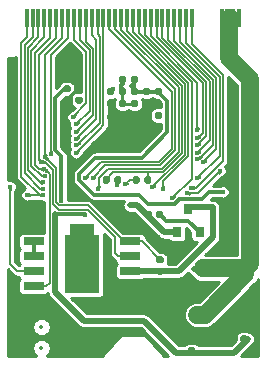
<source format=gbr>
%TF.GenerationSoftware,KiCad,Pcbnew,(5.1.6)-1*%
%TF.CreationDate,2020-09-21T21:17:43+08:00*%
%TF.ProjectId,f1c200s_core,66316332-3030-4735-9f63-6f72652e6b69,rev?*%
%TF.SameCoordinates,Original*%
%TF.FileFunction,Copper,L2,Bot*%
%TF.FilePolarity,Positive*%
%FSLAX46Y46*%
G04 Gerber Fmt 4.6, Leading zero omitted, Abs format (unit mm)*
G04 Created by KiCad (PCBNEW (5.1.6)-1) date 2020-09-21 21:17:43*
%MOMM*%
%LPD*%
G01*
G04 APERTURE LIST*
%TA.AperFunction,SMDPad,CuDef*%
%ADD10R,0.350000X1.600000*%
%TD*%
%TA.AperFunction,SMDPad,CuDef*%
%ADD11R,0.800000X0.900000*%
%TD*%
%TA.AperFunction,ComponentPad*%
%ADD12C,2.500000*%
%TD*%
%TA.AperFunction,ComponentPad*%
%ADD13C,1.200000*%
%TD*%
%TA.AperFunction,SMDPad,CuDef*%
%ADD14R,2.000000X3.000000*%
%TD*%
%TA.AperFunction,SMDPad,CuDef*%
%ADD15R,3.000000X5.000000*%
%TD*%
%TA.AperFunction,SMDPad,CuDef*%
%ADD16R,1.800000X0.700000*%
%TD*%
%TA.AperFunction,ViaPad*%
%ADD17C,0.400000*%
%TD*%
%TA.AperFunction,ViaPad*%
%ADD18C,0.500000*%
%TD*%
%TA.AperFunction,Conductor*%
%ADD19C,0.500000*%
%TD*%
%TA.AperFunction,Conductor*%
%ADD20C,0.300000*%
%TD*%
%TA.AperFunction,Conductor*%
%ADD21C,0.250000*%
%TD*%
%TA.AperFunction,Conductor*%
%ADD22C,1.500000*%
%TD*%
%TA.AperFunction,Conductor*%
%ADD23C,0.200000*%
%TD*%
%TA.AperFunction,Conductor*%
%ADD24C,0.152400*%
%TD*%
%TA.AperFunction,Conductor*%
%ADD25C,0.254000*%
%TD*%
%TA.AperFunction,Conductor*%
%ADD26C,0.025400*%
%TD*%
%ADD27C,0.200000*%
%ADD28C,0.300000*%
%ADD29C,0.350000*%
G04 APERTURE END LIST*
D10*
%TO.P,NGFF,42*%
%TO.N,/HPR*%
X102170000Y-48470000D03*
%TO.P,NGFF,40*%
%TO.N,/MICIN*%
X101670000Y-48470000D03*
%TO.P,NGFF,44*%
%TO.N,/LCD_D7*%
X102670000Y-48470000D03*
%TO.P,NGFF,46*%
%TO.N,/LCD_D6*%
X103170000Y-48470000D03*
%TO.P,NGFF,48*%
%TO.N,/LCD_D5*%
X103670000Y-48470000D03*
%TO.P,NGFF,50*%
%TO.N,/LCD_D4*%
X104170000Y-48470000D03*
%TO.P,NGFF,52*%
%TO.N,/LCD_D3*%
X104670000Y-48470000D03*
%TO.P,NGFF,54*%
%TO.N,/LCD_D2*%
X105170000Y-48470000D03*
%TO.P,NGFF,56*%
%TO.N,/HPCOM*%
X105670000Y-48470000D03*
%TO.P,NGFF,58*%
%TO.N,/HPL*%
X106170000Y-48470000D03*
%TO.P,NGFF,74*%
%TO.N,/VCC_IN*%
X110170000Y-48470000D03*
%TO.P,NGFF,72*%
X109670000Y-48470000D03*
%TO.P,NGFF,68*%
X108670000Y-48470000D03*
%TO.P,NGFF,70*%
X109170000Y-48470000D03*
%TO.P,NGFF,38*%
%TO.N,/LRADC*%
X101170000Y-48470000D03*
%TO.P,NGFF,36*%
%TO.N,/TV_IN*%
X100670000Y-48470000D03*
%TO.P,NGFF,34*%
%TO.N,/TV_OUT*%
X100170000Y-48470000D03*
%TO.P,NGFF,32*%
%TO.N,/USB_DP*%
X99670000Y-48470000D03*
%TO.P,NGFF,30*%
%TO.N,/USB_DM*%
X99170000Y-48470000D03*
%TO.P,NGFF,28*%
%TO.N,/PF0*%
X98670000Y-48470000D03*
%TO.P,NGFF,26*%
%TO.N,/PF1*%
X98170000Y-48470000D03*
%TO.P,NGFF,24*%
%TO.N,/PF2*%
X97670000Y-48470000D03*
%TO.P,NGFF,22*%
%TO.N,/PF3*%
X97170000Y-48470000D03*
%TO.P,NGFF,20*%
%TO.N,/PF4*%
X96670000Y-48470000D03*
%TO.P,NGFF,18*%
%TO.N,/PF5*%
X96170000Y-48470000D03*
%TO.P,NGFF,16*%
%TO.N,/FLASH_CLK*%
X95670000Y-48470000D03*
%TO.P,NGFF,14*%
%TO.N,/FLASH_~CS*%
X95170000Y-48470000D03*
%TO.P,NGFF,12*%
%TO.N,/FLASH_DO*%
X94670000Y-48470000D03*
%TO.P,NGFF,10*%
%TO.N,/FLASH_DI*%
X94170000Y-48470000D03*
%TO.P,NGFF,8*%
%TO.N,/PA3*%
X93670000Y-48470000D03*
%TO.P,NGFF,6*%
%TO.N,/PA2*%
X93170000Y-48470000D03*
%TO.P,NGFF,4*%
%TO.N,/PA1*%
X92670000Y-48470000D03*
%TO.P,NGFF,2*%
%TO.N,/LED*%
X92170000Y-48470000D03*
%TD*%
%TO.P,R17,1*%
%TO.N,/TV_IN*%
%TA.AperFunction,SMDPad,CuDef*%
G36*
G01*
X102712000Y-62013500D02*
X102712000Y-62358500D01*
G75*
G02*
X102564500Y-62506000I-147500J0D01*
G01*
X102269500Y-62506000D01*
G75*
G02*
X102122000Y-62358500I0J147500D01*
G01*
X102122000Y-62013500D01*
G75*
G02*
X102269500Y-61866000I147500J0D01*
G01*
X102564500Y-61866000D01*
G75*
G02*
X102712000Y-62013500I0J-147500D01*
G01*
G37*
%TD.AperFunction*%
%TO.P,R17,2*%
%TO.N,/TV_IN0*%
%TA.AperFunction,SMDPad,CuDef*%
G36*
G01*
X101742000Y-62013500D02*
X101742000Y-62358500D01*
G75*
G02*
X101594500Y-62506000I-147500J0D01*
G01*
X101299500Y-62506000D01*
G75*
G02*
X101152000Y-62358500I0J147500D01*
G01*
X101152000Y-62013500D01*
G75*
G02*
X101299500Y-61866000I147500J0D01*
G01*
X101594500Y-61866000D01*
G75*
G02*
X101742000Y-62013500I0J-147500D01*
G01*
G37*
%TD.AperFunction*%
%TD*%
%TO.P,R16,1*%
%TO.N,/TV_IN1*%
%TA.AperFunction,SMDPad,CuDef*%
G36*
G01*
X100172000Y-62013500D02*
X100172000Y-62358500D01*
G75*
G02*
X100024500Y-62506000I-147500J0D01*
G01*
X99729500Y-62506000D01*
G75*
G02*
X99582000Y-62358500I0J147500D01*
G01*
X99582000Y-62013500D01*
G75*
G02*
X99729500Y-61866000I147500J0D01*
G01*
X100024500Y-61866000D01*
G75*
G02*
X100172000Y-62013500I0J-147500D01*
G01*
G37*
%TD.AperFunction*%
%TO.P,R16,2*%
%TO.N,/TV_IN*%
%TA.AperFunction,SMDPad,CuDef*%
G36*
G01*
X99202000Y-62013500D02*
X99202000Y-62358500D01*
G75*
G02*
X99054500Y-62506000I-147500J0D01*
G01*
X98759500Y-62506000D01*
G75*
G02*
X98612000Y-62358500I0J147500D01*
G01*
X98612000Y-62013500D01*
G75*
G02*
X98759500Y-61866000I147500J0D01*
G01*
X99054500Y-61866000D01*
G75*
G02*
X99202000Y-62013500I0J-147500D01*
G01*
G37*
%TD.AperFunction*%
%TD*%
D11*
%TO.P,U4,1*%
%TO.N,GNDA*%
X106819000Y-66615000D03*
%TO.P,U4,2*%
%TO.N,/AVCC*%
X104919000Y-66615000D03*
%TO.P,U4,3*%
%TO.N,/HPVCC*%
X105869000Y-64615000D03*
%TD*%
D12*
%TO.P,U3,89*%
%TO.N,GND*%
X99900000Y-58630000D03*
%TD*%
D13*
%TO.P,U2,21*%
%TO.N,GND*%
X107012000Y-71330000D03*
%TD*%
D14*
%TO.P,U1,9*%
%TO.N,N/C*%
X96852000Y-67393000D03*
D15*
X96852000Y-69298000D03*
D16*
%TO.P,U1,4*%
%TO.N,GND*%
X100952000Y-71203000D03*
%TO.P,U1,5*%
%TO.N,/FLASH_DI*%
X92752000Y-71203000D03*
%TO.P,U1,3*%
%TO.N,/HPVCC*%
X100952000Y-69933000D03*
%TO.P,U1,6*%
%TO.N,/FLASH_CLK*%
X92752000Y-69933000D03*
%TO.P,U1,2*%
%TO.N,/FLASH_DO*%
X100952000Y-68663000D03*
%TO.P,U1,7*%
%TO.N,/HPVCC*%
X92752000Y-68663000D03*
%TO.P,U1,1*%
%TO.N,/FLASH_~CS*%
X100952000Y-67393000D03*
%TO.P,U1,8*%
%TO.N,/HPVCC*%
X92752000Y-67393000D03*
%TD*%
%TO.P,R9,1*%
%TO.N,GND*%
%TA.AperFunction,SMDPad,CuDef*%
G36*
G01*
X101469500Y-56997000D02*
X101124500Y-56997000D01*
G75*
G02*
X100977000Y-56849500I0J147500D01*
G01*
X100977000Y-56554500D01*
G75*
G02*
X101124500Y-56407000I147500J0D01*
G01*
X101469500Y-56407000D01*
G75*
G02*
X101617000Y-56554500I0J-147500D01*
G01*
X101617000Y-56849500D01*
G75*
G02*
X101469500Y-56997000I-147500J0D01*
G01*
G37*
%TD.AperFunction*%
%TO.P,R9,2*%
%TO.N,/SVREF*%
%TA.AperFunction,SMDPad,CuDef*%
G36*
G01*
X101469500Y-56027000D02*
X101124500Y-56027000D01*
G75*
G02*
X100977000Y-55879500I0J147500D01*
G01*
X100977000Y-55584500D01*
G75*
G02*
X101124500Y-55437000I147500J0D01*
G01*
X101469500Y-55437000D01*
G75*
G02*
X101617000Y-55584500I0J-147500D01*
G01*
X101617000Y-55879500D01*
G75*
G02*
X101469500Y-56027000I-147500J0D01*
G01*
G37*
%TD.AperFunction*%
%TD*%
%TO.P,R8,1*%
%TO.N,/SVREF*%
%TA.AperFunction,SMDPad,CuDef*%
G36*
G01*
X100009000Y-54865500D02*
X100009000Y-54520500D01*
G75*
G02*
X100156500Y-54373000I147500J0D01*
G01*
X100451500Y-54373000D01*
G75*
G02*
X100599000Y-54520500I0J-147500D01*
G01*
X100599000Y-54865500D01*
G75*
G02*
X100451500Y-55013000I-147500J0D01*
G01*
X100156500Y-55013000D01*
G75*
G02*
X100009000Y-54865500I0J147500D01*
G01*
G37*
%TD.AperFunction*%
%TO.P,R8,2*%
%TO.N,/VCC_DRAM*%
%TA.AperFunction,SMDPad,CuDef*%
G36*
G01*
X100979000Y-54865500D02*
X100979000Y-54520500D01*
G75*
G02*
X101126500Y-54373000I147500J0D01*
G01*
X101421500Y-54373000D01*
G75*
G02*
X101569000Y-54520500I0J-147500D01*
G01*
X101569000Y-54865500D01*
G75*
G02*
X101421500Y-55013000I-147500J0D01*
G01*
X101126500Y-55013000D01*
G75*
G02*
X100979000Y-54865500I0J147500D01*
G01*
G37*
%TD.AperFunction*%
%TD*%
%TO.P,R4,1*%
%TO.N,/FLASH_~CS*%
%TA.AperFunction,SMDPad,CuDef*%
G36*
G01*
X103283500Y-68645000D02*
X103628500Y-68645000D01*
G75*
G02*
X103776000Y-68792500I0J-147500D01*
G01*
X103776000Y-69087500D01*
G75*
G02*
X103628500Y-69235000I-147500J0D01*
G01*
X103283500Y-69235000D01*
G75*
G02*
X103136000Y-69087500I0J147500D01*
G01*
X103136000Y-68792500D01*
G75*
G02*
X103283500Y-68645000I147500J0D01*
G01*
G37*
%TD.AperFunction*%
%TO.P,R4,2*%
%TO.N,/HPVCC*%
%TA.AperFunction,SMDPad,CuDef*%
G36*
G01*
X103283500Y-69615000D02*
X103628500Y-69615000D01*
G75*
G02*
X103776000Y-69762500I0J-147500D01*
G01*
X103776000Y-70057500D01*
G75*
G02*
X103628500Y-70205000I-147500J0D01*
G01*
X103283500Y-70205000D01*
G75*
G02*
X103136000Y-70057500I0J147500D01*
G01*
X103136000Y-69762500D01*
G75*
G02*
X103283500Y-69615000I147500J0D01*
G01*
G37*
%TD.AperFunction*%
%TD*%
%TO.P,C34,1*%
%TO.N,GNDA*%
%TA.AperFunction,SMDPad,CuDef*%
G36*
G01*
X103728000Y-64934500D02*
X103728000Y-65279500D01*
G75*
G02*
X103580500Y-65427000I-147500J0D01*
G01*
X103285500Y-65427000D01*
G75*
G02*
X103138000Y-65279500I0J147500D01*
G01*
X103138000Y-64934500D01*
G75*
G02*
X103285500Y-64787000I147500J0D01*
G01*
X103580500Y-64787000D01*
G75*
G02*
X103728000Y-64934500I0J-147500D01*
G01*
G37*
%TD.AperFunction*%
%TO.P,C34,2*%
%TO.N,/AVCC*%
%TA.AperFunction,SMDPad,CuDef*%
G36*
G01*
X102758000Y-64934500D02*
X102758000Y-65279500D01*
G75*
G02*
X102610500Y-65427000I-147500J0D01*
G01*
X102315500Y-65427000D01*
G75*
G02*
X102168000Y-65279500I0J147500D01*
G01*
X102168000Y-64934500D01*
G75*
G02*
X102315500Y-64787000I147500J0D01*
G01*
X102610500Y-64787000D01*
G75*
G02*
X102758000Y-64934500I0J-147500D01*
G01*
G37*
%TD.AperFunction*%
%TD*%
%TO.P,C22,1*%
%TO.N,/VCC_IN*%
%TA.AperFunction,SMDPad,CuDef*%
G36*
G01*
X110967000Y-67347500D02*
X110967000Y-67692500D01*
G75*
G02*
X110819500Y-67840000I-147500J0D01*
G01*
X110524500Y-67840000D01*
G75*
G02*
X110377000Y-67692500I0J147500D01*
G01*
X110377000Y-67347500D01*
G75*
G02*
X110524500Y-67200000I147500J0D01*
G01*
X110819500Y-67200000D01*
G75*
G02*
X110967000Y-67347500I0J-147500D01*
G01*
G37*
%TD.AperFunction*%
%TO.P,C22,2*%
%TO.N,GND*%
%TA.AperFunction,SMDPad,CuDef*%
G36*
G01*
X109997000Y-67347500D02*
X109997000Y-67692500D01*
G75*
G02*
X109849500Y-67840000I-147500J0D01*
G01*
X109554500Y-67840000D01*
G75*
G02*
X109407000Y-67692500I0J147500D01*
G01*
X109407000Y-67347500D01*
G75*
G02*
X109554500Y-67200000I147500J0D01*
G01*
X109849500Y-67200000D01*
G75*
G02*
X109997000Y-67347500I0J-147500D01*
G01*
G37*
%TD.AperFunction*%
%TD*%
%TO.P,C20,1*%
%TO.N,/VCC_IN*%
%TA.AperFunction,SMDPad,CuDef*%
G36*
G01*
X110967000Y-66331500D02*
X110967000Y-66676500D01*
G75*
G02*
X110819500Y-66824000I-147500J0D01*
G01*
X110524500Y-66824000D01*
G75*
G02*
X110377000Y-66676500I0J147500D01*
G01*
X110377000Y-66331500D01*
G75*
G02*
X110524500Y-66184000I147500J0D01*
G01*
X110819500Y-66184000D01*
G75*
G02*
X110967000Y-66331500I0J-147500D01*
G01*
G37*
%TD.AperFunction*%
%TO.P,C20,2*%
%TO.N,GND*%
%TA.AperFunction,SMDPad,CuDef*%
G36*
G01*
X109997000Y-66331500D02*
X109997000Y-66676500D01*
G75*
G02*
X109849500Y-66824000I-147500J0D01*
G01*
X109554500Y-66824000D01*
G75*
G02*
X109407000Y-66676500I0J147500D01*
G01*
X109407000Y-66331500D01*
G75*
G02*
X109554500Y-66184000I147500J0D01*
G01*
X109849500Y-66184000D01*
G75*
G02*
X109997000Y-66331500I0J-147500D01*
G01*
G37*
%TD.AperFunction*%
%TD*%
%TO.P,C19,1*%
%TO.N,/SVREF*%
%TA.AperFunction,SMDPad,CuDef*%
G36*
G01*
X100108500Y-55437000D02*
X100453500Y-55437000D01*
G75*
G02*
X100601000Y-55584500I0J-147500D01*
G01*
X100601000Y-55879500D01*
G75*
G02*
X100453500Y-56027000I-147500J0D01*
G01*
X100108500Y-56027000D01*
G75*
G02*
X99961000Y-55879500I0J147500D01*
G01*
X99961000Y-55584500D01*
G75*
G02*
X100108500Y-55437000I147500J0D01*
G01*
G37*
%TD.AperFunction*%
%TO.P,C19,2*%
%TO.N,GND*%
%TA.AperFunction,SMDPad,CuDef*%
G36*
G01*
X100108500Y-56407000D02*
X100453500Y-56407000D01*
G75*
G02*
X100601000Y-56554500I0J-147500D01*
G01*
X100601000Y-56849500D01*
G75*
G02*
X100453500Y-56997000I-147500J0D01*
G01*
X100108500Y-56997000D01*
G75*
G02*
X99961000Y-56849500I0J147500D01*
G01*
X99961000Y-56554500D01*
G75*
G02*
X100108500Y-56407000I147500J0D01*
G01*
G37*
%TD.AperFunction*%
%TD*%
%TO.P,C18,1*%
%TO.N,/VCC_DRAM*%
%TA.AperFunction,SMDPad,CuDef*%
G36*
G01*
X101569000Y-53504500D02*
X101569000Y-53849500D01*
G75*
G02*
X101421500Y-53997000I-147500J0D01*
G01*
X101126500Y-53997000D01*
G75*
G02*
X100979000Y-53849500I0J147500D01*
G01*
X100979000Y-53504500D01*
G75*
G02*
X101126500Y-53357000I147500J0D01*
G01*
X101421500Y-53357000D01*
G75*
G02*
X101569000Y-53504500I0J-147500D01*
G01*
G37*
%TD.AperFunction*%
%TO.P,C18,2*%
%TO.N,/SVREF*%
%TA.AperFunction,SMDPad,CuDef*%
G36*
G01*
X100599000Y-53504500D02*
X100599000Y-53849500D01*
G75*
G02*
X100451500Y-53997000I-147500J0D01*
G01*
X100156500Y-53997000D01*
G75*
G02*
X100009000Y-53849500I0J147500D01*
G01*
X100009000Y-53504500D01*
G75*
G02*
X100156500Y-53357000I147500J0D01*
G01*
X100451500Y-53357000D01*
G75*
G02*
X100599000Y-53504500I0J-147500D01*
G01*
G37*
%TD.AperFunction*%
%TD*%
%TO.P,C17,1*%
%TO.N,/VCC_DRAM*%
%TA.AperFunction,SMDPad,CuDef*%
G36*
G01*
X103156500Y-54421000D02*
X103501500Y-54421000D01*
G75*
G02*
X103649000Y-54568500I0J-147500D01*
G01*
X103649000Y-54863500D01*
G75*
G02*
X103501500Y-55011000I-147500J0D01*
G01*
X103156500Y-55011000D01*
G75*
G02*
X103009000Y-54863500I0J147500D01*
G01*
X103009000Y-54568500D01*
G75*
G02*
X103156500Y-54421000I147500J0D01*
G01*
G37*
%TD.AperFunction*%
%TO.P,C17,2*%
%TO.N,GND*%
%TA.AperFunction,SMDPad,CuDef*%
G36*
G01*
X103156500Y-55391000D02*
X103501500Y-55391000D01*
G75*
G02*
X103649000Y-55538500I0J-147500D01*
G01*
X103649000Y-55833500D01*
G75*
G02*
X103501500Y-55981000I-147500J0D01*
G01*
X103156500Y-55981000D01*
G75*
G02*
X103009000Y-55833500I0J147500D01*
G01*
X103009000Y-55538500D01*
G75*
G02*
X103156500Y-55391000I147500J0D01*
G01*
G37*
%TD.AperFunction*%
%TD*%
%TO.P,C16,1*%
%TO.N,/VCC_DRAM*%
%TA.AperFunction,SMDPad,CuDef*%
G36*
G01*
X102140500Y-54421000D02*
X102485500Y-54421000D01*
G75*
G02*
X102633000Y-54568500I0J-147500D01*
G01*
X102633000Y-54863500D01*
G75*
G02*
X102485500Y-55011000I-147500J0D01*
G01*
X102140500Y-55011000D01*
G75*
G02*
X101993000Y-54863500I0J147500D01*
G01*
X101993000Y-54568500D01*
G75*
G02*
X102140500Y-54421000I147500J0D01*
G01*
G37*
%TD.AperFunction*%
%TO.P,C16,2*%
%TO.N,GND*%
%TA.AperFunction,SMDPad,CuDef*%
G36*
G01*
X102140500Y-55391000D02*
X102485500Y-55391000D01*
G75*
G02*
X102633000Y-55538500I0J-147500D01*
G01*
X102633000Y-55833500D01*
G75*
G02*
X102485500Y-55981000I-147500J0D01*
G01*
X102140500Y-55981000D01*
G75*
G02*
X101993000Y-55833500I0J147500D01*
G01*
X101993000Y-55538500D01*
G75*
G02*
X102140500Y-55391000I147500J0D01*
G01*
G37*
%TD.AperFunction*%
%TD*%
%TO.P,C14,1*%
%TO.N,/VDD_CORE*%
%TA.AperFunction,SMDPad,CuDef*%
G36*
G01*
X95409500Y-54167000D02*
X95754500Y-54167000D01*
G75*
G02*
X95902000Y-54314500I0J-147500D01*
G01*
X95902000Y-54609500D01*
G75*
G02*
X95754500Y-54757000I-147500J0D01*
G01*
X95409500Y-54757000D01*
G75*
G02*
X95262000Y-54609500I0J147500D01*
G01*
X95262000Y-54314500D01*
G75*
G02*
X95409500Y-54167000I147500J0D01*
G01*
G37*
%TD.AperFunction*%
%TO.P,C14,2*%
%TO.N,GND*%
%TA.AperFunction,SMDPad,CuDef*%
G36*
G01*
X95409500Y-55137000D02*
X95754500Y-55137000D01*
G75*
G02*
X95902000Y-55284500I0J-147500D01*
G01*
X95902000Y-55579500D01*
G75*
G02*
X95754500Y-55727000I-147500J0D01*
G01*
X95409500Y-55727000D01*
G75*
G02*
X95262000Y-55579500I0J147500D01*
G01*
X95262000Y-55284500D01*
G75*
G02*
X95409500Y-55137000I147500J0D01*
G01*
G37*
%TD.AperFunction*%
%TD*%
%TO.P,C11,1*%
%TO.N,/VDD_CORE*%
%TA.AperFunction,SMDPad,CuDef*%
G36*
G01*
X106295500Y-76936000D02*
X105950500Y-76936000D01*
G75*
G02*
X105803000Y-76788500I0J147500D01*
G01*
X105803000Y-76493500D01*
G75*
G02*
X105950500Y-76346000I147500J0D01*
G01*
X106295500Y-76346000D01*
G75*
G02*
X106443000Y-76493500I0J-147500D01*
G01*
X106443000Y-76788500D01*
G75*
G02*
X106295500Y-76936000I-147500J0D01*
G01*
G37*
%TD.AperFunction*%
%TO.P,C11,2*%
%TO.N,GND*%
%TA.AperFunction,SMDPad,CuDef*%
G36*
G01*
X106295500Y-75966000D02*
X105950500Y-75966000D01*
G75*
G02*
X105803000Y-75818500I0J147500D01*
G01*
X105803000Y-75523500D01*
G75*
G02*
X105950500Y-75376000I147500J0D01*
G01*
X106295500Y-75376000D01*
G75*
G02*
X106443000Y-75523500I0J-147500D01*
G01*
X106443000Y-75818500D01*
G75*
G02*
X106295500Y-75966000I-147500J0D01*
G01*
G37*
%TD.AperFunction*%
%TD*%
%TO.P,C9,1*%
%TO.N,/HPVCC*%
%TA.AperFunction,SMDPad,CuDef*%
G36*
G01*
X103601000Y-56552500D02*
X103601000Y-56897500D01*
G75*
G02*
X103453500Y-57045000I-147500J0D01*
G01*
X103158500Y-57045000D01*
G75*
G02*
X103011000Y-56897500I0J147500D01*
G01*
X103011000Y-56552500D01*
G75*
G02*
X103158500Y-56405000I147500J0D01*
G01*
X103453500Y-56405000D01*
G75*
G02*
X103601000Y-56552500I0J-147500D01*
G01*
G37*
%TD.AperFunction*%
%TO.P,C9,2*%
%TO.N,GND*%
%TA.AperFunction,SMDPad,CuDef*%
G36*
G01*
X102631000Y-56552500D02*
X102631000Y-56897500D01*
G75*
G02*
X102483500Y-57045000I-147500J0D01*
G01*
X102188500Y-57045000D01*
G75*
G02*
X102041000Y-56897500I0J147500D01*
G01*
X102041000Y-56552500D01*
G75*
G02*
X102188500Y-56405000I147500J0D01*
G01*
X102483500Y-56405000D01*
G75*
G02*
X102631000Y-56552500I0J-147500D01*
G01*
G37*
%TD.AperFunction*%
%TD*%
%TO.P,C5,1*%
%TO.N,/VDD_CORE*%
%TA.AperFunction,SMDPad,CuDef*%
G36*
G01*
X99092500Y-54421000D02*
X99437500Y-54421000D01*
G75*
G02*
X99585000Y-54568500I0J-147500D01*
G01*
X99585000Y-54863500D01*
G75*
G02*
X99437500Y-55011000I-147500J0D01*
G01*
X99092500Y-55011000D01*
G75*
G02*
X98945000Y-54863500I0J147500D01*
G01*
X98945000Y-54568500D01*
G75*
G02*
X99092500Y-54421000I147500J0D01*
G01*
G37*
%TD.AperFunction*%
%TO.P,C5,2*%
%TO.N,GND*%
%TA.AperFunction,SMDPad,CuDef*%
G36*
G01*
X99092500Y-55391000D02*
X99437500Y-55391000D01*
G75*
G02*
X99585000Y-55538500I0J-147500D01*
G01*
X99585000Y-55833500D01*
G75*
G02*
X99437500Y-55981000I-147500J0D01*
G01*
X99092500Y-55981000D01*
G75*
G02*
X98945000Y-55833500I0J147500D01*
G01*
X98945000Y-55538500D01*
G75*
G02*
X99092500Y-55391000I147500J0D01*
G01*
G37*
%TD.AperFunction*%
%TD*%
%TO.P,C3,1*%
%TO.N,/VDD_CORE*%
%TA.AperFunction,SMDPad,CuDef*%
G36*
G01*
X110863000Y-75475500D02*
X110863000Y-75820500D01*
G75*
G02*
X110715500Y-75968000I-147500J0D01*
G01*
X110420500Y-75968000D01*
G75*
G02*
X110273000Y-75820500I0J147500D01*
G01*
X110273000Y-75475500D01*
G75*
G02*
X110420500Y-75328000I147500J0D01*
G01*
X110715500Y-75328000D01*
G75*
G02*
X110863000Y-75475500I0J-147500D01*
G01*
G37*
%TD.AperFunction*%
%TO.P,C3,2*%
%TO.N,GND*%
%TA.AperFunction,SMDPad,CuDef*%
G36*
G01*
X109893000Y-75475500D02*
X109893000Y-75820500D01*
G75*
G02*
X109745500Y-75968000I-147500J0D01*
G01*
X109450500Y-75968000D01*
G75*
G02*
X109303000Y-75820500I0J147500D01*
G01*
X109303000Y-75475500D01*
G75*
G02*
X109450500Y-75328000I147500J0D01*
G01*
X109745500Y-75328000D01*
G75*
G02*
X109893000Y-75475500I0J-147500D01*
G01*
G37*
%TD.AperFunction*%
%TD*%
%TO.P,C1,1*%
%TO.N,/HPVCC*%
%TA.AperFunction,SMDPad,CuDef*%
G36*
G01*
X96770500Y-55727000D02*
X96425500Y-55727000D01*
G75*
G02*
X96278000Y-55579500I0J147500D01*
G01*
X96278000Y-55284500D01*
G75*
G02*
X96425500Y-55137000I147500J0D01*
G01*
X96770500Y-55137000D01*
G75*
G02*
X96918000Y-55284500I0J-147500D01*
G01*
X96918000Y-55579500D01*
G75*
G02*
X96770500Y-55727000I-147500J0D01*
G01*
G37*
%TD.AperFunction*%
%TO.P,C1,2*%
%TO.N,GND*%
%TA.AperFunction,SMDPad,CuDef*%
G36*
G01*
X96770500Y-54757000D02*
X96425500Y-54757000D01*
G75*
G02*
X96278000Y-54609500I0J147500D01*
G01*
X96278000Y-54314500D01*
G75*
G02*
X96425500Y-54167000I147500J0D01*
G01*
X96770500Y-54167000D01*
G75*
G02*
X96918000Y-54314500I0J-147500D01*
G01*
X96918000Y-54609500D01*
G75*
G02*
X96770500Y-54757000I-147500J0D01*
G01*
G37*
%TD.AperFunction*%
%TD*%
D17*
%TO.N,GND*%
X102186000Y-57360000D03*
X98122000Y-59392000D03*
X97106000Y-60154000D03*
X99138000Y-56852000D03*
X101932000Y-59138000D03*
X111307000Y-72092000D03*
X111307000Y-71480000D03*
X107037500Y-76029000D03*
X99138000Y-69298000D03*
X104218000Y-71076000D03*
X99138000Y-71076000D03*
X93550000Y-64472000D03*
X91327500Y-68282000D03*
X92534000Y-65488000D03*
X91327500Y-69107500D03*
X91010000Y-53105500D03*
X91010000Y-52153000D03*
X91010000Y-59836500D03*
X91010000Y-57931500D03*
X102948000Y-71266500D03*
X96344000Y-60662000D03*
X95836000Y-61932000D03*
X95836000Y-62694000D03*
X95836000Y-61170000D03*
X101170000Y-57360000D03*
X104472000Y-69044000D03*
X100408000Y-73362000D03*
X100408000Y-72346000D03*
X99392000Y-72346000D03*
X99392000Y-73362000D03*
X98376000Y-73362000D03*
X98376000Y-72346000D03*
X97360000Y-72346000D03*
X109679000Y-68409000D03*
X109679000Y-65742000D03*
X109806000Y-61424000D03*
X109044000Y-62186000D03*
X109806000Y-62948000D03*
X109806000Y-57868000D03*
X109806000Y-56344000D03*
X109806000Y-54820000D03*
X109298000Y-55582000D03*
X109298000Y-57106000D03*
X109298000Y-54058000D03*
X109298000Y-58630000D03*
X106250000Y-67520000D03*
X105488000Y-67520000D03*
X107774000Y-68282000D03*
X105234000Y-73108000D03*
X104218000Y-73108000D03*
X105234000Y-74124000D03*
X104218000Y-74124000D03*
X105234000Y-75140000D03*
X107012000Y-75140000D03*
X105742000Y-74632000D03*
X101424000Y-73362000D03*
X97360000Y-73362000D03*
X96344000Y-72346000D03*
X94058000Y-72346000D03*
X93042000Y-72346000D03*
X92026000Y-72346000D03*
X92026000Y-73362000D03*
X93042000Y-73362000D03*
X94058000Y-73362000D03*
X95074000Y-73362000D03*
X94058000Y-75648000D03*
X92534000Y-75648000D03*
X92534000Y-76918000D03*
X98376000Y-74886000D03*
X99392000Y-74886000D03*
X100408000Y-74886000D03*
X101424000Y-74886000D03*
X97360000Y-74886000D03*
X97360000Y-75902000D03*
X98376000Y-75902000D03*
X99392000Y-75902000D03*
X98376000Y-76918000D03*
X97360000Y-76918000D03*
X96344000Y-76410000D03*
X91327500Y-70568000D03*
X91327500Y-71584000D03*
X108790000Y-64472000D03*
%TO.N,/HPVCC*%
X100916000Y-69933000D03*
X92534000Y-67520000D03*
X103456000Y-56725000D03*
X106885000Y-64495044D03*
X101424000Y-69933000D03*
X100408000Y-69933000D03*
X103456000Y-69933000D03*
X107921320Y-64499940D03*
X96466497Y-55450523D03*
D18*
%TO.N,/VCC_DRAM*%
X101106491Y-54248509D03*
D17*
X108790000Y-63202000D03*
%TO.N,/VDD_CORE*%
X110881000Y-75648000D03*
X99447000Y-54511000D03*
X94565993Y-65107031D03*
X97106000Y-65129210D03*
X95105106Y-63932894D03*
X95709000Y-54510956D03*
%TO.N,/SVREF*%
X100152010Y-54318472D03*
%TO.N,/VCC_IN*%
X106758000Y-69298000D03*
X106377004Y-73997004D03*
X107139042Y-73996958D03*
X107190000Y-73311000D03*
X107284990Y-69730000D03*
X106326000Y-69730000D03*
%TO.N,/~RESET*%
X105768001Y-63302999D03*
X108536000Y-61424000D03*
%TO.N,GNDA*%
X106885000Y-66504000D03*
%TO.N,/AVCC*%
X100914735Y-64345807D03*
%TO.N,/LED*%
X93550000Y-63456000D03*
X92216500Y-63456000D03*
%TO.N,/LCD_D7*%
X106631000Y-57995000D03*
%TO.N,/LCD_D6*%
X106631001Y-58630001D03*
%TO.N,/LCD_D5*%
X106631004Y-59265004D03*
%TO.N,/LCD_D4*%
X106618295Y-59887295D03*
%TO.N,/LCD_D3*%
X106631149Y-60414141D03*
%TO.N,/LCD_D2*%
X107139000Y-60662000D03*
%TO.N,/HPCOM*%
X106631000Y-62059000D03*
%TO.N,/USB_DP*%
X97744059Y-62012990D03*
%TO.N,/FLASH_DO*%
X93417497Y-60667087D03*
%TO.N,/USB_DM*%
X97115137Y-62028542D03*
%TO.N,/PA1*%
X93581113Y-62916887D03*
%TO.N,/FLASH_~CS*%
X93725299Y-60239303D03*
%TO.N,/FLASH_DI*%
X93677000Y-61278584D03*
%TO.N,/PA2*%
X93579828Y-62389877D03*
%TO.N,/PA3*%
X93685120Y-61873491D03*
%TO.N,/HPL*%
X106114000Y-62830000D03*
%TO.N,/FLASH_CLK*%
X94208967Y-60030004D03*
X90756000Y-62757500D03*
%TO.N,/PF0*%
X96344000Y-59900000D03*
%TO.N,/TV_OUT*%
X98238160Y-62924374D03*
%TO.N,/PF1*%
X96344000Y-59265000D03*
%TO.N,/TV_IN1*%
X99836500Y-62630500D03*
%TO.N,/PF2*%
X96344000Y-58737987D03*
%TO.N,/TV_IN0*%
X100535000Y-62567000D03*
%TO.N,/PF3*%
X96344821Y-58125268D03*
%TO.N,/LRADC*%
X102821036Y-62821000D03*
%TO.N,/PF4*%
X96344000Y-57487000D03*
%TO.N,/PF5*%
X96090000Y-56852000D03*
%TO.N,/MICIN*%
X103710000Y-62948000D03*
%TO.N,/HPR*%
X104491104Y-63729991D03*
%TD*%
D19*
%TO.N,GND*%
X102313000Y-56702000D02*
X102336000Y-56725000D01*
X102313000Y-55686000D02*
X102313000Y-56702000D01*
D20*
X96552000Y-54462000D02*
X95582000Y-55432000D01*
X96598000Y-54462000D02*
X96552000Y-54462000D01*
D19*
X101297000Y-57233000D02*
X101297000Y-57233000D01*
X101297000Y-56702000D02*
X101297000Y-57233000D01*
X101297000Y-57233000D02*
X99900000Y-58630000D01*
D20*
%TO.N,/HPVCC*%
X92752000Y-68663000D02*
X92752000Y-67393000D01*
D19*
X100952000Y-69933000D02*
X103456000Y-69933000D01*
X105892044Y-64495044D02*
X105869000Y-64472000D01*
X105996760Y-64487240D02*
X105869000Y-64615000D01*
X105029602Y-69933000D02*
X107921320Y-67041282D01*
X103456000Y-69933000D02*
X105029602Y-69933000D01*
X107921320Y-67041282D02*
X107921320Y-64499940D01*
X107921320Y-64499940D02*
X107908620Y-64487240D01*
X107908620Y-64487240D02*
X105996760Y-64487240D01*
X107921320Y-64499940D02*
X107921320Y-64499940D01*
D20*
%TO.N,/VCC_DRAM*%
X101297000Y-54716000D02*
X101274000Y-54693000D01*
X102313000Y-54716000D02*
X101297000Y-54716000D01*
X101274000Y-53596000D02*
X101320000Y-53550000D01*
X101274000Y-54693000D02*
X101274000Y-53596000D01*
X102313000Y-54716000D02*
X103329000Y-54716000D01*
D21*
X101297000Y-54693000D02*
X101297000Y-54439018D01*
X101297000Y-54439018D02*
X101106491Y-54248509D01*
D20*
X107647000Y-63202000D02*
X108790000Y-63202000D01*
X107012000Y-63837000D02*
X107647000Y-63202000D01*
X105090962Y-63837000D02*
X107012000Y-63837000D01*
X97967211Y-60308789D02*
X96598000Y-61678000D01*
X101904211Y-60308789D02*
X97967211Y-60308789D01*
X104091000Y-58122000D02*
X101904211Y-60308789D01*
X97868000Y-63456000D02*
X101678000Y-63456000D01*
X103329000Y-54716000D02*
X104091000Y-55478000D01*
X104091000Y-55478000D02*
X104091000Y-58122000D01*
X96598000Y-61678000D02*
X96598000Y-62186000D01*
X101678000Y-63456000D02*
X102429001Y-64207001D01*
X96598000Y-62186000D02*
X97868000Y-63456000D01*
X102429001Y-64207001D02*
X104720961Y-64207001D01*
X104720961Y-64207001D02*
X105090962Y-63837000D01*
D19*
%TO.N,/VDD_CORE*%
X110881000Y-75648000D02*
X110568000Y-75648000D01*
D21*
X99265000Y-54716000D02*
X99265000Y-54693000D01*
X99265000Y-54693000D02*
X99447000Y-54511000D01*
D19*
X109718980Y-76810020D02*
X106523020Y-76810020D01*
X110881000Y-75648000D02*
X109718980Y-76810020D01*
X106292020Y-76810020D02*
X106123000Y-76641000D01*
X106523020Y-76810020D02*
X106292020Y-76810020D01*
D20*
X94565993Y-65107031D02*
X97083821Y-65107031D01*
X97083821Y-65107031D02*
X97106000Y-65129210D01*
X95339007Y-54510956D02*
X95709000Y-54510956D01*
X94566000Y-55283963D02*
X95339007Y-54510956D01*
X94566000Y-59646000D02*
X94566000Y-55283963D01*
X95105106Y-63932894D02*
X95105106Y-60185106D01*
X95105106Y-60185106D02*
X94566000Y-59646000D01*
D19*
X104810418Y-76810020D02*
X106292020Y-76810020D01*
X102124398Y-74124000D02*
X104810418Y-76810020D01*
X96999398Y-74124000D02*
X102124398Y-74124000D01*
X94565993Y-65107031D02*
X94565993Y-71690595D01*
X94565993Y-71690595D02*
X96999398Y-74124000D01*
D21*
%TO.N,/SVREF*%
X100304000Y-55732000D02*
X101043000Y-55732000D01*
X100281000Y-55709000D02*
X100304000Y-55732000D01*
X100281000Y-54566000D02*
X100281000Y-55709000D01*
X100152010Y-54318472D02*
X100152010Y-54437010D01*
X100152010Y-54437010D02*
X100281000Y-54566000D01*
D20*
X100304000Y-54470462D02*
X100152010Y-54318472D01*
X100304000Y-54693000D02*
X100304000Y-54470462D01*
X100152010Y-54318472D02*
X100152010Y-54186990D01*
X100304000Y-54035000D02*
X100304000Y-53677000D01*
X100152010Y-54186990D02*
X100304000Y-54035000D01*
D19*
%TO.N,/VCC_IN*%
X109670000Y-48470000D02*
X109170000Y-48470000D01*
D21*
X110170000Y-48470000D02*
X108670000Y-48470000D01*
D22*
X107266000Y-73616000D02*
X106631000Y-73616000D01*
X110695000Y-69679000D02*
X110695000Y-70187000D01*
X110695000Y-70187000D02*
X107266000Y-73616000D01*
X110695000Y-69679000D02*
X107063000Y-69679000D01*
D19*
X106326000Y-69730000D02*
X107284990Y-69730000D01*
D22*
X111076000Y-69298000D02*
X110695000Y-69679000D01*
X111076000Y-53677000D02*
X111076000Y-69298000D01*
X109298000Y-51899000D02*
X111076000Y-53677000D01*
X109425000Y-48470000D02*
X109298000Y-48597000D01*
X109298000Y-48597000D02*
X109298000Y-51899000D01*
D23*
%TO.N,/~RESET*%
X105768001Y-63302999D02*
X106657001Y-63302999D01*
X106657001Y-63302999D02*
X108536000Y-61424000D01*
D20*
%TO.N,GNDA*%
X106819000Y-66615000D02*
X105842000Y-65638000D01*
X103964000Y-65638000D02*
X103433000Y-65107000D01*
X105842000Y-65638000D02*
X103964000Y-65638000D01*
D19*
%TO.N,/AVCC*%
X101553072Y-64347072D02*
X100916000Y-64347072D01*
X103837000Y-66631000D02*
X101553072Y-64347072D01*
X100916000Y-64347072D02*
X100914735Y-64345807D01*
X104919000Y-66488000D02*
X104776000Y-66631000D01*
X104776000Y-66631000D02*
X103837000Y-66631000D01*
D24*
%TO.N,/LED*%
X91721131Y-61909973D02*
X93267158Y-63456000D01*
X91721131Y-50552869D02*
X91721131Y-61909973D01*
X92170000Y-48470000D02*
X92170000Y-50104000D01*
X93267158Y-63456000D02*
X93550000Y-63456000D01*
X92170000Y-50104000D02*
X91721131Y-50552869D01*
D23*
X93550000Y-63456000D02*
X92216500Y-63456000D01*
D24*
%TO.N,/LCD_D7*%
X106631000Y-53958978D02*
X106631000Y-57712158D01*
X102670000Y-48470000D02*
X102670000Y-49997978D01*
X106631000Y-57712158D02*
X106631000Y-57995000D01*
X102670000Y-49997978D02*
X106631000Y-53958978D01*
%TO.N,/LCD_D6*%
X103170000Y-48470000D02*
X103170000Y-50102832D01*
X107068504Y-58192498D02*
X106631001Y-58630001D01*
X107068504Y-54001336D02*
X107068504Y-58192498D01*
X103170000Y-50102832D02*
X107068504Y-54001336D01*
%TO.N,/LCD_D5*%
X107392945Y-53930631D02*
X103670000Y-50207686D01*
X107392945Y-58503063D02*
X107392945Y-53930631D01*
X106631004Y-59265004D02*
X107392945Y-58503063D01*
X103670000Y-50207686D02*
X103670000Y-48470000D01*
%TO.N,/LCD_D4*%
X104170000Y-48470000D02*
X104170000Y-50312540D01*
X104170000Y-50312540D02*
X107672356Y-53814896D01*
X107672356Y-53814896D02*
X107672356Y-58833234D01*
X107672356Y-58833234D02*
X106618295Y-59887295D01*
%TO.N,/LCD_D3*%
X107951767Y-59252495D02*
X106790121Y-60414141D01*
X107951767Y-53699161D02*
X107951767Y-59252495D01*
X106790121Y-60414141D02*
X106631149Y-60414141D01*
X104670000Y-48470000D02*
X104670000Y-50417394D01*
X104670000Y-50417394D02*
X107951767Y-53699161D01*
%TO.N,/LCD_D2*%
X108231178Y-53583426D02*
X108231178Y-59569822D01*
X105170000Y-50522248D02*
X108231178Y-53583426D01*
X105170000Y-48470000D02*
X105170000Y-50522248D01*
X108231178Y-59569822D02*
X107139000Y-60662000D01*
%TO.N,/HPCOM*%
X105670000Y-50627102D02*
X108510589Y-53467691D01*
X105670000Y-48470000D02*
X105670000Y-50627102D01*
X108510589Y-60179411D02*
X106631000Y-62059000D01*
X108510589Y-53467691D02*
X108510589Y-60179411D01*
%TO.N,/USB_DP*%
X99670000Y-48470000D02*
X99670000Y-49422400D01*
X103501005Y-60941411D02*
X98815638Y-60941411D01*
X104751408Y-59691008D02*
X103501005Y-60941411D01*
X99670000Y-49422400D02*
X104751408Y-54503808D01*
X98815638Y-60941411D02*
X97744059Y-62012990D01*
X104751408Y-54503808D02*
X104751408Y-59691008D01*
%TO.N,/FLASH_DO*%
X93217498Y-51596502D02*
X93217498Y-60467088D01*
X94670000Y-48470000D02*
X94670000Y-50144000D01*
X93217498Y-60467088D02*
X93417497Y-60667087D01*
X94670000Y-50144000D02*
X93217498Y-51596502D01*
X97345854Y-64726000D02*
X99646000Y-67026146D01*
X94932854Y-64726000D02*
X97345854Y-64726000D01*
X99646000Y-67026146D02*
X99646000Y-68409400D01*
X99899600Y-68663000D02*
X100952000Y-68663000D01*
X99646000Y-68409400D02*
X99899600Y-68663000D01*
X94413590Y-61380338D02*
X94413591Y-64206737D01*
X94413591Y-64206737D02*
X94932854Y-64726000D01*
X93700339Y-60667087D02*
X94413590Y-61380338D01*
X93417497Y-60667087D02*
X93700339Y-60667087D01*
%TO.N,/USB_DM*%
X99170000Y-48470000D02*
X99170000Y-49422400D01*
X104471997Y-54724397D02*
X104471997Y-59575273D01*
X98481679Y-60662000D02*
X97115137Y-62028542D01*
X103385270Y-60662000D02*
X98481679Y-60662000D01*
X104471997Y-59575273D02*
X103385270Y-60662000D01*
X99170000Y-49422400D02*
X104471997Y-54724397D01*
%TO.N,/PA1*%
X92000539Y-50767315D02*
X92670000Y-50097854D01*
X92000539Y-61619155D02*
X92000539Y-50767315D01*
X93581113Y-62916887D02*
X93298271Y-62916887D01*
X92670000Y-50097854D02*
X92670000Y-48470000D01*
X93298271Y-62916887D02*
X92000539Y-61619155D01*
%TO.N,/FLASH_~CS*%
X93725299Y-53741555D02*
X93725299Y-60239303D01*
X95170000Y-48470000D02*
X95170000Y-50152000D01*
X93725299Y-51596701D02*
X93725299Y-53741555D01*
X95170000Y-50152000D02*
X93725299Y-51596701D01*
X101909000Y-67393000D02*
X103456000Y-68940000D01*
X100952000Y-67393000D02*
X101909000Y-67393000D01*
X100408000Y-67393000D02*
X100952000Y-67393000D01*
X97360000Y-64345000D02*
X100408000Y-67393000D01*
X94693001Y-64091001D02*
X94947000Y-64345000D01*
X94947000Y-64345000D02*
X97360000Y-64345000D01*
X93725299Y-60239303D02*
X94693001Y-61207005D01*
X94693001Y-61207005D02*
X94693001Y-64091001D01*
%TO.N,/FLASH_DI*%
X93227920Y-61278584D02*
X93677000Y-61278584D01*
X92838771Y-60889435D02*
X93227920Y-61278584D01*
X92838771Y-51467229D02*
X92838771Y-60889435D01*
X94170000Y-48470000D02*
X94170000Y-50136000D01*
X94170000Y-50136000D02*
X92838771Y-51467229D01*
X92752000Y-71203000D02*
X93804400Y-71203000D01*
X93804400Y-71203000D02*
X94112789Y-70894611D01*
X94112789Y-61714373D02*
X93677000Y-61278584D01*
X94112789Y-70894611D02*
X94112789Y-61714373D01*
%TO.N,/PA2*%
X93296986Y-62389877D02*
X93579828Y-62389877D01*
X92279950Y-51010050D02*
X92279950Y-61372841D01*
X92279950Y-61372841D02*
X93296986Y-62389877D01*
X93170000Y-48470000D02*
X93170000Y-50120000D01*
X93170000Y-50120000D02*
X92279950Y-51010050D01*
%TO.N,/PA3*%
X93427681Y-61873491D02*
X93685120Y-61873491D01*
X92559361Y-61005171D02*
X93427681Y-61873491D01*
X93670000Y-50128000D02*
X92559361Y-51238639D01*
X93670000Y-48470000D02*
X93670000Y-50128000D01*
X92559361Y-51238639D02*
X92559361Y-61005171D01*
%TO.N,/HPL*%
X106170000Y-48470000D02*
X106170000Y-50676000D01*
X108790000Y-53296000D02*
X108790000Y-60563842D01*
X106170000Y-50676000D02*
X108790000Y-53296000D01*
X106523842Y-62830000D02*
X106114000Y-62830000D01*
X108790000Y-60563842D02*
X106523842Y-62830000D01*
%TO.N,/FLASH_CLK*%
X94208967Y-51621033D02*
X94208967Y-60030004D01*
X95670000Y-48470000D02*
X95670000Y-50160000D01*
X95670000Y-50160000D02*
X94208967Y-51621033D01*
X90756000Y-69298000D02*
X90756000Y-62757500D01*
X92752000Y-69933000D02*
X91391000Y-69933000D01*
X91391000Y-69933000D02*
X90756000Y-69298000D01*
%TO.N,/PF0*%
X98670000Y-57574000D02*
X98376000Y-57868000D01*
X98376000Y-57868000D02*
X96344000Y-59900000D01*
X98670000Y-48470000D02*
X98670000Y-57574000D01*
%TO.N,/TV_OUT*%
X98271201Y-62891333D02*
X98238160Y-62924374D01*
X105030818Y-59806744D02*
X103616740Y-61220822D01*
X98271201Y-62005819D02*
X98271201Y-62891333D01*
X100170000Y-49473708D02*
X105030819Y-54334527D01*
X105030819Y-54334527D02*
X105030818Y-59806744D01*
X100170000Y-48470000D02*
X100170000Y-49473708D01*
X103616740Y-61220822D02*
X99056198Y-61220822D01*
X99056198Y-61220822D02*
X98271201Y-62005819D01*
%TO.N,/PF1*%
X96471000Y-59265000D02*
X96344000Y-59265000D01*
X98170000Y-48470000D02*
X98185500Y-48485500D01*
X98185500Y-48485500D02*
X98185500Y-49867000D01*
X98185500Y-49867000D02*
X98390590Y-50072090D01*
X98390590Y-50072090D02*
X98390590Y-57345410D01*
X98390590Y-57345410D02*
X96471000Y-59265000D01*
D23*
%TO.N,/TV_IN1*%
X99836500Y-62226500D02*
X99877000Y-62186000D01*
X99836500Y-62630500D02*
X99836500Y-62226500D01*
D24*
%TO.N,/PF2*%
X98071230Y-57010757D02*
X98071230Y-50324230D01*
X98071230Y-50324230D02*
X97670000Y-49923000D01*
X97670000Y-49923000D02*
X97670000Y-48470000D01*
X96344000Y-58737987D02*
X98071230Y-57010757D01*
D23*
%TO.N,/TV_IN0*%
X100916000Y-62186000D02*
X101447000Y-62186000D01*
X100535000Y-62567000D02*
X100916000Y-62186000D01*
D24*
%TO.N,/PF3*%
X97170000Y-48470000D02*
X97170000Y-50474208D01*
X97791821Y-56678268D02*
X96344821Y-58125268D01*
X97791821Y-51096031D02*
X97791821Y-56678268D01*
X97170000Y-50474208D02*
X97791821Y-51096031D01*
%TO.N,/LRADC*%
X105589641Y-54103057D02*
X105589641Y-60038213D01*
X101170000Y-49683416D02*
X105589641Y-54103057D01*
X102821036Y-62806818D02*
X102821036Y-62821000D01*
X101170000Y-48470000D02*
X101170000Y-49683416D01*
X105589641Y-60038213D02*
X102821036Y-62806818D01*
%TO.N,/PF4*%
X97512411Y-56318589D02*
X96344000Y-57487000D01*
X97512411Y-51211765D02*
X97512411Y-56318589D01*
X96670000Y-50369354D02*
X97512411Y-51211765D01*
X96670000Y-48470000D02*
X96670000Y-50369354D01*
%TO.N,/PF5*%
X97233000Y-55709000D02*
X96090000Y-56852000D01*
X97233000Y-51327500D02*
X97233000Y-55709000D01*
X96217000Y-50311500D02*
X97233000Y-51327500D01*
X96217000Y-48517000D02*
X96217000Y-50311500D01*
X96170000Y-48470000D02*
X96217000Y-48517000D01*
%TO.N,/MICIN*%
X103710000Y-62948000D02*
X103710000Y-62313000D01*
X101670000Y-49788270D02*
X101670000Y-48470000D01*
X103710000Y-62313000D02*
X105869052Y-60153948D01*
X105869052Y-60153948D02*
X105869052Y-53987322D01*
X105869052Y-53987322D02*
X101670000Y-49788270D01*
%TO.N,/HPR*%
X106148463Y-62072632D02*
X104491104Y-63729991D01*
X106148463Y-53871587D02*
X106148463Y-62072632D01*
X102170000Y-48470000D02*
X102170000Y-49893124D01*
X102170000Y-49893124D02*
X106148463Y-53871587D01*
%TO.N,/TV_IN*%
X105310230Y-54218792D02*
X100670000Y-49578562D01*
X103681708Y-61551000D02*
X105310230Y-59922478D01*
X100670000Y-49578562D02*
X100670000Y-48470000D01*
X105310230Y-59922478D02*
X105310230Y-54218792D01*
X99519000Y-61551000D02*
X101678000Y-61551000D01*
X98884000Y-62186000D02*
X99519000Y-61551000D01*
X102417000Y-62186000D02*
X102417000Y-61574000D01*
X102417000Y-61574000D02*
X102440000Y-61551000D01*
X101678000Y-61551000D02*
X102440000Y-61551000D01*
X102440000Y-61551000D02*
X103681708Y-61551000D01*
%TD*%
D25*
%TO.N,GND*%
G36*
X99188800Y-67215525D02*
G01*
X99188801Y-68386941D01*
X99186589Y-68409400D01*
X99188801Y-68431860D01*
X99195416Y-68499027D01*
X99210272Y-68548000D01*
X99221560Y-68585209D01*
X99263140Y-68663000D01*
X99264014Y-68664636D01*
X99321148Y-68734253D01*
X99338592Y-68748569D01*
X99560430Y-68970408D01*
X99574747Y-68987853D01*
X99644364Y-69044987D01*
X99654733Y-69050529D01*
X99673860Y-69060753D01*
X99676513Y-69087689D01*
X99698299Y-69159508D01*
X99733678Y-69225696D01*
X99781289Y-69283711D01*
X99798700Y-69298000D01*
X99781289Y-69312289D01*
X99733678Y-69370304D01*
X99698299Y-69436492D01*
X99676513Y-69508311D01*
X99669157Y-69583000D01*
X99669157Y-70283000D01*
X99676513Y-70357689D01*
X99698299Y-70429508D01*
X99733678Y-70495696D01*
X99781289Y-70553711D01*
X99839304Y-70601322D01*
X99905492Y-70636701D01*
X99977311Y-70658487D01*
X100052000Y-70665843D01*
X101852000Y-70665843D01*
X101926689Y-70658487D01*
X101998508Y-70636701D01*
X102064696Y-70601322D01*
X102110174Y-70564000D01*
X103135028Y-70564000D01*
X103180035Y-70577653D01*
X103283500Y-70587843D01*
X103628500Y-70587843D01*
X103731965Y-70577653D01*
X103776972Y-70564000D01*
X104998612Y-70564000D01*
X105029602Y-70567052D01*
X105060592Y-70564000D01*
X105060600Y-70564000D01*
X105153300Y-70554870D01*
X105272244Y-70518789D01*
X105381863Y-70460196D01*
X105477945Y-70381343D01*
X105497707Y-70357263D01*
X105789714Y-70065256D01*
X105798804Y-70082261D01*
X105877657Y-70178343D01*
X105973739Y-70257196D01*
X106083358Y-70315789D01*
X106135459Y-70331594D01*
X106259393Y-70482607D01*
X106431610Y-70623942D01*
X106628091Y-70728963D01*
X106841285Y-70793635D01*
X107007442Y-70810000D01*
X108472525Y-70810000D01*
X106797525Y-72485000D01*
X106575442Y-72485000D01*
X106409285Y-72501365D01*
X106196091Y-72566037D01*
X105999610Y-72671058D01*
X105827393Y-72812393D01*
X105686058Y-72984610D01*
X105581037Y-73181091D01*
X105516365Y-73394285D01*
X105494528Y-73616000D01*
X105516365Y-73837715D01*
X105581037Y-74050909D01*
X105686058Y-74247390D01*
X105827393Y-74419607D01*
X105999610Y-74560942D01*
X106196091Y-74665963D01*
X106409285Y-74730635D01*
X106575442Y-74747000D01*
X107210450Y-74747000D01*
X107266000Y-74752471D01*
X107321550Y-74747000D01*
X107321558Y-74747000D01*
X107487715Y-74730635D01*
X107700909Y-74665963D01*
X107897390Y-74560942D01*
X108069607Y-74419607D01*
X108105025Y-74376450D01*
X111455450Y-71026025D01*
X111498607Y-70990607D01*
X111639942Y-70818390D01*
X111744963Y-70621908D01*
X111764001Y-70559149D01*
X111764001Y-77064000D01*
X110357368Y-77064000D01*
X111305263Y-76116105D01*
X111329343Y-76096343D01*
X111408196Y-76000261D01*
X111466789Y-75890642D01*
X111502870Y-75771698D01*
X111515053Y-75648000D01*
X111502870Y-75524302D01*
X111466789Y-75405358D01*
X111408196Y-75295739D01*
X111329343Y-75199657D01*
X111233261Y-75120804D01*
X111123642Y-75062211D01*
X111004698Y-75026130D01*
X110992094Y-75024889D01*
X110918453Y-74985527D01*
X110818965Y-74955347D01*
X110715500Y-74945157D01*
X110420500Y-74945157D01*
X110317035Y-74955347D01*
X110217547Y-74985527D01*
X110125857Y-75034536D01*
X110045491Y-75100491D01*
X109979536Y-75180857D01*
X109930527Y-75272547D01*
X109900347Y-75372035D01*
X109890157Y-75475500D01*
X109890157Y-75746475D01*
X109457612Y-76179020D01*
X106720184Y-76179020D01*
X106670509Y-76118491D01*
X106590143Y-76052536D01*
X106498453Y-76003527D01*
X106398965Y-75973347D01*
X106295500Y-75963157D01*
X105950500Y-75963157D01*
X105847035Y-75973347D01*
X105747547Y-76003527D01*
X105655857Y-76052536D01*
X105575491Y-76118491D01*
X105525816Y-76179020D01*
X105071787Y-76179020D01*
X102592503Y-73699737D01*
X102572741Y-73675657D01*
X102476659Y-73596804D01*
X102367040Y-73538211D01*
X102248096Y-73502130D01*
X102155396Y-73493000D01*
X102155388Y-73493000D01*
X102124398Y-73489948D01*
X102093408Y-73493000D01*
X97260767Y-73493000D01*
X95948609Y-72180843D01*
X98352000Y-72180843D01*
X98426689Y-72173487D01*
X98498508Y-72151701D01*
X98564696Y-72116322D01*
X98622711Y-72068711D01*
X98670322Y-72010696D01*
X98705701Y-71944508D01*
X98727487Y-71872689D01*
X98734843Y-71798000D01*
X98734843Y-66798000D01*
X98730863Y-66757587D01*
X99188800Y-67215525D01*
G37*
X99188800Y-67215525D02*
X99188801Y-68386941D01*
X99186589Y-68409400D01*
X99188801Y-68431860D01*
X99195416Y-68499027D01*
X99210272Y-68548000D01*
X99221560Y-68585209D01*
X99263140Y-68663000D01*
X99264014Y-68664636D01*
X99321148Y-68734253D01*
X99338592Y-68748569D01*
X99560430Y-68970408D01*
X99574747Y-68987853D01*
X99644364Y-69044987D01*
X99654733Y-69050529D01*
X99673860Y-69060753D01*
X99676513Y-69087689D01*
X99698299Y-69159508D01*
X99733678Y-69225696D01*
X99781289Y-69283711D01*
X99798700Y-69298000D01*
X99781289Y-69312289D01*
X99733678Y-69370304D01*
X99698299Y-69436492D01*
X99676513Y-69508311D01*
X99669157Y-69583000D01*
X99669157Y-70283000D01*
X99676513Y-70357689D01*
X99698299Y-70429508D01*
X99733678Y-70495696D01*
X99781289Y-70553711D01*
X99839304Y-70601322D01*
X99905492Y-70636701D01*
X99977311Y-70658487D01*
X100052000Y-70665843D01*
X101852000Y-70665843D01*
X101926689Y-70658487D01*
X101998508Y-70636701D01*
X102064696Y-70601322D01*
X102110174Y-70564000D01*
X103135028Y-70564000D01*
X103180035Y-70577653D01*
X103283500Y-70587843D01*
X103628500Y-70587843D01*
X103731965Y-70577653D01*
X103776972Y-70564000D01*
X104998612Y-70564000D01*
X105029602Y-70567052D01*
X105060592Y-70564000D01*
X105060600Y-70564000D01*
X105153300Y-70554870D01*
X105272244Y-70518789D01*
X105381863Y-70460196D01*
X105477945Y-70381343D01*
X105497707Y-70357263D01*
X105789714Y-70065256D01*
X105798804Y-70082261D01*
X105877657Y-70178343D01*
X105973739Y-70257196D01*
X106083358Y-70315789D01*
X106135459Y-70331594D01*
X106259393Y-70482607D01*
X106431610Y-70623942D01*
X106628091Y-70728963D01*
X106841285Y-70793635D01*
X107007442Y-70810000D01*
X108472525Y-70810000D01*
X106797525Y-72485000D01*
X106575442Y-72485000D01*
X106409285Y-72501365D01*
X106196091Y-72566037D01*
X105999610Y-72671058D01*
X105827393Y-72812393D01*
X105686058Y-72984610D01*
X105581037Y-73181091D01*
X105516365Y-73394285D01*
X105494528Y-73616000D01*
X105516365Y-73837715D01*
X105581037Y-74050909D01*
X105686058Y-74247390D01*
X105827393Y-74419607D01*
X105999610Y-74560942D01*
X106196091Y-74665963D01*
X106409285Y-74730635D01*
X106575442Y-74747000D01*
X107210450Y-74747000D01*
X107266000Y-74752471D01*
X107321550Y-74747000D01*
X107321558Y-74747000D01*
X107487715Y-74730635D01*
X107700909Y-74665963D01*
X107897390Y-74560942D01*
X108069607Y-74419607D01*
X108105025Y-74376450D01*
X111455450Y-71026025D01*
X111498607Y-70990607D01*
X111639942Y-70818390D01*
X111744963Y-70621908D01*
X111764001Y-70559149D01*
X111764001Y-77064000D01*
X110357368Y-77064000D01*
X111305263Y-76116105D01*
X111329343Y-76096343D01*
X111408196Y-76000261D01*
X111466789Y-75890642D01*
X111502870Y-75771698D01*
X111515053Y-75648000D01*
X111502870Y-75524302D01*
X111466789Y-75405358D01*
X111408196Y-75295739D01*
X111329343Y-75199657D01*
X111233261Y-75120804D01*
X111123642Y-75062211D01*
X111004698Y-75026130D01*
X110992094Y-75024889D01*
X110918453Y-74985527D01*
X110818965Y-74955347D01*
X110715500Y-74945157D01*
X110420500Y-74945157D01*
X110317035Y-74955347D01*
X110217547Y-74985527D01*
X110125857Y-75034536D01*
X110045491Y-75100491D01*
X109979536Y-75180857D01*
X109930527Y-75272547D01*
X109900347Y-75372035D01*
X109890157Y-75475500D01*
X109890157Y-75746475D01*
X109457612Y-76179020D01*
X106720184Y-76179020D01*
X106670509Y-76118491D01*
X106590143Y-76052536D01*
X106498453Y-76003527D01*
X106398965Y-75973347D01*
X106295500Y-75963157D01*
X105950500Y-75963157D01*
X105847035Y-75973347D01*
X105747547Y-76003527D01*
X105655857Y-76052536D01*
X105575491Y-76118491D01*
X105525816Y-76179020D01*
X105071787Y-76179020D01*
X102592503Y-73699737D01*
X102572741Y-73675657D01*
X102476659Y-73596804D01*
X102367040Y-73538211D01*
X102248096Y-73502130D01*
X102155396Y-73493000D01*
X102155388Y-73493000D01*
X102124398Y-73489948D01*
X102093408Y-73493000D01*
X97260767Y-73493000D01*
X95948609Y-72180843D01*
X98352000Y-72180843D01*
X98426689Y-72173487D01*
X98498508Y-72151701D01*
X98564696Y-72116322D01*
X98622711Y-72068711D01*
X98670322Y-72010696D01*
X98705701Y-71944508D01*
X98727487Y-71872689D01*
X98734843Y-71798000D01*
X98734843Y-66798000D01*
X98730863Y-66757587D01*
X99188800Y-67215525D01*
G36*
X91051834Y-70240413D02*
G01*
X91066147Y-70257853D01*
X91083586Y-70272165D01*
X91083592Y-70272171D01*
X91135764Y-70314987D01*
X91215190Y-70357441D01*
X91226923Y-70361000D01*
X91301373Y-70383585D01*
X91368540Y-70390200D01*
X91368550Y-70390200D01*
X91391000Y-70392411D01*
X91413450Y-70390200D01*
X91486375Y-70390200D01*
X91498299Y-70429508D01*
X91533678Y-70495696D01*
X91581289Y-70553711D01*
X91598700Y-70568000D01*
X91581289Y-70582289D01*
X91533678Y-70640304D01*
X91498299Y-70706492D01*
X91476513Y-70778311D01*
X91469157Y-70853000D01*
X91469157Y-71553000D01*
X91476513Y-71627689D01*
X91498299Y-71699508D01*
X91533678Y-71765696D01*
X91581289Y-71823711D01*
X91639304Y-71871322D01*
X91705492Y-71906701D01*
X91777311Y-71928487D01*
X91852000Y-71935843D01*
X93652000Y-71935843D01*
X93726689Y-71928487D01*
X93798508Y-71906701D01*
X93864696Y-71871322D01*
X93922711Y-71823711D01*
X93942657Y-71799406D01*
X93944123Y-71814292D01*
X93980204Y-71933236D01*
X94038797Y-72042855D01*
X94097890Y-72114860D01*
X94097893Y-72114863D01*
X94117651Y-72138938D01*
X94141726Y-72158696D01*
X96531297Y-74548268D01*
X96551055Y-74572343D01*
X96647137Y-74651196D01*
X96756756Y-74709789D01*
X96875700Y-74745870D01*
X96968400Y-74755000D01*
X96968409Y-74755000D01*
X96999397Y-74758052D01*
X97030385Y-74755000D01*
X101863030Y-74755000D01*
X104172029Y-77064000D01*
X103775461Y-77064000D01*
X102264398Y-75385041D01*
X102240557Y-75364403D01*
X102218601Y-75352667D01*
X102194776Y-75345440D01*
X102170000Y-75343000D01*
X100170000Y-75343000D01*
X100138711Y-75346915D01*
X100115300Y-75355384D01*
X100093990Y-75368258D01*
X100075602Y-75385041D01*
X98564539Y-77064000D01*
X93866445Y-77064000D01*
X93920859Y-77027642D01*
X94029642Y-76918859D01*
X94115113Y-76790942D01*
X94173987Y-76648809D01*
X94204000Y-76497922D01*
X94204000Y-76344078D01*
X94173987Y-76193191D01*
X94115113Y-76051058D01*
X94029642Y-75923141D01*
X93920859Y-75814358D01*
X93792942Y-75728887D01*
X93650809Y-75670013D01*
X93499922Y-75640000D01*
X93346078Y-75640000D01*
X93195191Y-75670013D01*
X93053058Y-75728887D01*
X92925141Y-75814358D01*
X92816358Y-75923141D01*
X92730887Y-76051058D01*
X92672013Y-76193191D01*
X92642000Y-76344078D01*
X92642000Y-76497922D01*
X92672013Y-76648809D01*
X92730887Y-76790942D01*
X92816358Y-76918859D01*
X92925141Y-77027642D01*
X92979555Y-77064000D01*
X90576000Y-77064000D01*
X90576000Y-74544078D01*
X92642000Y-74544078D01*
X92642000Y-74697922D01*
X92672013Y-74848809D01*
X92730887Y-74990942D01*
X92816358Y-75118859D01*
X92925141Y-75227642D01*
X93053058Y-75313113D01*
X93195191Y-75371987D01*
X93346078Y-75402000D01*
X93499922Y-75402000D01*
X93650809Y-75371987D01*
X93792942Y-75313113D01*
X93920859Y-75227642D01*
X94029642Y-75118859D01*
X94115113Y-74990942D01*
X94173987Y-74848809D01*
X94204000Y-74697922D01*
X94204000Y-74544078D01*
X94173987Y-74393191D01*
X94115113Y-74251058D01*
X94029642Y-74123141D01*
X93920859Y-74014358D01*
X93792942Y-73928887D01*
X93650809Y-73870013D01*
X93499922Y-73840000D01*
X93346078Y-73840000D01*
X93195191Y-73870013D01*
X93053058Y-73928887D01*
X92925141Y-74014358D01*
X92816358Y-74123141D01*
X92730887Y-74251058D01*
X92672013Y-74393191D01*
X92642000Y-74544078D01*
X90576000Y-74544078D01*
X90576000Y-69764577D01*
X91051834Y-70240413D01*
G37*
X91051834Y-70240413D02*
X91066147Y-70257853D01*
X91083586Y-70272165D01*
X91083592Y-70272171D01*
X91135764Y-70314987D01*
X91215190Y-70357441D01*
X91226923Y-70361000D01*
X91301373Y-70383585D01*
X91368540Y-70390200D01*
X91368550Y-70390200D01*
X91391000Y-70392411D01*
X91413450Y-70390200D01*
X91486375Y-70390200D01*
X91498299Y-70429508D01*
X91533678Y-70495696D01*
X91581289Y-70553711D01*
X91598700Y-70568000D01*
X91581289Y-70582289D01*
X91533678Y-70640304D01*
X91498299Y-70706492D01*
X91476513Y-70778311D01*
X91469157Y-70853000D01*
X91469157Y-71553000D01*
X91476513Y-71627689D01*
X91498299Y-71699508D01*
X91533678Y-71765696D01*
X91581289Y-71823711D01*
X91639304Y-71871322D01*
X91705492Y-71906701D01*
X91777311Y-71928487D01*
X91852000Y-71935843D01*
X93652000Y-71935843D01*
X93726689Y-71928487D01*
X93798508Y-71906701D01*
X93864696Y-71871322D01*
X93922711Y-71823711D01*
X93942657Y-71799406D01*
X93944123Y-71814292D01*
X93980204Y-71933236D01*
X94038797Y-72042855D01*
X94097890Y-72114860D01*
X94097893Y-72114863D01*
X94117651Y-72138938D01*
X94141726Y-72158696D01*
X96531297Y-74548268D01*
X96551055Y-74572343D01*
X96647137Y-74651196D01*
X96756756Y-74709789D01*
X96875700Y-74745870D01*
X96968400Y-74755000D01*
X96968409Y-74755000D01*
X96999397Y-74758052D01*
X97030385Y-74755000D01*
X101863030Y-74755000D01*
X104172029Y-77064000D01*
X103775461Y-77064000D01*
X102264398Y-75385041D01*
X102240557Y-75364403D01*
X102218601Y-75352667D01*
X102194776Y-75345440D01*
X102170000Y-75343000D01*
X100170000Y-75343000D01*
X100138711Y-75346915D01*
X100115300Y-75355384D01*
X100093990Y-75368258D01*
X100075602Y-75385041D01*
X98564539Y-77064000D01*
X93866445Y-77064000D01*
X93920859Y-77027642D01*
X94029642Y-76918859D01*
X94115113Y-76790942D01*
X94173987Y-76648809D01*
X94204000Y-76497922D01*
X94204000Y-76344078D01*
X94173987Y-76193191D01*
X94115113Y-76051058D01*
X94029642Y-75923141D01*
X93920859Y-75814358D01*
X93792942Y-75728887D01*
X93650809Y-75670013D01*
X93499922Y-75640000D01*
X93346078Y-75640000D01*
X93195191Y-75670013D01*
X93053058Y-75728887D01*
X92925141Y-75814358D01*
X92816358Y-75923141D01*
X92730887Y-76051058D01*
X92672013Y-76193191D01*
X92642000Y-76344078D01*
X92642000Y-76497922D01*
X92672013Y-76648809D01*
X92730887Y-76790942D01*
X92816358Y-76918859D01*
X92925141Y-77027642D01*
X92979555Y-77064000D01*
X90576000Y-77064000D01*
X90576000Y-74544078D01*
X92642000Y-74544078D01*
X92642000Y-74697922D01*
X92672013Y-74848809D01*
X92730887Y-74990942D01*
X92816358Y-75118859D01*
X92925141Y-75227642D01*
X93053058Y-75313113D01*
X93195191Y-75371987D01*
X93346078Y-75402000D01*
X93499922Y-75402000D01*
X93650809Y-75371987D01*
X93792942Y-75313113D01*
X93920859Y-75227642D01*
X94029642Y-75118859D01*
X94115113Y-74990942D01*
X94173987Y-74848809D01*
X94204000Y-74697922D01*
X94204000Y-74544078D01*
X94173987Y-74393191D01*
X94115113Y-74251058D01*
X94029642Y-74123141D01*
X93920859Y-74014358D01*
X93792942Y-73928887D01*
X93650809Y-73870013D01*
X93499922Y-73840000D01*
X93346078Y-73840000D01*
X93195191Y-73870013D01*
X93053058Y-73928887D01*
X92925141Y-74014358D01*
X92816358Y-74123141D01*
X92730887Y-74251058D01*
X92672013Y-74393191D01*
X92642000Y-74544078D01*
X90576000Y-74544078D01*
X90576000Y-69764577D01*
X91051834Y-70240413D01*
G36*
X91263932Y-61887513D02*
G01*
X91261720Y-61909973D01*
X91263932Y-61932433D01*
X91270547Y-61999600D01*
X91295686Y-62082469D01*
X91296691Y-62085782D01*
X91339144Y-62165208D01*
X91374641Y-62208460D01*
X91396279Y-62234826D01*
X91413724Y-62249143D01*
X92059440Y-62894859D01*
X92047029Y-62897328D01*
X91941293Y-62941125D01*
X91846134Y-63004708D01*
X91765208Y-63085634D01*
X91701625Y-63180793D01*
X91657828Y-63286529D01*
X91635500Y-63398777D01*
X91635500Y-63513223D01*
X91657828Y-63625471D01*
X91701625Y-63731207D01*
X91765208Y-63826366D01*
X91846134Y-63907292D01*
X91941293Y-63970875D01*
X92047029Y-64014672D01*
X92159277Y-64037000D01*
X92273723Y-64037000D01*
X92385971Y-64014672D01*
X92491707Y-63970875D01*
X92542405Y-63937000D01*
X93224095Y-63937000D01*
X93274793Y-63970875D01*
X93380529Y-64014672D01*
X93492777Y-64037000D01*
X93607223Y-64037000D01*
X93655590Y-64027379D01*
X93655589Y-66660511D01*
X93652000Y-66660157D01*
X91852000Y-66660157D01*
X91777311Y-66667513D01*
X91705492Y-66689299D01*
X91639304Y-66724678D01*
X91581289Y-66772289D01*
X91533678Y-66830304D01*
X91498299Y-66896492D01*
X91476513Y-66968311D01*
X91469157Y-67043000D01*
X91469157Y-67743000D01*
X91476513Y-67817689D01*
X91498299Y-67889508D01*
X91533678Y-67955696D01*
X91581289Y-68013711D01*
X91598700Y-68028000D01*
X91581289Y-68042289D01*
X91533678Y-68100304D01*
X91498299Y-68166492D01*
X91476513Y-68238311D01*
X91469157Y-68313000D01*
X91469157Y-69013000D01*
X91476513Y-69087689D01*
X91498299Y-69159508D01*
X91533678Y-69225696D01*
X91581289Y-69283711D01*
X91598700Y-69298000D01*
X91581289Y-69312289D01*
X91533678Y-69370304D01*
X91513198Y-69408619D01*
X91213200Y-69108623D01*
X91213200Y-63119024D01*
X91270875Y-63032707D01*
X91314672Y-62926971D01*
X91337000Y-62814723D01*
X91337000Y-62700277D01*
X91314672Y-62588029D01*
X91270875Y-62482293D01*
X91207292Y-62387134D01*
X91126366Y-62306208D01*
X91031207Y-62242625D01*
X90925471Y-62198828D01*
X90813223Y-62176500D01*
X90698777Y-62176500D01*
X90586529Y-62198828D01*
X90576000Y-62203189D01*
X90576000Y-51876000D01*
X90939941Y-51876000D01*
X90957244Y-51874296D01*
X90960287Y-51874317D01*
X90965929Y-51873764D01*
X91062977Y-51863564D01*
X91099043Y-51856161D01*
X91135169Y-51849269D01*
X91140596Y-51847631D01*
X91233815Y-51818775D01*
X91263931Y-51806116D01*
X91263932Y-61887513D01*
G37*
X91263932Y-61887513D02*
X91261720Y-61909973D01*
X91263932Y-61932433D01*
X91270547Y-61999600D01*
X91295686Y-62082469D01*
X91296691Y-62085782D01*
X91339144Y-62165208D01*
X91374641Y-62208460D01*
X91396279Y-62234826D01*
X91413724Y-62249143D01*
X92059440Y-62894859D01*
X92047029Y-62897328D01*
X91941293Y-62941125D01*
X91846134Y-63004708D01*
X91765208Y-63085634D01*
X91701625Y-63180793D01*
X91657828Y-63286529D01*
X91635500Y-63398777D01*
X91635500Y-63513223D01*
X91657828Y-63625471D01*
X91701625Y-63731207D01*
X91765208Y-63826366D01*
X91846134Y-63907292D01*
X91941293Y-63970875D01*
X92047029Y-64014672D01*
X92159277Y-64037000D01*
X92273723Y-64037000D01*
X92385971Y-64014672D01*
X92491707Y-63970875D01*
X92542405Y-63937000D01*
X93224095Y-63937000D01*
X93274793Y-63970875D01*
X93380529Y-64014672D01*
X93492777Y-64037000D01*
X93607223Y-64037000D01*
X93655590Y-64027379D01*
X93655589Y-66660511D01*
X93652000Y-66660157D01*
X91852000Y-66660157D01*
X91777311Y-66667513D01*
X91705492Y-66689299D01*
X91639304Y-66724678D01*
X91581289Y-66772289D01*
X91533678Y-66830304D01*
X91498299Y-66896492D01*
X91476513Y-66968311D01*
X91469157Y-67043000D01*
X91469157Y-67743000D01*
X91476513Y-67817689D01*
X91498299Y-67889508D01*
X91533678Y-67955696D01*
X91581289Y-68013711D01*
X91598700Y-68028000D01*
X91581289Y-68042289D01*
X91533678Y-68100304D01*
X91498299Y-68166492D01*
X91476513Y-68238311D01*
X91469157Y-68313000D01*
X91469157Y-69013000D01*
X91476513Y-69087689D01*
X91498299Y-69159508D01*
X91533678Y-69225696D01*
X91581289Y-69283711D01*
X91598700Y-69298000D01*
X91581289Y-69312289D01*
X91533678Y-69370304D01*
X91513198Y-69408619D01*
X91213200Y-69108623D01*
X91213200Y-63119024D01*
X91270875Y-63032707D01*
X91314672Y-62926971D01*
X91337000Y-62814723D01*
X91337000Y-62700277D01*
X91314672Y-62588029D01*
X91270875Y-62482293D01*
X91207292Y-62387134D01*
X91126366Y-62306208D01*
X91031207Y-62242625D01*
X90925471Y-62198828D01*
X90813223Y-62176500D01*
X90698777Y-62176500D01*
X90586529Y-62198828D01*
X90576000Y-62203189D01*
X90576000Y-51876000D01*
X90939941Y-51876000D01*
X90957244Y-51874296D01*
X90960287Y-51874317D01*
X90965929Y-51873764D01*
X91062977Y-51863564D01*
X91099043Y-51856161D01*
X91135169Y-51849269D01*
X91140596Y-51847631D01*
X91233815Y-51818775D01*
X91263931Y-51806116D01*
X91263932Y-61887513D01*
G36*
X95905347Y-55181035D02*
G01*
X95895157Y-55284500D01*
X95895157Y-55344737D01*
X95885497Y-55393300D01*
X95885497Y-55507746D01*
X95895157Y-55556309D01*
X95895157Y-55579500D01*
X95905347Y-55682965D01*
X95935527Y-55782453D01*
X95984536Y-55874143D01*
X96050491Y-55954509D01*
X96130857Y-56020464D01*
X96222547Y-56069473D01*
X96225158Y-56070265D01*
X96022348Y-56273074D01*
X95920529Y-56293328D01*
X95814793Y-56337125D01*
X95719634Y-56400708D01*
X95638708Y-56481634D01*
X95575125Y-56576793D01*
X95531328Y-56682529D01*
X95509000Y-56794777D01*
X95509000Y-56909223D01*
X95531328Y-57021471D01*
X95575125Y-57127207D01*
X95638708Y-57222366D01*
X95719634Y-57303292D01*
X95780121Y-57343708D01*
X95763000Y-57429777D01*
X95763000Y-57544223D01*
X95785328Y-57656471D01*
X95829125Y-57762207D01*
X95858886Y-57806748D01*
X95829946Y-57850061D01*
X95786149Y-57955797D01*
X95763821Y-58068045D01*
X95763821Y-58182491D01*
X95786149Y-58294739D01*
X95829946Y-58400475D01*
X95850351Y-58431013D01*
X95829125Y-58462780D01*
X95785328Y-58568516D01*
X95763000Y-58680764D01*
X95763000Y-58795210D01*
X95785328Y-58907458D01*
X95824279Y-59001493D01*
X95785328Y-59095529D01*
X95763000Y-59207777D01*
X95763000Y-59322223D01*
X95785328Y-59434471D01*
X95829125Y-59540207D01*
X95857384Y-59582500D01*
X95829125Y-59624793D01*
X95785328Y-59730529D01*
X95763000Y-59842777D01*
X95763000Y-59957223D01*
X95785328Y-60069471D01*
X95829125Y-60175207D01*
X95892708Y-60270366D01*
X95973634Y-60351292D01*
X96068793Y-60414875D01*
X96174529Y-60458672D01*
X96286777Y-60481000D01*
X96401223Y-60481000D01*
X96513471Y-60458672D01*
X96619207Y-60414875D01*
X96714366Y-60351292D01*
X96795292Y-60270366D01*
X96858875Y-60175207D01*
X96902672Y-60069471D01*
X96922926Y-59967652D01*
X97810254Y-59080324D01*
X99331336Y-59080324D01*
X99335406Y-59104886D01*
X99344190Y-59128181D01*
X99357350Y-59149315D01*
X99374380Y-59167476D01*
X99394626Y-59181965D01*
X99417309Y-59192226D01*
X99441559Y-59197865D01*
X99466442Y-59198664D01*
X99491004Y-59194594D01*
X101182882Y-58740153D01*
X101197384Y-58735304D01*
X101219455Y-58723784D01*
X101238854Y-58708179D01*
X101254836Y-58689090D01*
X101266787Y-58667250D01*
X101274248Y-58643497D01*
X101276931Y-58618746D01*
X101278568Y-58451918D01*
X101286741Y-58299077D01*
X101301357Y-58157941D01*
X101322263Y-58028557D01*
X101349230Y-57911084D01*
X101381987Y-57805536D01*
X101420169Y-57711929D01*
X101463396Y-57630070D01*
X101511306Y-57559586D01*
X101569253Y-57493522D01*
X101579373Y-57480334D01*
X101591109Y-57458378D01*
X101598336Y-57434553D01*
X101600776Y-57409777D01*
X101598336Y-57385001D01*
X101591109Y-57361176D01*
X101579373Y-57339220D01*
X101563579Y-57319974D01*
X101210026Y-56966421D01*
X101197526Y-56955460D01*
X101176382Y-56942316D01*
X101153081Y-56933548D01*
X101128517Y-56929495D01*
X101103634Y-56930312D01*
X101079388Y-56935968D01*
X101056712Y-56946245D01*
X101036477Y-56960749D01*
X100970420Y-57018691D01*
X100899931Y-57066605D01*
X100818072Y-57109832D01*
X100724465Y-57148014D01*
X100618917Y-57180771D01*
X100501444Y-57207738D01*
X100372060Y-57228644D01*
X100230924Y-57243260D01*
X100078083Y-57251433D01*
X99911255Y-57253069D01*
X99896000Y-57254139D01*
X99871750Y-57259778D01*
X99849067Y-57270039D01*
X99828821Y-57284528D01*
X99811791Y-57302689D01*
X99798631Y-57323823D01*
X99789847Y-57347118D01*
X99335406Y-59038996D01*
X99332135Y-59055441D01*
X99331336Y-59080324D01*
X97810254Y-59080324D01*
X98715170Y-58175408D01*
X98715175Y-58175402D01*
X98977403Y-57913174D01*
X98994853Y-57898853D01*
X99051987Y-57829236D01*
X99094441Y-57749809D01*
X99120585Y-57663627D01*
X99127200Y-57596460D01*
X99127200Y-57596450D01*
X99129411Y-57574000D01*
X99127200Y-57551550D01*
X99127200Y-55393843D01*
X99437500Y-55393843D01*
X99540965Y-55383653D01*
X99632194Y-55355979D01*
X99618527Y-55381547D01*
X99588347Y-55481035D01*
X99578157Y-55584500D01*
X99578157Y-55879500D01*
X99588347Y-55982965D01*
X99618527Y-56082453D01*
X99667536Y-56174143D01*
X99733491Y-56254509D01*
X99813857Y-56320464D01*
X99905547Y-56369473D01*
X100005035Y-56399653D01*
X100108500Y-56409843D01*
X100453500Y-56409843D01*
X100556965Y-56399653D01*
X100656453Y-56369473D01*
X100748143Y-56320464D01*
X100789000Y-56286933D01*
X100829857Y-56320464D01*
X100921547Y-56369473D01*
X101021035Y-56399653D01*
X101124500Y-56409843D01*
X101469500Y-56409843D01*
X101572965Y-56399653D01*
X101672453Y-56369473D01*
X101764143Y-56320464D01*
X101844509Y-56254509D01*
X101910464Y-56174143D01*
X101959473Y-56082453D01*
X101989653Y-55982965D01*
X101999843Y-55879500D01*
X101999843Y-55584500D01*
X101989653Y-55481035D01*
X101959473Y-55381547D01*
X101945806Y-55355979D01*
X102037035Y-55383653D01*
X102140500Y-55393843D01*
X102485500Y-55393843D01*
X102588965Y-55383653D01*
X102688453Y-55353473D01*
X102780143Y-55304464D01*
X102821000Y-55270933D01*
X102861857Y-55304464D01*
X102953547Y-55353473D01*
X103053035Y-55383653D01*
X103156500Y-55393843D01*
X103255896Y-55393843D01*
X103560000Y-55697948D01*
X103560000Y-56033268D01*
X103556965Y-56032347D01*
X103453500Y-56022157D01*
X103158500Y-56022157D01*
X103055035Y-56032347D01*
X102955547Y-56062527D01*
X102863857Y-56111536D01*
X102783491Y-56177491D01*
X102717536Y-56257857D01*
X102668527Y-56349547D01*
X102638347Y-56449035D01*
X102628157Y-56552500D01*
X102628157Y-56897500D01*
X102638347Y-57000965D01*
X102668527Y-57100453D01*
X102717536Y-57192143D01*
X102783491Y-57272509D01*
X102863857Y-57338464D01*
X102955547Y-57387473D01*
X103055035Y-57417653D01*
X103158500Y-57427843D01*
X103453500Y-57427843D01*
X103556965Y-57417653D01*
X103560001Y-57416732D01*
X103560001Y-57902051D01*
X101684265Y-59777789D01*
X97993285Y-59777789D01*
X97967211Y-59775221D01*
X97941137Y-59777789D01*
X97941127Y-59777789D01*
X97863117Y-59785472D01*
X97763956Y-59815553D01*
X97763023Y-59815836D01*
X97670775Y-59865143D01*
X97610181Y-59914871D01*
X97610175Y-59914877D01*
X97589921Y-59931499D01*
X97573299Y-59951753D01*
X96240975Y-61284079D01*
X96220710Y-61300710D01*
X96154354Y-61381565D01*
X96105047Y-61473813D01*
X96074683Y-61573907D01*
X96067000Y-61651917D01*
X96067000Y-61651926D01*
X96064432Y-61678000D01*
X96067000Y-61704074D01*
X96067000Y-62159926D01*
X96064432Y-62186000D01*
X96067000Y-62212074D01*
X96067000Y-62212084D01*
X96074684Y-62290094D01*
X96080237Y-62308398D01*
X96105047Y-62390187D01*
X96154354Y-62482435D01*
X96195068Y-62532044D01*
X96220711Y-62563290D01*
X96240971Y-62579917D01*
X97474082Y-63813029D01*
X97490710Y-63833290D01*
X97510970Y-63849917D01*
X97571564Y-63899646D01*
X97601059Y-63915411D01*
X97663812Y-63948953D01*
X97763906Y-63979317D01*
X97841916Y-63987000D01*
X97841925Y-63987000D01*
X97867999Y-63989568D01*
X97894073Y-63987000D01*
X100392912Y-63987000D01*
X100387539Y-63993547D01*
X100328946Y-64103166D01*
X100292865Y-64222110D01*
X100280683Y-64345807D01*
X100292865Y-64469504D01*
X100328946Y-64588448D01*
X100387539Y-64698067D01*
X100446632Y-64770072D01*
X100447895Y-64771335D01*
X100467657Y-64795415D01*
X100563739Y-64874268D01*
X100673358Y-64932861D01*
X100792302Y-64968942D01*
X100885002Y-64978072D01*
X100885010Y-64978072D01*
X100916000Y-64981124D01*
X100946990Y-64978072D01*
X101291704Y-64978072D01*
X101859335Y-65545703D01*
X101874536Y-65574143D01*
X101940491Y-65654509D01*
X102020857Y-65720464D01*
X102049297Y-65735665D01*
X103368899Y-67055268D01*
X103388657Y-67079343D01*
X103412732Y-67099101D01*
X103412734Y-67099103D01*
X103435107Y-67117464D01*
X103484739Y-67158196D01*
X103594358Y-67216789D01*
X103713302Y-67252870D01*
X103806002Y-67262000D01*
X103806009Y-67262000D01*
X103837000Y-67265052D01*
X103867990Y-67262000D01*
X104192288Y-67262000D01*
X104200678Y-67277696D01*
X104248289Y-67335711D01*
X104306304Y-67383322D01*
X104372492Y-67418701D01*
X104444311Y-67440487D01*
X104519000Y-67447843D01*
X105319000Y-67447843D01*
X105393689Y-67440487D01*
X105465508Y-67418701D01*
X105531696Y-67383322D01*
X105589711Y-67335711D01*
X105637322Y-67277696D01*
X105672701Y-67211508D01*
X105694487Y-67139689D01*
X105701843Y-67065000D01*
X105701843Y-66248790D01*
X106036157Y-66583104D01*
X106036157Y-67065000D01*
X106043513Y-67139689D01*
X106065299Y-67211508D01*
X106100678Y-67277696D01*
X106148289Y-67335711D01*
X106206304Y-67383322D01*
X106272492Y-67418701D01*
X106344311Y-67440487D01*
X106419000Y-67447843D01*
X106622390Y-67447843D01*
X104768234Y-69302000D01*
X104112301Y-69302000D01*
X104118473Y-69290453D01*
X104148653Y-69190965D01*
X104158843Y-69087500D01*
X104158843Y-68792500D01*
X104148653Y-68689035D01*
X104118473Y-68589547D01*
X104069464Y-68497857D01*
X104003509Y-68417491D01*
X103923143Y-68351536D01*
X103831453Y-68302527D01*
X103731965Y-68272347D01*
X103628500Y-68262157D01*
X103424735Y-68262157D01*
X102248174Y-67085597D01*
X102234843Y-67069353D01*
X102234843Y-67043000D01*
X102227487Y-66968311D01*
X102205701Y-66896492D01*
X102170322Y-66830304D01*
X102122711Y-66772289D01*
X102064696Y-66724678D01*
X101998508Y-66689299D01*
X101926689Y-66667513D01*
X101852000Y-66660157D01*
X100321735Y-66660157D01*
X97699174Y-64037597D01*
X97684853Y-64020147D01*
X97615236Y-63963013D01*
X97535809Y-63920559D01*
X97449627Y-63894415D01*
X97382460Y-63887800D01*
X97382450Y-63887800D01*
X97360000Y-63885589D01*
X97337550Y-63887800D01*
X95686106Y-63887800D01*
X95686106Y-63875671D01*
X95663778Y-63763423D01*
X95636106Y-63696616D01*
X95636106Y-60211179D01*
X95638674Y-60185105D01*
X95636106Y-60159031D01*
X95636106Y-60159022D01*
X95628423Y-60081012D01*
X95598059Y-59980918D01*
X95589367Y-59964657D01*
X95548752Y-59888670D01*
X95499023Y-59828076D01*
X95482396Y-59807816D01*
X95462136Y-59791189D01*
X95097000Y-59426054D01*
X95097000Y-55503909D01*
X95461067Y-55139843D01*
X95754500Y-55139843D01*
X95857965Y-55129653D01*
X95927316Y-55108615D01*
X95905347Y-55181035D01*
G37*
X95905347Y-55181035D02*
X95895157Y-55284500D01*
X95895157Y-55344737D01*
X95885497Y-55393300D01*
X95885497Y-55507746D01*
X95895157Y-55556309D01*
X95895157Y-55579500D01*
X95905347Y-55682965D01*
X95935527Y-55782453D01*
X95984536Y-55874143D01*
X96050491Y-55954509D01*
X96130857Y-56020464D01*
X96222547Y-56069473D01*
X96225158Y-56070265D01*
X96022348Y-56273074D01*
X95920529Y-56293328D01*
X95814793Y-56337125D01*
X95719634Y-56400708D01*
X95638708Y-56481634D01*
X95575125Y-56576793D01*
X95531328Y-56682529D01*
X95509000Y-56794777D01*
X95509000Y-56909223D01*
X95531328Y-57021471D01*
X95575125Y-57127207D01*
X95638708Y-57222366D01*
X95719634Y-57303292D01*
X95780121Y-57343708D01*
X95763000Y-57429777D01*
X95763000Y-57544223D01*
X95785328Y-57656471D01*
X95829125Y-57762207D01*
X95858886Y-57806748D01*
X95829946Y-57850061D01*
X95786149Y-57955797D01*
X95763821Y-58068045D01*
X95763821Y-58182491D01*
X95786149Y-58294739D01*
X95829946Y-58400475D01*
X95850351Y-58431013D01*
X95829125Y-58462780D01*
X95785328Y-58568516D01*
X95763000Y-58680764D01*
X95763000Y-58795210D01*
X95785328Y-58907458D01*
X95824279Y-59001493D01*
X95785328Y-59095529D01*
X95763000Y-59207777D01*
X95763000Y-59322223D01*
X95785328Y-59434471D01*
X95829125Y-59540207D01*
X95857384Y-59582500D01*
X95829125Y-59624793D01*
X95785328Y-59730529D01*
X95763000Y-59842777D01*
X95763000Y-59957223D01*
X95785328Y-60069471D01*
X95829125Y-60175207D01*
X95892708Y-60270366D01*
X95973634Y-60351292D01*
X96068793Y-60414875D01*
X96174529Y-60458672D01*
X96286777Y-60481000D01*
X96401223Y-60481000D01*
X96513471Y-60458672D01*
X96619207Y-60414875D01*
X96714366Y-60351292D01*
X96795292Y-60270366D01*
X96858875Y-60175207D01*
X96902672Y-60069471D01*
X96922926Y-59967652D01*
X97810254Y-59080324D01*
X99331336Y-59080324D01*
X99335406Y-59104886D01*
X99344190Y-59128181D01*
X99357350Y-59149315D01*
X99374380Y-59167476D01*
X99394626Y-59181965D01*
X99417309Y-59192226D01*
X99441559Y-59197865D01*
X99466442Y-59198664D01*
X99491004Y-59194594D01*
X101182882Y-58740153D01*
X101197384Y-58735304D01*
X101219455Y-58723784D01*
X101238854Y-58708179D01*
X101254836Y-58689090D01*
X101266787Y-58667250D01*
X101274248Y-58643497D01*
X101276931Y-58618746D01*
X101278568Y-58451918D01*
X101286741Y-58299077D01*
X101301357Y-58157941D01*
X101322263Y-58028557D01*
X101349230Y-57911084D01*
X101381987Y-57805536D01*
X101420169Y-57711929D01*
X101463396Y-57630070D01*
X101511306Y-57559586D01*
X101569253Y-57493522D01*
X101579373Y-57480334D01*
X101591109Y-57458378D01*
X101598336Y-57434553D01*
X101600776Y-57409777D01*
X101598336Y-57385001D01*
X101591109Y-57361176D01*
X101579373Y-57339220D01*
X101563579Y-57319974D01*
X101210026Y-56966421D01*
X101197526Y-56955460D01*
X101176382Y-56942316D01*
X101153081Y-56933548D01*
X101128517Y-56929495D01*
X101103634Y-56930312D01*
X101079388Y-56935968D01*
X101056712Y-56946245D01*
X101036477Y-56960749D01*
X100970420Y-57018691D01*
X100899931Y-57066605D01*
X100818072Y-57109832D01*
X100724465Y-57148014D01*
X100618917Y-57180771D01*
X100501444Y-57207738D01*
X100372060Y-57228644D01*
X100230924Y-57243260D01*
X100078083Y-57251433D01*
X99911255Y-57253069D01*
X99896000Y-57254139D01*
X99871750Y-57259778D01*
X99849067Y-57270039D01*
X99828821Y-57284528D01*
X99811791Y-57302689D01*
X99798631Y-57323823D01*
X99789847Y-57347118D01*
X99335406Y-59038996D01*
X99332135Y-59055441D01*
X99331336Y-59080324D01*
X97810254Y-59080324D01*
X98715170Y-58175408D01*
X98715175Y-58175402D01*
X98977403Y-57913174D01*
X98994853Y-57898853D01*
X99051987Y-57829236D01*
X99094441Y-57749809D01*
X99120585Y-57663627D01*
X99127200Y-57596460D01*
X99127200Y-57596450D01*
X99129411Y-57574000D01*
X99127200Y-57551550D01*
X99127200Y-55393843D01*
X99437500Y-55393843D01*
X99540965Y-55383653D01*
X99632194Y-55355979D01*
X99618527Y-55381547D01*
X99588347Y-55481035D01*
X99578157Y-55584500D01*
X99578157Y-55879500D01*
X99588347Y-55982965D01*
X99618527Y-56082453D01*
X99667536Y-56174143D01*
X99733491Y-56254509D01*
X99813857Y-56320464D01*
X99905547Y-56369473D01*
X100005035Y-56399653D01*
X100108500Y-56409843D01*
X100453500Y-56409843D01*
X100556965Y-56399653D01*
X100656453Y-56369473D01*
X100748143Y-56320464D01*
X100789000Y-56286933D01*
X100829857Y-56320464D01*
X100921547Y-56369473D01*
X101021035Y-56399653D01*
X101124500Y-56409843D01*
X101469500Y-56409843D01*
X101572965Y-56399653D01*
X101672453Y-56369473D01*
X101764143Y-56320464D01*
X101844509Y-56254509D01*
X101910464Y-56174143D01*
X101959473Y-56082453D01*
X101989653Y-55982965D01*
X101999843Y-55879500D01*
X101999843Y-55584500D01*
X101989653Y-55481035D01*
X101959473Y-55381547D01*
X101945806Y-55355979D01*
X102037035Y-55383653D01*
X102140500Y-55393843D01*
X102485500Y-55393843D01*
X102588965Y-55383653D01*
X102688453Y-55353473D01*
X102780143Y-55304464D01*
X102821000Y-55270933D01*
X102861857Y-55304464D01*
X102953547Y-55353473D01*
X103053035Y-55383653D01*
X103156500Y-55393843D01*
X103255896Y-55393843D01*
X103560000Y-55697948D01*
X103560000Y-56033268D01*
X103556965Y-56032347D01*
X103453500Y-56022157D01*
X103158500Y-56022157D01*
X103055035Y-56032347D01*
X102955547Y-56062527D01*
X102863857Y-56111536D01*
X102783491Y-56177491D01*
X102717536Y-56257857D01*
X102668527Y-56349547D01*
X102638347Y-56449035D01*
X102628157Y-56552500D01*
X102628157Y-56897500D01*
X102638347Y-57000965D01*
X102668527Y-57100453D01*
X102717536Y-57192143D01*
X102783491Y-57272509D01*
X102863857Y-57338464D01*
X102955547Y-57387473D01*
X103055035Y-57417653D01*
X103158500Y-57427843D01*
X103453500Y-57427843D01*
X103556965Y-57417653D01*
X103560001Y-57416732D01*
X103560001Y-57902051D01*
X101684265Y-59777789D01*
X97993285Y-59777789D01*
X97967211Y-59775221D01*
X97941137Y-59777789D01*
X97941127Y-59777789D01*
X97863117Y-59785472D01*
X97763956Y-59815553D01*
X97763023Y-59815836D01*
X97670775Y-59865143D01*
X97610181Y-59914871D01*
X97610175Y-59914877D01*
X97589921Y-59931499D01*
X97573299Y-59951753D01*
X96240975Y-61284079D01*
X96220710Y-61300710D01*
X96154354Y-61381565D01*
X96105047Y-61473813D01*
X96074683Y-61573907D01*
X96067000Y-61651917D01*
X96067000Y-61651926D01*
X96064432Y-61678000D01*
X96067000Y-61704074D01*
X96067000Y-62159926D01*
X96064432Y-62186000D01*
X96067000Y-62212074D01*
X96067000Y-62212084D01*
X96074684Y-62290094D01*
X96080237Y-62308398D01*
X96105047Y-62390187D01*
X96154354Y-62482435D01*
X96195068Y-62532044D01*
X96220711Y-62563290D01*
X96240971Y-62579917D01*
X97474082Y-63813029D01*
X97490710Y-63833290D01*
X97510970Y-63849917D01*
X97571564Y-63899646D01*
X97601059Y-63915411D01*
X97663812Y-63948953D01*
X97763906Y-63979317D01*
X97841916Y-63987000D01*
X97841925Y-63987000D01*
X97867999Y-63989568D01*
X97894073Y-63987000D01*
X100392912Y-63987000D01*
X100387539Y-63993547D01*
X100328946Y-64103166D01*
X100292865Y-64222110D01*
X100280683Y-64345807D01*
X100292865Y-64469504D01*
X100328946Y-64588448D01*
X100387539Y-64698067D01*
X100446632Y-64770072D01*
X100447895Y-64771335D01*
X100467657Y-64795415D01*
X100563739Y-64874268D01*
X100673358Y-64932861D01*
X100792302Y-64968942D01*
X100885002Y-64978072D01*
X100885010Y-64978072D01*
X100916000Y-64981124D01*
X100946990Y-64978072D01*
X101291704Y-64978072D01*
X101859335Y-65545703D01*
X101874536Y-65574143D01*
X101940491Y-65654509D01*
X102020857Y-65720464D01*
X102049297Y-65735665D01*
X103368899Y-67055268D01*
X103388657Y-67079343D01*
X103412732Y-67099101D01*
X103412734Y-67099103D01*
X103435107Y-67117464D01*
X103484739Y-67158196D01*
X103594358Y-67216789D01*
X103713302Y-67252870D01*
X103806002Y-67262000D01*
X103806009Y-67262000D01*
X103837000Y-67265052D01*
X103867990Y-67262000D01*
X104192288Y-67262000D01*
X104200678Y-67277696D01*
X104248289Y-67335711D01*
X104306304Y-67383322D01*
X104372492Y-67418701D01*
X104444311Y-67440487D01*
X104519000Y-67447843D01*
X105319000Y-67447843D01*
X105393689Y-67440487D01*
X105465508Y-67418701D01*
X105531696Y-67383322D01*
X105589711Y-67335711D01*
X105637322Y-67277696D01*
X105672701Y-67211508D01*
X105694487Y-67139689D01*
X105701843Y-67065000D01*
X105701843Y-66248790D01*
X106036157Y-66583104D01*
X106036157Y-67065000D01*
X106043513Y-67139689D01*
X106065299Y-67211508D01*
X106100678Y-67277696D01*
X106148289Y-67335711D01*
X106206304Y-67383322D01*
X106272492Y-67418701D01*
X106344311Y-67440487D01*
X106419000Y-67447843D01*
X106622390Y-67447843D01*
X104768234Y-69302000D01*
X104112301Y-69302000D01*
X104118473Y-69290453D01*
X104148653Y-69190965D01*
X104158843Y-69087500D01*
X104158843Y-68792500D01*
X104148653Y-68689035D01*
X104118473Y-68589547D01*
X104069464Y-68497857D01*
X104003509Y-68417491D01*
X103923143Y-68351536D01*
X103831453Y-68302527D01*
X103731965Y-68272347D01*
X103628500Y-68262157D01*
X103424735Y-68262157D01*
X102248174Y-67085597D01*
X102234843Y-67069353D01*
X102234843Y-67043000D01*
X102227487Y-66968311D01*
X102205701Y-66896492D01*
X102170322Y-66830304D01*
X102122711Y-66772289D01*
X102064696Y-66724678D01*
X101998508Y-66689299D01*
X101926689Y-66667513D01*
X101852000Y-66660157D01*
X100321735Y-66660157D01*
X97699174Y-64037597D01*
X97684853Y-64020147D01*
X97615236Y-63963013D01*
X97535809Y-63920559D01*
X97449627Y-63894415D01*
X97382460Y-63887800D01*
X97382450Y-63887800D01*
X97360000Y-63885589D01*
X97337550Y-63887800D01*
X95686106Y-63887800D01*
X95686106Y-63875671D01*
X95663778Y-63763423D01*
X95636106Y-63696616D01*
X95636106Y-60211179D01*
X95638674Y-60185105D01*
X95636106Y-60159031D01*
X95636106Y-60159022D01*
X95628423Y-60081012D01*
X95598059Y-59980918D01*
X95589367Y-59964657D01*
X95548752Y-59888670D01*
X95499023Y-59828076D01*
X95482396Y-59807816D01*
X95462136Y-59791189D01*
X95097000Y-59426054D01*
X95097000Y-55503909D01*
X95461067Y-55139843D01*
X95754500Y-55139843D01*
X95857965Y-55129653D01*
X95927316Y-55108615D01*
X95905347Y-55181035D01*
G36*
X109945000Y-54145476D02*
G01*
X109945001Y-68548000D01*
X107306971Y-68548000D01*
X108345589Y-67509382D01*
X108369663Y-67489625D01*
X108448516Y-67393543D01*
X108507109Y-67283924D01*
X108543190Y-67164980D01*
X108552320Y-67072280D01*
X108552320Y-67072273D01*
X108555372Y-67041282D01*
X108552320Y-67010292D01*
X108552320Y-64530938D01*
X108555373Y-64499940D01*
X108543190Y-64376242D01*
X108507109Y-64257298D01*
X108448516Y-64147679D01*
X108369663Y-64051597D01*
X108362688Y-64045872D01*
X108356963Y-64038897D01*
X108260881Y-63960044D01*
X108151262Y-63901451D01*
X108032318Y-63865370D01*
X107939618Y-63856240D01*
X107939610Y-63856240D01*
X107908620Y-63853188D01*
X107877630Y-63856240D01*
X107743707Y-63856240D01*
X107866947Y-63733000D01*
X108553722Y-63733000D01*
X108620529Y-63760672D01*
X108732777Y-63783000D01*
X108847223Y-63783000D01*
X108959471Y-63760672D01*
X109065207Y-63716875D01*
X109160366Y-63653292D01*
X109241292Y-63572366D01*
X109304875Y-63477207D01*
X109348672Y-63371471D01*
X109371000Y-63259223D01*
X109371000Y-63144777D01*
X109348672Y-63032529D01*
X109304875Y-62926793D01*
X109241292Y-62831634D01*
X109160366Y-62750708D01*
X109065207Y-62687125D01*
X108959471Y-62643328D01*
X108847223Y-62621000D01*
X108732777Y-62621000D01*
X108620529Y-62643328D01*
X108553722Y-62671000D01*
X107969237Y-62671000D01*
X108645669Y-61994568D01*
X108705471Y-61982672D01*
X108811207Y-61938875D01*
X108906366Y-61875292D01*
X108987292Y-61794366D01*
X109050875Y-61699207D01*
X109094672Y-61593471D01*
X109117000Y-61481223D01*
X109117000Y-61366777D01*
X109094672Y-61254529D01*
X109050875Y-61148793D01*
X108987292Y-61053634D01*
X108967039Y-61033381D01*
X109097408Y-60903012D01*
X109114853Y-60888695D01*
X109141258Y-60856521D01*
X109171987Y-60819079D01*
X109199759Y-60767120D01*
X109214441Y-60739651D01*
X109240585Y-60653469D01*
X109247200Y-60586302D01*
X109247200Y-60586293D01*
X109249411Y-60563843D01*
X109247200Y-60541393D01*
X109247200Y-53447675D01*
X109945000Y-54145476D01*
G37*
X109945000Y-54145476D02*
X109945001Y-68548000D01*
X107306971Y-68548000D01*
X108345589Y-67509382D01*
X108369663Y-67489625D01*
X108448516Y-67393543D01*
X108507109Y-67283924D01*
X108543190Y-67164980D01*
X108552320Y-67072280D01*
X108552320Y-67072273D01*
X108555372Y-67041282D01*
X108552320Y-67010292D01*
X108552320Y-64530938D01*
X108555373Y-64499940D01*
X108543190Y-64376242D01*
X108507109Y-64257298D01*
X108448516Y-64147679D01*
X108369663Y-64051597D01*
X108362688Y-64045872D01*
X108356963Y-64038897D01*
X108260881Y-63960044D01*
X108151262Y-63901451D01*
X108032318Y-63865370D01*
X107939618Y-63856240D01*
X107939610Y-63856240D01*
X107908620Y-63853188D01*
X107877630Y-63856240D01*
X107743707Y-63856240D01*
X107866947Y-63733000D01*
X108553722Y-63733000D01*
X108620529Y-63760672D01*
X108732777Y-63783000D01*
X108847223Y-63783000D01*
X108959471Y-63760672D01*
X109065207Y-63716875D01*
X109160366Y-63653292D01*
X109241292Y-63572366D01*
X109304875Y-63477207D01*
X109348672Y-63371471D01*
X109371000Y-63259223D01*
X109371000Y-63144777D01*
X109348672Y-63032529D01*
X109304875Y-62926793D01*
X109241292Y-62831634D01*
X109160366Y-62750708D01*
X109065207Y-62687125D01*
X108959471Y-62643328D01*
X108847223Y-62621000D01*
X108732777Y-62621000D01*
X108620529Y-62643328D01*
X108553722Y-62671000D01*
X107969237Y-62671000D01*
X108645669Y-61994568D01*
X108705471Y-61982672D01*
X108811207Y-61938875D01*
X108906366Y-61875292D01*
X108987292Y-61794366D01*
X109050875Y-61699207D01*
X109094672Y-61593471D01*
X109117000Y-61481223D01*
X109117000Y-61366777D01*
X109094672Y-61254529D01*
X109050875Y-61148793D01*
X108987292Y-61053634D01*
X108967039Y-61033381D01*
X109097408Y-60903012D01*
X109114853Y-60888695D01*
X109141258Y-60856521D01*
X109171987Y-60819079D01*
X109199759Y-60767120D01*
X109214441Y-60739651D01*
X109240585Y-60653469D01*
X109247200Y-60586302D01*
X109247200Y-60586293D01*
X109249411Y-60563843D01*
X109247200Y-60541393D01*
X109247200Y-53447675D01*
X109945000Y-54145476D01*
G36*
X95871471Y-50611158D02*
G01*
X95892148Y-50636353D01*
X95909593Y-50650670D01*
X96775800Y-51516878D01*
X96775801Y-54754679D01*
X96770500Y-54754157D01*
X96425500Y-54754157D01*
X96322035Y-54764347D01*
X96252684Y-54785385D01*
X96274653Y-54712965D01*
X96284843Y-54609500D01*
X96284843Y-54594104D01*
X96290000Y-54568179D01*
X96290000Y-54453733D01*
X96284843Y-54427808D01*
X96284843Y-54314500D01*
X96274653Y-54211035D01*
X96244473Y-54111547D01*
X96195464Y-54019857D01*
X96129509Y-53939491D01*
X96049143Y-53873536D01*
X95957453Y-53824527D01*
X95857965Y-53794347D01*
X95754500Y-53784157D01*
X95409500Y-53784157D01*
X95306035Y-53794347D01*
X95206547Y-53824527D01*
X95114857Y-53873536D01*
X95034491Y-53939491D01*
X94968536Y-54019857D01*
X94919527Y-54111547D01*
X94889942Y-54209074D01*
X94666167Y-54432849D01*
X94666167Y-51810410D01*
X95868744Y-50607835D01*
X95871471Y-50611158D01*
G37*
X95871471Y-50611158D02*
X95892148Y-50636353D01*
X95909593Y-50650670D01*
X96775800Y-51516878D01*
X96775801Y-54754679D01*
X96770500Y-54754157D01*
X96425500Y-54754157D01*
X96322035Y-54764347D01*
X96252684Y-54785385D01*
X96274653Y-54712965D01*
X96284843Y-54609500D01*
X96284843Y-54594104D01*
X96290000Y-54568179D01*
X96290000Y-54453733D01*
X96284843Y-54427808D01*
X96284843Y-54314500D01*
X96274653Y-54211035D01*
X96244473Y-54111547D01*
X96195464Y-54019857D01*
X96129509Y-53939491D01*
X96049143Y-53873536D01*
X95957453Y-53824527D01*
X95857965Y-53794347D01*
X95754500Y-53784157D01*
X95409500Y-53784157D01*
X95306035Y-53794347D01*
X95206547Y-53824527D01*
X95114857Y-53873536D01*
X95034491Y-53939491D01*
X94968536Y-54019857D01*
X94919527Y-54111547D01*
X94889942Y-54209074D01*
X94666167Y-54432849D01*
X94666167Y-51810410D01*
X95868744Y-50607835D01*
X95871471Y-50611158D01*
D26*
G36*
X101456384Y-57410345D02*
G01*
X101401124Y-57473346D01*
X101400169Y-57474582D01*
X101343891Y-57557377D01*
X101343164Y-57558586D01*
X101293713Y-57652231D01*
X101293184Y-57653364D01*
X101250560Y-57757860D01*
X101250190Y-57758893D01*
X101214392Y-57874240D01*
X101214143Y-57875162D01*
X101185173Y-58001360D01*
X101185014Y-58002176D01*
X101162870Y-58139224D01*
X101162775Y-58139942D01*
X101147458Y-58287842D01*
X101147408Y-58288472D01*
X101138919Y-58447222D01*
X101138902Y-58447775D01*
X101137333Y-58607736D01*
X99476038Y-59053962D01*
X99922264Y-57392667D01*
X100082226Y-57391099D01*
X100082779Y-57391082D01*
X100241529Y-57382593D01*
X100242159Y-57382543D01*
X100390059Y-57367226D01*
X100390777Y-57367131D01*
X100527825Y-57344987D01*
X100528641Y-57344828D01*
X100654839Y-57315858D01*
X100655761Y-57315609D01*
X100771108Y-57279811D01*
X100772141Y-57279441D01*
X100876637Y-57236817D01*
X100877770Y-57236288D01*
X100971415Y-57186837D01*
X100972624Y-57186110D01*
X101055419Y-57129832D01*
X101056655Y-57128877D01*
X101119655Y-57073616D01*
X101456384Y-57410345D01*
G37*
X101456384Y-57410345D02*
X101401124Y-57473346D01*
X101400169Y-57474582D01*
X101343891Y-57557377D01*
X101343164Y-57558586D01*
X101293713Y-57652231D01*
X101293184Y-57653364D01*
X101250560Y-57757860D01*
X101250190Y-57758893D01*
X101214392Y-57874240D01*
X101214143Y-57875162D01*
X101185173Y-58001360D01*
X101185014Y-58002176D01*
X101162870Y-58139224D01*
X101162775Y-58139942D01*
X101147458Y-58287842D01*
X101147408Y-58288472D01*
X101138919Y-58447222D01*
X101138902Y-58447775D01*
X101137333Y-58607736D01*
X99476038Y-59053962D01*
X99922264Y-57392667D01*
X100082226Y-57391099D01*
X100082779Y-57391082D01*
X100241529Y-57382593D01*
X100242159Y-57382543D01*
X100390059Y-57367226D01*
X100390777Y-57367131D01*
X100527825Y-57344987D01*
X100528641Y-57344828D01*
X100654839Y-57315858D01*
X100655761Y-57315609D01*
X100771108Y-57279811D01*
X100772141Y-57279441D01*
X100876637Y-57236817D01*
X100877770Y-57236288D01*
X100971415Y-57186837D01*
X100972624Y-57186110D01*
X101055419Y-57129832D01*
X101056655Y-57128877D01*
X101119655Y-57073616D01*
X101456384Y-57410345D01*
%TO.N,/~RESET*%
G36*
X105910443Y-63179929D02*
G01*
X105911405Y-63180734D01*
X105920409Y-63187534D01*
X105921421Y-63188224D01*
X105931200Y-63194224D01*
X105932229Y-63194791D01*
X105942784Y-63199991D01*
X105943799Y-63200437D01*
X105955128Y-63204837D01*
X105956106Y-63205172D01*
X105968211Y-63208772D01*
X105969133Y-63209009D01*
X105982013Y-63211809D01*
X105982871Y-63211965D01*
X105996526Y-63213965D01*
X105997314Y-63214055D01*
X106011744Y-63215255D01*
X106012462Y-63215295D01*
X106015301Y-63215370D01*
X106015301Y-63390628D01*
X106012462Y-63390703D01*
X106011744Y-63390743D01*
X105997314Y-63391943D01*
X105996526Y-63392033D01*
X105982871Y-63394033D01*
X105982013Y-63394189D01*
X105969133Y-63396989D01*
X105968211Y-63397226D01*
X105956106Y-63400826D01*
X105955128Y-63401161D01*
X105943799Y-63405561D01*
X105942784Y-63406007D01*
X105932229Y-63411207D01*
X105931200Y-63411774D01*
X105921421Y-63417774D01*
X105920409Y-63418464D01*
X105911405Y-63425264D01*
X105910443Y-63426069D01*
X105909077Y-63427330D01*
X105693427Y-63302999D01*
X105909077Y-63178668D01*
X105910443Y-63179929D01*
G37*
X105910443Y-63179929D02*
X105911405Y-63180734D01*
X105920409Y-63187534D01*
X105921421Y-63188224D01*
X105931200Y-63194224D01*
X105932229Y-63194791D01*
X105942784Y-63199991D01*
X105943799Y-63200437D01*
X105955128Y-63204837D01*
X105956106Y-63205172D01*
X105968211Y-63208772D01*
X105969133Y-63209009D01*
X105982013Y-63211809D01*
X105982871Y-63211965D01*
X105996526Y-63213965D01*
X105997314Y-63214055D01*
X106011744Y-63215255D01*
X106012462Y-63215295D01*
X106015301Y-63215370D01*
X106015301Y-63390628D01*
X106012462Y-63390703D01*
X106011744Y-63390743D01*
X105997314Y-63391943D01*
X105996526Y-63392033D01*
X105982871Y-63394033D01*
X105982013Y-63394189D01*
X105969133Y-63396989D01*
X105968211Y-63397226D01*
X105956106Y-63400826D01*
X105955128Y-63401161D01*
X105943799Y-63405561D01*
X105942784Y-63406007D01*
X105932229Y-63411207D01*
X105931200Y-63411774D01*
X105921421Y-63417774D01*
X105920409Y-63418464D01*
X105911405Y-63425264D01*
X105910443Y-63426069D01*
X105909077Y-63427330D01*
X105693427Y-63302999D01*
X105909077Y-63178668D01*
X105910443Y-63179929D01*
G36*
X108524159Y-61611670D02*
G01*
X108522303Y-61611744D01*
X108521053Y-61611856D01*
X108509877Y-61613415D01*
X108508673Y-61613643D01*
X108497516Y-61616316D01*
X108496388Y-61616641D01*
X108485248Y-61620427D01*
X108484215Y-61620830D01*
X108473092Y-61625730D01*
X108472164Y-61626184D01*
X108461059Y-61632198D01*
X108460240Y-61632683D01*
X108449153Y-61639810D01*
X108448436Y-61640306D01*
X108437366Y-61648547D01*
X108436744Y-61649041D01*
X108425692Y-61658397D01*
X108425158Y-61658876D01*
X108423097Y-61660832D01*
X108299169Y-61536904D01*
X108301124Y-61534844D01*
X108301604Y-61534309D01*
X108310960Y-61523257D01*
X108311454Y-61522635D01*
X108319695Y-61511565D01*
X108320191Y-61510848D01*
X108327318Y-61499761D01*
X108327803Y-61498942D01*
X108333817Y-61487837D01*
X108334271Y-61486909D01*
X108339171Y-61475786D01*
X108339574Y-61474753D01*
X108343360Y-61463613D01*
X108343685Y-61462485D01*
X108346358Y-61451328D01*
X108346586Y-61450124D01*
X108348145Y-61438948D01*
X108348257Y-61437696D01*
X108348331Y-61435841D01*
X108588731Y-61371269D01*
X108524159Y-61611670D01*
G37*
X108524159Y-61611670D02*
X108522303Y-61611744D01*
X108521053Y-61611856D01*
X108509877Y-61613415D01*
X108508673Y-61613643D01*
X108497516Y-61616316D01*
X108496388Y-61616641D01*
X108485248Y-61620427D01*
X108484215Y-61620830D01*
X108473092Y-61625730D01*
X108472164Y-61626184D01*
X108461059Y-61632198D01*
X108460240Y-61632683D01*
X108449153Y-61639810D01*
X108448436Y-61640306D01*
X108437366Y-61648547D01*
X108436744Y-61649041D01*
X108425692Y-61658397D01*
X108425158Y-61658876D01*
X108423097Y-61660832D01*
X108299169Y-61536904D01*
X108301124Y-61534844D01*
X108301604Y-61534309D01*
X108310960Y-61523257D01*
X108311454Y-61522635D01*
X108319695Y-61511565D01*
X108320191Y-61510848D01*
X108327318Y-61499761D01*
X108327803Y-61498942D01*
X108333817Y-61487837D01*
X108334271Y-61486909D01*
X108339171Y-61475786D01*
X108339574Y-61474753D01*
X108343360Y-61463613D01*
X108343685Y-61462485D01*
X108346358Y-61451328D01*
X108346586Y-61450124D01*
X108348145Y-61438948D01*
X108348257Y-61437696D01*
X108348331Y-61435841D01*
X108588731Y-61371269D01*
X108524159Y-61611670D01*
%TO.N,/LED*%
G36*
X93624574Y-63456000D02*
G01*
X93409080Y-63580241D01*
X93403301Y-63574706D01*
X93402668Y-63574140D01*
X93389712Y-63563294D01*
X93388995Y-63562736D01*
X93375741Y-63553166D01*
X93374935Y-63552629D01*
X93361381Y-63544335D01*
X93360492Y-63543839D01*
X93346640Y-63536821D01*
X93345675Y-63536382D01*
X93331525Y-63530640D01*
X93330500Y-63530274D01*
X93316050Y-63525808D01*
X93314985Y-63525529D01*
X93300237Y-63522339D01*
X93299154Y-63522154D01*
X93284106Y-63520240D01*
X93283032Y-63520149D01*
X93279858Y-63520017D01*
X93279858Y-63391983D01*
X93283032Y-63391851D01*
X93284106Y-63391760D01*
X93299154Y-63389846D01*
X93300237Y-63389661D01*
X93314985Y-63386471D01*
X93316050Y-63386192D01*
X93330500Y-63381726D01*
X93331525Y-63381360D01*
X93345675Y-63375618D01*
X93346640Y-63375179D01*
X93360492Y-63368161D01*
X93361381Y-63367665D01*
X93374935Y-63359371D01*
X93375741Y-63358834D01*
X93388995Y-63349264D01*
X93389712Y-63348706D01*
X93402668Y-63337860D01*
X93403301Y-63337294D01*
X93409080Y-63331759D01*
X93624574Y-63456000D01*
G37*
X93624574Y-63456000D02*
X93409080Y-63580241D01*
X93403301Y-63574706D01*
X93402668Y-63574140D01*
X93389712Y-63563294D01*
X93388995Y-63562736D01*
X93375741Y-63553166D01*
X93374935Y-63552629D01*
X93361381Y-63544335D01*
X93360492Y-63543839D01*
X93346640Y-63536821D01*
X93345675Y-63536382D01*
X93331525Y-63530640D01*
X93330500Y-63530274D01*
X93316050Y-63525808D01*
X93314985Y-63525529D01*
X93300237Y-63522339D01*
X93299154Y-63522154D01*
X93284106Y-63520240D01*
X93283032Y-63520149D01*
X93279858Y-63520017D01*
X93279858Y-63391983D01*
X93283032Y-63391851D01*
X93284106Y-63391760D01*
X93299154Y-63389846D01*
X93300237Y-63389661D01*
X93314985Y-63386471D01*
X93316050Y-63386192D01*
X93330500Y-63381726D01*
X93331525Y-63381360D01*
X93345675Y-63375618D01*
X93346640Y-63375179D01*
X93360492Y-63368161D01*
X93361381Y-63367665D01*
X93374935Y-63359371D01*
X93375741Y-63358834D01*
X93388995Y-63349264D01*
X93389712Y-63348706D01*
X93402668Y-63337860D01*
X93403301Y-63337294D01*
X93409080Y-63331759D01*
X93624574Y-63456000D01*
G36*
X93624574Y-63456000D02*
G01*
X93408925Y-63580330D01*
X93407560Y-63579070D01*
X93406597Y-63578265D01*
X93397593Y-63571465D01*
X93396581Y-63570775D01*
X93386802Y-63564775D01*
X93385773Y-63564208D01*
X93375218Y-63559008D01*
X93374203Y-63558561D01*
X93362873Y-63554161D01*
X93361896Y-63553827D01*
X93349792Y-63550227D01*
X93348869Y-63549990D01*
X93335989Y-63547190D01*
X93335131Y-63547034D01*
X93321476Y-63545034D01*
X93320688Y-63544944D01*
X93306258Y-63543744D01*
X93305540Y-63543704D01*
X93302700Y-63543629D01*
X93302700Y-63368371D01*
X93305540Y-63368296D01*
X93306258Y-63368256D01*
X93320688Y-63367056D01*
X93321476Y-63366966D01*
X93335131Y-63364966D01*
X93335989Y-63364810D01*
X93348869Y-63362010D01*
X93349792Y-63361773D01*
X93361896Y-63358173D01*
X93362873Y-63357839D01*
X93374203Y-63353439D01*
X93375218Y-63352992D01*
X93385773Y-63347792D01*
X93386802Y-63347225D01*
X93396581Y-63341225D01*
X93397593Y-63340535D01*
X93406597Y-63333735D01*
X93407560Y-63332930D01*
X93408925Y-63331670D01*
X93624574Y-63456000D01*
G37*
X93624574Y-63456000D02*
X93408925Y-63580330D01*
X93407560Y-63579070D01*
X93406597Y-63578265D01*
X93397593Y-63571465D01*
X93396581Y-63570775D01*
X93386802Y-63564775D01*
X93385773Y-63564208D01*
X93375218Y-63559008D01*
X93374203Y-63558561D01*
X93362873Y-63554161D01*
X93361896Y-63553827D01*
X93349792Y-63550227D01*
X93348869Y-63549990D01*
X93335989Y-63547190D01*
X93335131Y-63547034D01*
X93321476Y-63545034D01*
X93320688Y-63544944D01*
X93306258Y-63543744D01*
X93305540Y-63543704D01*
X93302700Y-63543629D01*
X93302700Y-63368371D01*
X93305540Y-63368296D01*
X93306258Y-63368256D01*
X93320688Y-63367056D01*
X93321476Y-63366966D01*
X93335131Y-63364966D01*
X93335989Y-63364810D01*
X93348869Y-63362010D01*
X93349792Y-63361773D01*
X93361896Y-63358173D01*
X93362873Y-63357839D01*
X93374203Y-63353439D01*
X93375218Y-63352992D01*
X93385773Y-63347792D01*
X93386802Y-63347225D01*
X93396581Y-63341225D01*
X93397593Y-63340535D01*
X93406597Y-63333735D01*
X93407560Y-63332930D01*
X93408925Y-63331670D01*
X93624574Y-63456000D01*
G36*
X92358942Y-63332930D02*
G01*
X92359904Y-63333735D01*
X92368908Y-63340535D01*
X92369920Y-63341225D01*
X92379699Y-63347225D01*
X92380728Y-63347792D01*
X92391283Y-63352992D01*
X92392298Y-63353438D01*
X92403627Y-63357838D01*
X92404605Y-63358173D01*
X92416710Y-63361773D01*
X92417632Y-63362010D01*
X92430512Y-63364810D01*
X92431370Y-63364966D01*
X92445025Y-63366966D01*
X92445813Y-63367056D01*
X92460243Y-63368256D01*
X92460961Y-63368296D01*
X92463800Y-63368371D01*
X92463800Y-63543629D01*
X92460961Y-63543704D01*
X92460243Y-63543744D01*
X92445813Y-63544944D01*
X92445025Y-63545034D01*
X92431370Y-63547034D01*
X92430512Y-63547190D01*
X92417632Y-63549990D01*
X92416710Y-63550227D01*
X92404605Y-63553827D01*
X92403627Y-63554162D01*
X92392298Y-63558562D01*
X92391283Y-63559008D01*
X92380728Y-63564208D01*
X92379699Y-63564775D01*
X92369920Y-63570775D01*
X92368908Y-63571465D01*
X92359904Y-63578265D01*
X92358942Y-63579070D01*
X92357576Y-63580331D01*
X92141926Y-63456000D01*
X92357576Y-63331669D01*
X92358942Y-63332930D01*
G37*
X92358942Y-63332930D02*
X92359904Y-63333735D01*
X92368908Y-63340535D01*
X92369920Y-63341225D01*
X92379699Y-63347225D01*
X92380728Y-63347792D01*
X92391283Y-63352992D01*
X92392298Y-63353438D01*
X92403627Y-63357838D01*
X92404605Y-63358173D01*
X92416710Y-63361773D01*
X92417632Y-63362010D01*
X92430512Y-63364810D01*
X92431370Y-63364966D01*
X92445025Y-63366966D01*
X92445813Y-63367056D01*
X92460243Y-63368256D01*
X92460961Y-63368296D01*
X92463800Y-63368371D01*
X92463800Y-63543629D01*
X92460961Y-63543704D01*
X92460243Y-63543744D01*
X92445813Y-63544944D01*
X92445025Y-63545034D01*
X92431370Y-63547034D01*
X92430512Y-63547190D01*
X92417632Y-63549990D01*
X92416710Y-63550227D01*
X92404605Y-63553827D01*
X92403627Y-63554162D01*
X92392298Y-63558562D01*
X92391283Y-63559008D01*
X92380728Y-63564208D01*
X92379699Y-63564775D01*
X92369920Y-63570775D01*
X92368908Y-63571465D01*
X92359904Y-63578265D01*
X92358942Y-63579070D01*
X92357576Y-63580331D01*
X92141926Y-63456000D01*
X92357576Y-63331669D01*
X92358942Y-63332930D01*
%TO.N,/LCD_D7*%
G36*
X106695149Y-57728032D02*
G01*
X106695240Y-57729106D01*
X106697154Y-57744154D01*
X106697339Y-57745237D01*
X106700529Y-57759985D01*
X106700808Y-57761050D01*
X106705274Y-57775500D01*
X106705640Y-57776525D01*
X106711382Y-57790675D01*
X106711821Y-57791640D01*
X106718839Y-57805492D01*
X106719335Y-57806381D01*
X106727629Y-57819935D01*
X106728166Y-57820741D01*
X106737736Y-57833995D01*
X106738294Y-57834712D01*
X106749140Y-57847668D01*
X106749706Y-57848301D01*
X106755241Y-57854080D01*
X106631000Y-58069574D01*
X106506759Y-57854080D01*
X106512294Y-57848301D01*
X106512860Y-57847668D01*
X106523706Y-57834712D01*
X106524264Y-57833995D01*
X106533834Y-57820741D01*
X106534371Y-57819935D01*
X106542665Y-57806381D01*
X106543161Y-57805492D01*
X106550179Y-57791640D01*
X106550618Y-57790675D01*
X106556360Y-57776525D01*
X106556726Y-57775500D01*
X106561192Y-57761050D01*
X106561471Y-57759985D01*
X106564661Y-57745237D01*
X106564846Y-57744154D01*
X106566760Y-57729106D01*
X106566851Y-57728032D01*
X106566983Y-57724858D01*
X106695017Y-57724858D01*
X106695149Y-57728032D01*
G37*
X106695149Y-57728032D02*
X106695240Y-57729106D01*
X106697154Y-57744154D01*
X106697339Y-57745237D01*
X106700529Y-57759985D01*
X106700808Y-57761050D01*
X106705274Y-57775500D01*
X106705640Y-57776525D01*
X106711382Y-57790675D01*
X106711821Y-57791640D01*
X106718839Y-57805492D01*
X106719335Y-57806381D01*
X106727629Y-57819935D01*
X106728166Y-57820741D01*
X106737736Y-57833995D01*
X106738294Y-57834712D01*
X106749140Y-57847668D01*
X106749706Y-57848301D01*
X106755241Y-57854080D01*
X106631000Y-58069574D01*
X106506759Y-57854080D01*
X106512294Y-57848301D01*
X106512860Y-57847668D01*
X106523706Y-57834712D01*
X106524264Y-57833995D01*
X106533834Y-57820741D01*
X106534371Y-57819935D01*
X106542665Y-57806381D01*
X106543161Y-57805492D01*
X106550179Y-57791640D01*
X106550618Y-57790675D01*
X106556360Y-57776525D01*
X106556726Y-57775500D01*
X106561192Y-57761050D01*
X106561471Y-57759985D01*
X106564661Y-57745237D01*
X106564846Y-57744154D01*
X106566760Y-57729106D01*
X106566851Y-57728032D01*
X106566983Y-57724858D01*
X106695017Y-57724858D01*
X106695149Y-57728032D01*
%TO.N,/LCD_D6*%
G36*
X106878567Y-58472850D02*
G01*
X106874381Y-58477338D01*
X106873777Y-58478034D01*
X106862563Y-58491955D01*
X106861982Y-58492735D01*
X106852108Y-58507121D01*
X106851568Y-58507980D01*
X106843034Y-58522829D01*
X106842550Y-58523758D01*
X106835357Y-58539072D01*
X106834945Y-58540054D01*
X106829092Y-58555832D01*
X106828763Y-58556849D01*
X106824250Y-58573091D01*
X106824009Y-58574122D01*
X106820837Y-58590828D01*
X106820686Y-58591850D01*
X106818854Y-58609020D01*
X106818787Y-58610013D01*
X106818559Y-58618190D01*
X106578270Y-58682732D01*
X106642812Y-58442444D01*
X106650989Y-58442216D01*
X106651983Y-58442149D01*
X106669153Y-58440317D01*
X106670175Y-58440166D01*
X106686881Y-58436994D01*
X106687912Y-58436753D01*
X106704154Y-58432240D01*
X106705171Y-58431911D01*
X106720949Y-58426058D01*
X106721931Y-58425646D01*
X106737245Y-58418453D01*
X106738174Y-58417969D01*
X106753023Y-58409435D01*
X106753882Y-58408895D01*
X106768268Y-58399021D01*
X106769048Y-58398440D01*
X106782969Y-58387226D01*
X106783666Y-58386622D01*
X106788153Y-58382436D01*
X106878567Y-58472850D01*
G37*
X106878567Y-58472850D02*
X106874381Y-58477338D01*
X106873777Y-58478034D01*
X106862563Y-58491955D01*
X106861982Y-58492735D01*
X106852108Y-58507121D01*
X106851568Y-58507980D01*
X106843034Y-58522829D01*
X106842550Y-58523758D01*
X106835357Y-58539072D01*
X106834945Y-58540054D01*
X106829092Y-58555832D01*
X106828763Y-58556849D01*
X106824250Y-58573091D01*
X106824009Y-58574122D01*
X106820837Y-58590828D01*
X106820686Y-58591850D01*
X106818854Y-58609020D01*
X106818787Y-58610013D01*
X106818559Y-58618190D01*
X106578270Y-58682732D01*
X106642812Y-58442444D01*
X106650989Y-58442216D01*
X106651983Y-58442149D01*
X106669153Y-58440317D01*
X106670175Y-58440166D01*
X106686881Y-58436994D01*
X106687912Y-58436753D01*
X106704154Y-58432240D01*
X106705171Y-58431911D01*
X106720949Y-58426058D01*
X106721931Y-58425646D01*
X106737245Y-58418453D01*
X106738174Y-58417969D01*
X106753023Y-58409435D01*
X106753882Y-58408895D01*
X106768268Y-58399021D01*
X106769048Y-58398440D01*
X106782969Y-58387226D01*
X106783666Y-58386622D01*
X106788153Y-58382436D01*
X106878567Y-58472850D01*
%TO.N,/LCD_D5*%
G36*
X106878570Y-59107853D02*
G01*
X106874384Y-59112341D01*
X106873780Y-59113037D01*
X106862566Y-59126958D01*
X106861985Y-59127738D01*
X106852111Y-59142124D01*
X106851571Y-59142983D01*
X106843037Y-59157832D01*
X106842553Y-59158761D01*
X106835360Y-59174075D01*
X106834948Y-59175057D01*
X106829095Y-59190835D01*
X106828766Y-59191852D01*
X106824253Y-59208094D01*
X106824012Y-59209125D01*
X106820840Y-59225831D01*
X106820689Y-59226853D01*
X106818857Y-59244023D01*
X106818790Y-59245016D01*
X106818562Y-59253193D01*
X106578273Y-59317735D01*
X106642815Y-59077447D01*
X106650992Y-59077219D01*
X106651986Y-59077152D01*
X106669156Y-59075320D01*
X106670178Y-59075169D01*
X106686884Y-59071997D01*
X106687915Y-59071756D01*
X106704157Y-59067243D01*
X106705174Y-59066914D01*
X106720952Y-59061061D01*
X106721934Y-59060649D01*
X106737248Y-59053456D01*
X106738177Y-59052972D01*
X106753026Y-59044438D01*
X106753885Y-59043898D01*
X106768271Y-59034024D01*
X106769051Y-59033443D01*
X106782972Y-59022229D01*
X106783669Y-59021625D01*
X106788156Y-59017439D01*
X106878570Y-59107853D01*
G37*
X106878570Y-59107853D02*
X106874384Y-59112341D01*
X106873780Y-59113037D01*
X106862566Y-59126958D01*
X106861985Y-59127738D01*
X106852111Y-59142124D01*
X106851571Y-59142983D01*
X106843037Y-59157832D01*
X106842553Y-59158761D01*
X106835360Y-59174075D01*
X106834948Y-59175057D01*
X106829095Y-59190835D01*
X106828766Y-59191852D01*
X106824253Y-59208094D01*
X106824012Y-59209125D01*
X106820840Y-59225831D01*
X106820689Y-59226853D01*
X106818857Y-59244023D01*
X106818790Y-59245016D01*
X106818562Y-59253193D01*
X106578273Y-59317735D01*
X106642815Y-59077447D01*
X106650992Y-59077219D01*
X106651986Y-59077152D01*
X106669156Y-59075320D01*
X106670178Y-59075169D01*
X106686884Y-59071997D01*
X106687915Y-59071756D01*
X106704157Y-59067243D01*
X106705174Y-59066914D01*
X106720952Y-59061061D01*
X106721934Y-59060649D01*
X106737248Y-59053456D01*
X106738177Y-59052972D01*
X106753026Y-59044438D01*
X106753885Y-59043898D01*
X106768271Y-59034024D01*
X106769051Y-59033443D01*
X106782972Y-59022229D01*
X106783669Y-59021625D01*
X106788156Y-59017439D01*
X106878570Y-59107853D01*
%TO.N,/LCD_D4*%
G36*
X106865861Y-59730144D02*
G01*
X106861675Y-59734632D01*
X106861071Y-59735328D01*
X106849857Y-59749249D01*
X106849276Y-59750029D01*
X106839402Y-59764415D01*
X106838862Y-59765274D01*
X106830328Y-59780123D01*
X106829844Y-59781052D01*
X106822651Y-59796366D01*
X106822239Y-59797348D01*
X106816386Y-59813126D01*
X106816057Y-59814143D01*
X106811544Y-59830385D01*
X106811303Y-59831416D01*
X106808131Y-59848122D01*
X106807980Y-59849144D01*
X106806148Y-59866314D01*
X106806081Y-59867307D01*
X106805853Y-59875484D01*
X106565564Y-59940026D01*
X106630106Y-59699738D01*
X106638283Y-59699510D01*
X106639277Y-59699443D01*
X106656447Y-59697611D01*
X106657469Y-59697460D01*
X106674175Y-59694288D01*
X106675206Y-59694047D01*
X106691448Y-59689534D01*
X106692465Y-59689205D01*
X106708243Y-59683352D01*
X106709225Y-59682940D01*
X106724539Y-59675747D01*
X106725468Y-59675263D01*
X106740317Y-59666729D01*
X106741176Y-59666189D01*
X106755562Y-59656315D01*
X106756342Y-59655734D01*
X106770263Y-59644520D01*
X106770960Y-59643916D01*
X106775447Y-59639730D01*
X106865861Y-59730144D01*
G37*
X106865861Y-59730144D02*
X106861675Y-59734632D01*
X106861071Y-59735328D01*
X106849857Y-59749249D01*
X106849276Y-59750029D01*
X106839402Y-59764415D01*
X106838862Y-59765274D01*
X106830328Y-59780123D01*
X106829844Y-59781052D01*
X106822651Y-59796366D01*
X106822239Y-59797348D01*
X106816386Y-59813126D01*
X106816057Y-59814143D01*
X106811544Y-59830385D01*
X106811303Y-59831416D01*
X106808131Y-59848122D01*
X106807980Y-59849144D01*
X106806148Y-59866314D01*
X106806081Y-59867307D01*
X106805853Y-59875484D01*
X106565564Y-59940026D01*
X106630106Y-59699738D01*
X106638283Y-59699510D01*
X106639277Y-59699443D01*
X106656447Y-59697611D01*
X106657469Y-59697460D01*
X106674175Y-59694288D01*
X106675206Y-59694047D01*
X106691448Y-59689534D01*
X106692465Y-59689205D01*
X106708243Y-59683352D01*
X106709225Y-59682940D01*
X106724539Y-59675747D01*
X106725468Y-59675263D01*
X106740317Y-59666729D01*
X106741176Y-59666189D01*
X106755562Y-59656315D01*
X106756342Y-59655734D01*
X106770263Y-59644520D01*
X106770960Y-59643916D01*
X106775447Y-59639730D01*
X106865861Y-59730144D01*
%TO.N,/LCD_D3*%
G36*
X107031553Y-60250856D02*
G01*
X107008769Y-60258027D01*
X107008237Y-60258207D01*
X106969998Y-60272128D01*
X106969359Y-60272381D01*
X106935639Y-60286767D01*
X106934866Y-60287128D01*
X106905666Y-60301977D01*
X106904727Y-60302506D01*
X106880047Y-60317820D01*
X106878916Y-60318610D01*
X106858755Y-60334388D01*
X106857434Y-60335580D01*
X106841794Y-60351822D01*
X106840370Y-60353593D01*
X106829249Y-60370299D01*
X106827967Y-60372780D01*
X106821366Y-60389950D01*
X106820608Y-60393018D01*
X106819535Y-60402108D01*
X106578418Y-60466872D01*
X106642850Y-60226995D01*
X106651753Y-60226995D01*
X106656414Y-60226068D01*
X106675370Y-60224485D01*
X106675934Y-60224425D01*
X106700589Y-60221253D01*
X106701034Y-60221188D01*
X106728404Y-60216675D01*
X106728763Y-60216610D01*
X106758848Y-60210757D01*
X106759143Y-60210696D01*
X106791944Y-60203503D01*
X106792191Y-60203447D01*
X106827707Y-60194913D01*
X106827916Y-60194861D01*
X106866147Y-60184987D01*
X106866326Y-60184939D01*
X106907272Y-60173725D01*
X106907427Y-60173681D01*
X106943892Y-60163195D01*
X107031553Y-60250856D01*
G37*
X107031553Y-60250856D02*
X107008769Y-60258027D01*
X107008237Y-60258207D01*
X106969998Y-60272128D01*
X106969359Y-60272381D01*
X106935639Y-60286767D01*
X106934866Y-60287128D01*
X106905666Y-60301977D01*
X106904727Y-60302506D01*
X106880047Y-60317820D01*
X106878916Y-60318610D01*
X106858755Y-60334388D01*
X106857434Y-60335580D01*
X106841794Y-60351822D01*
X106840370Y-60353593D01*
X106829249Y-60370299D01*
X106827967Y-60372780D01*
X106821366Y-60389950D01*
X106820608Y-60393018D01*
X106819535Y-60402108D01*
X106578418Y-60466872D01*
X106642850Y-60226995D01*
X106651753Y-60226995D01*
X106656414Y-60226068D01*
X106675370Y-60224485D01*
X106675934Y-60224425D01*
X106700589Y-60221253D01*
X106701034Y-60221188D01*
X106728404Y-60216675D01*
X106728763Y-60216610D01*
X106758848Y-60210757D01*
X106759143Y-60210696D01*
X106791944Y-60203503D01*
X106792191Y-60203447D01*
X106827707Y-60194913D01*
X106827916Y-60194861D01*
X106866147Y-60184987D01*
X106866326Y-60184939D01*
X106907272Y-60173725D01*
X106907427Y-60173681D01*
X106943892Y-60163195D01*
X107031553Y-60250856D01*
%TO.N,/LCD_D2*%
G36*
X107386566Y-60504849D02*
G01*
X107382380Y-60509337D01*
X107381776Y-60510033D01*
X107370562Y-60523954D01*
X107369981Y-60524734D01*
X107360107Y-60539120D01*
X107359567Y-60539979D01*
X107351033Y-60554828D01*
X107350549Y-60555757D01*
X107343356Y-60571071D01*
X107342944Y-60572053D01*
X107337091Y-60587831D01*
X107336762Y-60588848D01*
X107332249Y-60605090D01*
X107332008Y-60606121D01*
X107328836Y-60622827D01*
X107328685Y-60623849D01*
X107326853Y-60641019D01*
X107326786Y-60642012D01*
X107326558Y-60650189D01*
X107086269Y-60714731D01*
X107150811Y-60474443D01*
X107158988Y-60474215D01*
X107159982Y-60474148D01*
X107177152Y-60472316D01*
X107178174Y-60472165D01*
X107194880Y-60468993D01*
X107195911Y-60468752D01*
X107212153Y-60464239D01*
X107213170Y-60463910D01*
X107228948Y-60458057D01*
X107229930Y-60457645D01*
X107245244Y-60450452D01*
X107246173Y-60449968D01*
X107261022Y-60441434D01*
X107261881Y-60440894D01*
X107276267Y-60431020D01*
X107277047Y-60430439D01*
X107290968Y-60419225D01*
X107291665Y-60418621D01*
X107296152Y-60414435D01*
X107386566Y-60504849D01*
G37*
X107386566Y-60504849D02*
X107382380Y-60509337D01*
X107381776Y-60510033D01*
X107370562Y-60523954D01*
X107369981Y-60524734D01*
X107360107Y-60539120D01*
X107359567Y-60539979D01*
X107351033Y-60554828D01*
X107350549Y-60555757D01*
X107343356Y-60571071D01*
X107342944Y-60572053D01*
X107337091Y-60587831D01*
X107336762Y-60588848D01*
X107332249Y-60605090D01*
X107332008Y-60606121D01*
X107328836Y-60622827D01*
X107328685Y-60623849D01*
X107326853Y-60641019D01*
X107326786Y-60642012D01*
X107326558Y-60650189D01*
X107086269Y-60714731D01*
X107150811Y-60474443D01*
X107158988Y-60474215D01*
X107159982Y-60474148D01*
X107177152Y-60472316D01*
X107178174Y-60472165D01*
X107194880Y-60468993D01*
X107195911Y-60468752D01*
X107212153Y-60464239D01*
X107213170Y-60463910D01*
X107228948Y-60458057D01*
X107229930Y-60457645D01*
X107245244Y-60450452D01*
X107246173Y-60449968D01*
X107261022Y-60441434D01*
X107261881Y-60440894D01*
X107276267Y-60431020D01*
X107277047Y-60430439D01*
X107290968Y-60419225D01*
X107291665Y-60418621D01*
X107296152Y-60414435D01*
X107386566Y-60504849D01*
%TO.N,/HPCOM*%
G36*
X106878566Y-61901849D02*
G01*
X106874380Y-61906337D01*
X106873776Y-61907033D01*
X106862562Y-61920954D01*
X106861981Y-61921734D01*
X106852107Y-61936120D01*
X106851567Y-61936979D01*
X106843033Y-61951828D01*
X106842549Y-61952757D01*
X106835356Y-61968071D01*
X106834944Y-61969053D01*
X106829091Y-61984831D01*
X106828762Y-61985848D01*
X106824249Y-62002090D01*
X106824008Y-62003121D01*
X106820836Y-62019827D01*
X106820685Y-62020849D01*
X106818853Y-62038019D01*
X106818786Y-62039012D01*
X106818558Y-62047189D01*
X106578269Y-62111731D01*
X106642811Y-61871443D01*
X106650988Y-61871215D01*
X106651982Y-61871148D01*
X106669152Y-61869316D01*
X106670174Y-61869165D01*
X106686880Y-61865993D01*
X106687911Y-61865752D01*
X106704153Y-61861239D01*
X106705170Y-61860910D01*
X106720948Y-61855057D01*
X106721930Y-61854645D01*
X106737244Y-61847452D01*
X106738173Y-61846968D01*
X106753022Y-61838434D01*
X106753881Y-61837894D01*
X106768267Y-61828020D01*
X106769047Y-61827439D01*
X106782968Y-61816225D01*
X106783665Y-61815621D01*
X106788152Y-61811435D01*
X106878566Y-61901849D01*
G37*
X106878566Y-61901849D02*
X106874380Y-61906337D01*
X106873776Y-61907033D01*
X106862562Y-61920954D01*
X106861981Y-61921734D01*
X106852107Y-61936120D01*
X106851567Y-61936979D01*
X106843033Y-61951828D01*
X106842549Y-61952757D01*
X106835356Y-61968071D01*
X106834944Y-61969053D01*
X106829091Y-61984831D01*
X106828762Y-61985848D01*
X106824249Y-62002090D01*
X106824008Y-62003121D01*
X106820836Y-62019827D01*
X106820685Y-62020849D01*
X106818853Y-62038019D01*
X106818786Y-62039012D01*
X106818558Y-62047189D01*
X106578269Y-62111731D01*
X106642811Y-61871443D01*
X106650988Y-61871215D01*
X106651982Y-61871148D01*
X106669152Y-61869316D01*
X106670174Y-61869165D01*
X106686880Y-61865993D01*
X106687911Y-61865752D01*
X106704153Y-61861239D01*
X106705170Y-61860910D01*
X106720948Y-61855057D01*
X106721930Y-61854645D01*
X106737244Y-61847452D01*
X106738173Y-61846968D01*
X106753022Y-61838434D01*
X106753881Y-61837894D01*
X106768267Y-61828020D01*
X106769047Y-61827439D01*
X106782968Y-61816225D01*
X106783665Y-61815621D01*
X106788152Y-61811435D01*
X106878566Y-61901849D01*
%TO.N,/USB_DP*%
G36*
X97991625Y-61855839D02*
G01*
X97987439Y-61860327D01*
X97986835Y-61861023D01*
X97975621Y-61874944D01*
X97975040Y-61875724D01*
X97965166Y-61890110D01*
X97964626Y-61890969D01*
X97956092Y-61905818D01*
X97955608Y-61906747D01*
X97948415Y-61922061D01*
X97948003Y-61923043D01*
X97942150Y-61938821D01*
X97941821Y-61939838D01*
X97937308Y-61956080D01*
X97937067Y-61957111D01*
X97933895Y-61973817D01*
X97933744Y-61974839D01*
X97931912Y-61992009D01*
X97931845Y-61993002D01*
X97931617Y-62001179D01*
X97691328Y-62065721D01*
X97755870Y-61825433D01*
X97764047Y-61825205D01*
X97765041Y-61825138D01*
X97782211Y-61823306D01*
X97783233Y-61823155D01*
X97799939Y-61819983D01*
X97800970Y-61819742D01*
X97817212Y-61815229D01*
X97818229Y-61814900D01*
X97834007Y-61809047D01*
X97834989Y-61808635D01*
X97850303Y-61801442D01*
X97851232Y-61800958D01*
X97866081Y-61792424D01*
X97866940Y-61791884D01*
X97881326Y-61782010D01*
X97882106Y-61781429D01*
X97896027Y-61770215D01*
X97896724Y-61769611D01*
X97901211Y-61765425D01*
X97991625Y-61855839D01*
G37*
X97991625Y-61855839D02*
X97987439Y-61860327D01*
X97986835Y-61861023D01*
X97975621Y-61874944D01*
X97975040Y-61875724D01*
X97965166Y-61890110D01*
X97964626Y-61890969D01*
X97956092Y-61905818D01*
X97955608Y-61906747D01*
X97948415Y-61922061D01*
X97948003Y-61923043D01*
X97942150Y-61938821D01*
X97941821Y-61939838D01*
X97937308Y-61956080D01*
X97937067Y-61957111D01*
X97933895Y-61973817D01*
X97933744Y-61974839D01*
X97931912Y-61992009D01*
X97931845Y-61993002D01*
X97931617Y-62001179D01*
X97691328Y-62065721D01*
X97755870Y-61825433D01*
X97764047Y-61825205D01*
X97765041Y-61825138D01*
X97782211Y-61823306D01*
X97783233Y-61823155D01*
X97799939Y-61819983D01*
X97800970Y-61819742D01*
X97817212Y-61815229D01*
X97818229Y-61814900D01*
X97834007Y-61809047D01*
X97834989Y-61808635D01*
X97850303Y-61801442D01*
X97851232Y-61800958D01*
X97866081Y-61792424D01*
X97866940Y-61791884D01*
X97881326Y-61782010D01*
X97882106Y-61781429D01*
X97896027Y-61770215D01*
X97896724Y-61769611D01*
X97901211Y-61765425D01*
X97991625Y-61855839D01*
%TO.N,/FLASH_DO*%
G36*
X93274083Y-60432953D02*
G01*
X93274908Y-60433650D01*
X93286901Y-60442936D01*
X93287797Y-60443570D01*
X93300481Y-60451743D01*
X93301433Y-60452299D01*
X93314809Y-60459358D01*
X93315791Y-60459824D01*
X93329857Y-60465770D01*
X93330849Y-60466141D01*
X93345606Y-60470974D01*
X93346587Y-60471252D01*
X93362035Y-60474970D01*
X93362983Y-60475161D01*
X93379122Y-60477767D01*
X93380025Y-60477879D01*
X93396855Y-60479370D01*
X93397702Y-60479417D01*
X93405702Y-60479590D01*
X93470228Y-60719818D01*
X93230000Y-60655292D01*
X93229827Y-60647292D01*
X93229780Y-60646445D01*
X93228289Y-60629615D01*
X93228177Y-60628712D01*
X93225571Y-60612573D01*
X93225380Y-60611625D01*
X93221662Y-60596177D01*
X93221384Y-60595196D01*
X93216551Y-60580439D01*
X93216180Y-60579447D01*
X93210234Y-60565381D01*
X93209768Y-60564399D01*
X93202709Y-60551023D01*
X93202153Y-60550071D01*
X93193980Y-60537387D01*
X93193346Y-60536491D01*
X93184060Y-60524498D01*
X93183363Y-60523673D01*
X93181212Y-60521335D01*
X93271745Y-60430802D01*
X93274083Y-60432953D01*
G37*
X93274083Y-60432953D02*
X93274908Y-60433650D01*
X93286901Y-60442936D01*
X93287797Y-60443570D01*
X93300481Y-60451743D01*
X93301433Y-60452299D01*
X93314809Y-60459358D01*
X93315791Y-60459824D01*
X93329857Y-60465770D01*
X93330849Y-60466141D01*
X93345606Y-60470974D01*
X93346587Y-60471252D01*
X93362035Y-60474970D01*
X93362983Y-60475161D01*
X93379122Y-60477767D01*
X93380025Y-60477879D01*
X93396855Y-60479370D01*
X93397702Y-60479417D01*
X93405702Y-60479590D01*
X93470228Y-60719818D01*
X93230000Y-60655292D01*
X93229827Y-60647292D01*
X93229780Y-60646445D01*
X93228289Y-60629615D01*
X93228177Y-60628712D01*
X93225571Y-60612573D01*
X93225380Y-60611625D01*
X93221662Y-60596177D01*
X93221384Y-60595196D01*
X93216551Y-60580439D01*
X93216180Y-60579447D01*
X93210234Y-60565381D01*
X93209768Y-60564399D01*
X93202709Y-60551023D01*
X93202153Y-60550071D01*
X93193980Y-60537387D01*
X93193346Y-60536491D01*
X93184060Y-60524498D01*
X93183363Y-60523673D01*
X93181212Y-60521335D01*
X93271745Y-60430802D01*
X93274083Y-60432953D01*
G36*
X93564198Y-60548381D02*
G01*
X93564830Y-60548947D01*
X93577786Y-60559793D01*
X93578503Y-60560351D01*
X93591757Y-60569921D01*
X93592563Y-60570458D01*
X93606116Y-60578752D01*
X93607005Y-60579248D01*
X93620857Y-60586266D01*
X93621822Y-60586705D01*
X93635973Y-60592447D01*
X93636998Y-60592813D01*
X93651448Y-60597279D01*
X93652513Y-60597558D01*
X93667261Y-60600748D01*
X93668343Y-60600933D01*
X93683390Y-60602847D01*
X93684465Y-60602938D01*
X93687639Y-60603070D01*
X93687639Y-60731104D01*
X93684465Y-60731236D01*
X93683390Y-60731327D01*
X93668343Y-60733241D01*
X93667261Y-60733426D01*
X93652513Y-60736616D01*
X93651448Y-60736895D01*
X93636998Y-60741361D01*
X93635973Y-60741727D01*
X93621822Y-60747469D01*
X93620857Y-60747908D01*
X93607005Y-60754926D01*
X93606116Y-60755422D01*
X93592563Y-60763716D01*
X93591757Y-60764253D01*
X93578503Y-60773823D01*
X93577786Y-60774381D01*
X93564830Y-60785227D01*
X93564198Y-60785793D01*
X93558418Y-60791329D01*
X93342923Y-60667087D01*
X93558418Y-60542845D01*
X93564198Y-60548381D01*
G37*
X93564198Y-60548381D02*
X93564830Y-60548947D01*
X93577786Y-60559793D01*
X93578503Y-60560351D01*
X93591757Y-60569921D01*
X93592563Y-60570458D01*
X93606116Y-60578752D01*
X93607005Y-60579248D01*
X93620857Y-60586266D01*
X93621822Y-60586705D01*
X93635973Y-60592447D01*
X93636998Y-60592813D01*
X93651448Y-60597279D01*
X93652513Y-60597558D01*
X93667261Y-60600748D01*
X93668343Y-60600933D01*
X93683390Y-60602847D01*
X93684465Y-60602938D01*
X93687639Y-60603070D01*
X93687639Y-60731104D01*
X93684465Y-60731236D01*
X93683390Y-60731327D01*
X93668343Y-60733241D01*
X93667261Y-60733426D01*
X93652513Y-60736616D01*
X93651448Y-60736895D01*
X93636998Y-60741361D01*
X93635973Y-60741727D01*
X93621822Y-60747469D01*
X93620857Y-60747908D01*
X93607005Y-60754926D01*
X93606116Y-60755422D01*
X93592563Y-60763716D01*
X93591757Y-60764253D01*
X93578503Y-60773823D01*
X93577786Y-60774381D01*
X93564830Y-60785227D01*
X93564198Y-60785793D01*
X93558418Y-60791329D01*
X93342923Y-60667087D01*
X93558418Y-60542845D01*
X93564198Y-60548381D01*
%TO.N,/USB_DM*%
G36*
X97362703Y-61871391D02*
G01*
X97358517Y-61875879D01*
X97357913Y-61876575D01*
X97346699Y-61890496D01*
X97346118Y-61891276D01*
X97336244Y-61905662D01*
X97335704Y-61906521D01*
X97327170Y-61921370D01*
X97326686Y-61922299D01*
X97319493Y-61937613D01*
X97319081Y-61938595D01*
X97313228Y-61954373D01*
X97312899Y-61955390D01*
X97308386Y-61971632D01*
X97308145Y-61972663D01*
X97304973Y-61989369D01*
X97304822Y-61990391D01*
X97302990Y-62007561D01*
X97302923Y-62008554D01*
X97302695Y-62016731D01*
X97062406Y-62081273D01*
X97126948Y-61840985D01*
X97135125Y-61840757D01*
X97136119Y-61840690D01*
X97153289Y-61838858D01*
X97154311Y-61838707D01*
X97171017Y-61835535D01*
X97172048Y-61835294D01*
X97188290Y-61830781D01*
X97189307Y-61830452D01*
X97205085Y-61824599D01*
X97206067Y-61824187D01*
X97221381Y-61816994D01*
X97222310Y-61816510D01*
X97237159Y-61807976D01*
X97238018Y-61807436D01*
X97252404Y-61797562D01*
X97253184Y-61796981D01*
X97267105Y-61785767D01*
X97267802Y-61785163D01*
X97272289Y-61780977D01*
X97362703Y-61871391D01*
G37*
X97362703Y-61871391D02*
X97358517Y-61875879D01*
X97357913Y-61876575D01*
X97346699Y-61890496D01*
X97346118Y-61891276D01*
X97336244Y-61905662D01*
X97335704Y-61906521D01*
X97327170Y-61921370D01*
X97326686Y-61922299D01*
X97319493Y-61937613D01*
X97319081Y-61938595D01*
X97313228Y-61954373D01*
X97312899Y-61955390D01*
X97308386Y-61971632D01*
X97308145Y-61972663D01*
X97304973Y-61989369D01*
X97304822Y-61990391D01*
X97302990Y-62007561D01*
X97302923Y-62008554D01*
X97302695Y-62016731D01*
X97062406Y-62081273D01*
X97126948Y-61840985D01*
X97135125Y-61840757D01*
X97136119Y-61840690D01*
X97153289Y-61838858D01*
X97154311Y-61838707D01*
X97171017Y-61835535D01*
X97172048Y-61835294D01*
X97188290Y-61830781D01*
X97189307Y-61830452D01*
X97205085Y-61824599D01*
X97206067Y-61824187D01*
X97221381Y-61816994D01*
X97222310Y-61816510D01*
X97237159Y-61807976D01*
X97238018Y-61807436D01*
X97252404Y-61797562D01*
X97253184Y-61796981D01*
X97267105Y-61785767D01*
X97267802Y-61785163D01*
X97272289Y-61780977D01*
X97362703Y-61871391D01*
%TO.N,/PA1*%
G36*
X93655687Y-62916887D02*
G01*
X93440193Y-63041128D01*
X93434414Y-63035593D01*
X93433781Y-63035027D01*
X93420825Y-63024181D01*
X93420108Y-63023623D01*
X93406854Y-63014053D01*
X93406048Y-63013516D01*
X93392494Y-63005222D01*
X93391605Y-63004726D01*
X93377753Y-62997708D01*
X93376788Y-62997269D01*
X93362638Y-62991527D01*
X93361613Y-62991161D01*
X93347163Y-62986695D01*
X93346098Y-62986416D01*
X93331350Y-62983226D01*
X93330267Y-62983041D01*
X93315219Y-62981127D01*
X93314145Y-62981036D01*
X93310971Y-62980904D01*
X93310971Y-62852870D01*
X93314145Y-62852738D01*
X93315219Y-62852647D01*
X93330267Y-62850733D01*
X93331350Y-62850548D01*
X93346098Y-62847358D01*
X93347163Y-62847079D01*
X93361613Y-62842613D01*
X93362638Y-62842247D01*
X93376788Y-62836505D01*
X93377753Y-62836066D01*
X93391605Y-62829048D01*
X93392494Y-62828552D01*
X93406048Y-62820258D01*
X93406854Y-62819721D01*
X93420108Y-62810151D01*
X93420825Y-62809593D01*
X93433781Y-62798747D01*
X93434414Y-62798181D01*
X93440193Y-62792646D01*
X93655687Y-62916887D01*
G37*
X93655687Y-62916887D02*
X93440193Y-63041128D01*
X93434414Y-63035593D01*
X93433781Y-63035027D01*
X93420825Y-63024181D01*
X93420108Y-63023623D01*
X93406854Y-63014053D01*
X93406048Y-63013516D01*
X93392494Y-63005222D01*
X93391605Y-63004726D01*
X93377753Y-62997708D01*
X93376788Y-62997269D01*
X93362638Y-62991527D01*
X93361613Y-62991161D01*
X93347163Y-62986695D01*
X93346098Y-62986416D01*
X93331350Y-62983226D01*
X93330267Y-62983041D01*
X93315219Y-62981127D01*
X93314145Y-62981036D01*
X93310971Y-62980904D01*
X93310971Y-62852870D01*
X93314145Y-62852738D01*
X93315219Y-62852647D01*
X93330267Y-62850733D01*
X93331350Y-62850548D01*
X93346098Y-62847358D01*
X93347163Y-62847079D01*
X93361613Y-62842613D01*
X93362638Y-62842247D01*
X93376788Y-62836505D01*
X93377753Y-62836066D01*
X93391605Y-62829048D01*
X93392494Y-62828552D01*
X93406048Y-62820258D01*
X93406854Y-62819721D01*
X93420108Y-62810151D01*
X93420825Y-62809593D01*
X93433781Y-62798747D01*
X93434414Y-62798181D01*
X93440193Y-62792646D01*
X93655687Y-62916887D01*
%TO.N,/FLASH_~CS*%
G36*
X93789445Y-59959259D02*
G01*
X93789510Y-59960179D01*
X93791424Y-59977952D01*
X93791565Y-59978914D01*
X93794755Y-59996068D01*
X93794980Y-59997058D01*
X93799446Y-60013592D01*
X93799761Y-60014590D01*
X93805503Y-60030505D01*
X93805906Y-60031491D01*
X93812924Y-60046786D01*
X93813410Y-60047738D01*
X93821704Y-60062414D01*
X93822263Y-60063313D01*
X93831833Y-60077369D01*
X93832449Y-60078199D01*
X93843295Y-60091635D01*
X93843950Y-60092385D01*
X93849571Y-60098329D01*
X93725299Y-60313877D01*
X93601027Y-60098329D01*
X93606648Y-60092385D01*
X93607303Y-60091635D01*
X93618149Y-60078199D01*
X93618765Y-60077369D01*
X93628335Y-60063313D01*
X93628894Y-60062414D01*
X93637188Y-60047738D01*
X93637674Y-60046786D01*
X93644692Y-60031491D01*
X93645095Y-60030505D01*
X93650837Y-60014590D01*
X93651152Y-60013592D01*
X93655618Y-59997058D01*
X93655843Y-59996068D01*
X93659033Y-59978914D01*
X93659174Y-59977952D01*
X93661088Y-59960179D01*
X93661153Y-59959259D01*
X93661366Y-59953126D01*
X93789232Y-59953126D01*
X93789445Y-59959259D01*
G37*
X93789445Y-59959259D02*
X93789510Y-59960179D01*
X93791424Y-59977952D01*
X93791565Y-59978914D01*
X93794755Y-59996068D01*
X93794980Y-59997058D01*
X93799446Y-60013592D01*
X93799761Y-60014590D01*
X93805503Y-60030505D01*
X93805906Y-60031491D01*
X93812924Y-60046786D01*
X93813410Y-60047738D01*
X93821704Y-60062414D01*
X93822263Y-60063313D01*
X93831833Y-60077369D01*
X93832449Y-60078199D01*
X93843295Y-60091635D01*
X93843950Y-60092385D01*
X93849571Y-60098329D01*
X93725299Y-60313877D01*
X93601027Y-60098329D01*
X93606648Y-60092385D01*
X93607303Y-60091635D01*
X93618149Y-60078199D01*
X93618765Y-60077369D01*
X93628335Y-60063313D01*
X93628894Y-60062414D01*
X93637188Y-60047738D01*
X93637674Y-60046786D01*
X93644692Y-60031491D01*
X93645095Y-60030505D01*
X93650837Y-60014590D01*
X93651152Y-60013592D01*
X93655618Y-59997058D01*
X93655843Y-59996068D01*
X93659033Y-59978914D01*
X93659174Y-59977952D01*
X93661088Y-59960179D01*
X93661153Y-59959259D01*
X93661366Y-59953126D01*
X93789232Y-59953126D01*
X93789445Y-59959259D01*
G36*
X93912857Y-60251114D02*
G01*
X93913085Y-60259292D01*
X93913152Y-60260285D01*
X93914984Y-60277455D01*
X93915135Y-60278477D01*
X93918307Y-60295183D01*
X93918548Y-60296214D01*
X93923061Y-60312456D01*
X93923390Y-60313473D01*
X93929243Y-60329251D01*
X93929655Y-60330233D01*
X93936848Y-60345547D01*
X93937332Y-60346476D01*
X93945866Y-60361325D01*
X93946406Y-60362184D01*
X93956280Y-60376570D01*
X93956861Y-60377350D01*
X93968075Y-60391271D01*
X93968679Y-60391968D01*
X93972865Y-60396454D01*
X93882450Y-60486869D01*
X93877964Y-60482683D01*
X93877267Y-60482079D01*
X93863346Y-60470865D01*
X93862566Y-60470284D01*
X93848180Y-60460410D01*
X93847321Y-60459870D01*
X93832472Y-60451336D01*
X93831543Y-60450852D01*
X93816229Y-60443659D01*
X93815247Y-60443247D01*
X93799469Y-60437394D01*
X93798452Y-60437065D01*
X93782210Y-60432552D01*
X93781179Y-60432311D01*
X93764473Y-60429139D01*
X93763451Y-60428988D01*
X93746281Y-60427156D01*
X93745288Y-60427089D01*
X93737110Y-60426861D01*
X93672568Y-60186572D01*
X93912857Y-60251114D01*
G37*
X93912857Y-60251114D02*
X93913085Y-60259292D01*
X93913152Y-60260285D01*
X93914984Y-60277455D01*
X93915135Y-60278477D01*
X93918307Y-60295183D01*
X93918548Y-60296214D01*
X93923061Y-60312456D01*
X93923390Y-60313473D01*
X93929243Y-60329251D01*
X93929655Y-60330233D01*
X93936848Y-60345547D01*
X93937332Y-60346476D01*
X93945866Y-60361325D01*
X93946406Y-60362184D01*
X93956280Y-60376570D01*
X93956861Y-60377350D01*
X93968075Y-60391271D01*
X93968679Y-60391968D01*
X93972865Y-60396454D01*
X93882450Y-60486869D01*
X93877964Y-60482683D01*
X93877267Y-60482079D01*
X93863346Y-60470865D01*
X93862566Y-60470284D01*
X93848180Y-60460410D01*
X93847321Y-60459870D01*
X93832472Y-60451336D01*
X93831543Y-60450852D01*
X93816229Y-60443659D01*
X93815247Y-60443247D01*
X93799469Y-60437394D01*
X93798452Y-60437065D01*
X93782210Y-60432552D01*
X93781179Y-60432311D01*
X93764473Y-60429139D01*
X93763451Y-60428988D01*
X93746281Y-60427156D01*
X93745288Y-60427089D01*
X93737110Y-60426861D01*
X93672568Y-60186572D01*
X93912857Y-60251114D01*
%TO.N,/FLASH_DI*%
G36*
X93751574Y-61278584D02*
G01*
X93536026Y-61402856D01*
X93530082Y-61397235D01*
X93529332Y-61396580D01*
X93515896Y-61385734D01*
X93515066Y-61385118D01*
X93501010Y-61375548D01*
X93500111Y-61374989D01*
X93485435Y-61366695D01*
X93484483Y-61366209D01*
X93469188Y-61359191D01*
X93468202Y-61358788D01*
X93452287Y-61353046D01*
X93451288Y-61352731D01*
X93434754Y-61348266D01*
X93433766Y-61348041D01*
X93416612Y-61344850D01*
X93415649Y-61344709D01*
X93397876Y-61342795D01*
X93396956Y-61342730D01*
X93390823Y-61342517D01*
X93390823Y-61214651D01*
X93396956Y-61214438D01*
X93397876Y-61214373D01*
X93415649Y-61212459D01*
X93416611Y-61212318D01*
X93433765Y-61209128D01*
X93434755Y-61208903D01*
X93451289Y-61204437D01*
X93452287Y-61204122D01*
X93468202Y-61198380D01*
X93469188Y-61197977D01*
X93484483Y-61190959D01*
X93485435Y-61190473D01*
X93500111Y-61182180D01*
X93501011Y-61181620D01*
X93515067Y-61172049D01*
X93515896Y-61171434D01*
X93529332Y-61160588D01*
X93530082Y-61159933D01*
X93536026Y-61154312D01*
X93751574Y-61278584D01*
G37*
X93751574Y-61278584D02*
X93536026Y-61402856D01*
X93530082Y-61397235D01*
X93529332Y-61396580D01*
X93515896Y-61385734D01*
X93515066Y-61385118D01*
X93501010Y-61375548D01*
X93500111Y-61374989D01*
X93485435Y-61366695D01*
X93484483Y-61366209D01*
X93469188Y-61359191D01*
X93468202Y-61358788D01*
X93452287Y-61353046D01*
X93451288Y-61352731D01*
X93434754Y-61348266D01*
X93433766Y-61348041D01*
X93416612Y-61344850D01*
X93415649Y-61344709D01*
X93397876Y-61342795D01*
X93396956Y-61342730D01*
X93390823Y-61342517D01*
X93390823Y-61214651D01*
X93396956Y-61214438D01*
X93397876Y-61214373D01*
X93415649Y-61212459D01*
X93416611Y-61212318D01*
X93433765Y-61209128D01*
X93434755Y-61208903D01*
X93451289Y-61204437D01*
X93452287Y-61204122D01*
X93468202Y-61198380D01*
X93469188Y-61197977D01*
X93484483Y-61190959D01*
X93485435Y-61190473D01*
X93500111Y-61182180D01*
X93501011Y-61181620D01*
X93515067Y-61172049D01*
X93515896Y-61171434D01*
X93529332Y-61160588D01*
X93530082Y-61159933D01*
X93536026Y-61154312D01*
X93751574Y-61278584D01*
G36*
X93864558Y-61290395D02*
G01*
X93864786Y-61298573D01*
X93864853Y-61299566D01*
X93866685Y-61316736D01*
X93866836Y-61317758D01*
X93870008Y-61334464D01*
X93870249Y-61335495D01*
X93874762Y-61351737D01*
X93875091Y-61352754D01*
X93880944Y-61368532D01*
X93881356Y-61369514D01*
X93888549Y-61384828D01*
X93889033Y-61385757D01*
X93897567Y-61400606D01*
X93898107Y-61401465D01*
X93907981Y-61415851D01*
X93908562Y-61416631D01*
X93919776Y-61430552D01*
X93920380Y-61431249D01*
X93924566Y-61435735D01*
X93834151Y-61526150D01*
X93829665Y-61521964D01*
X93828968Y-61521360D01*
X93815047Y-61510146D01*
X93814267Y-61509565D01*
X93799881Y-61499691D01*
X93799022Y-61499151D01*
X93784173Y-61490617D01*
X93783244Y-61490133D01*
X93767930Y-61482940D01*
X93766948Y-61482528D01*
X93751170Y-61476675D01*
X93750153Y-61476346D01*
X93733911Y-61471833D01*
X93732880Y-61471592D01*
X93716174Y-61468420D01*
X93715152Y-61468269D01*
X93697982Y-61466437D01*
X93696989Y-61466370D01*
X93688811Y-61466142D01*
X93624269Y-61225853D01*
X93864558Y-61290395D01*
G37*
X93864558Y-61290395D02*
X93864786Y-61298573D01*
X93864853Y-61299566D01*
X93866685Y-61316736D01*
X93866836Y-61317758D01*
X93870008Y-61334464D01*
X93870249Y-61335495D01*
X93874762Y-61351737D01*
X93875091Y-61352754D01*
X93880944Y-61368532D01*
X93881356Y-61369514D01*
X93888549Y-61384828D01*
X93889033Y-61385757D01*
X93897567Y-61400606D01*
X93898107Y-61401465D01*
X93907981Y-61415851D01*
X93908562Y-61416631D01*
X93919776Y-61430552D01*
X93920380Y-61431249D01*
X93924566Y-61435735D01*
X93834151Y-61526150D01*
X93829665Y-61521964D01*
X93828968Y-61521360D01*
X93815047Y-61510146D01*
X93814267Y-61509565D01*
X93799881Y-61499691D01*
X93799022Y-61499151D01*
X93784173Y-61490617D01*
X93783244Y-61490133D01*
X93767930Y-61482940D01*
X93766948Y-61482528D01*
X93751170Y-61476675D01*
X93750153Y-61476346D01*
X93733911Y-61471833D01*
X93732880Y-61471592D01*
X93716174Y-61468420D01*
X93715152Y-61468269D01*
X93697982Y-61466437D01*
X93696989Y-61466370D01*
X93688811Y-61466142D01*
X93624269Y-61225853D01*
X93864558Y-61290395D01*
%TO.N,/PA2*%
G36*
X93654402Y-62389877D02*
G01*
X93438908Y-62514118D01*
X93433129Y-62508583D01*
X93432496Y-62508017D01*
X93419540Y-62497171D01*
X93418823Y-62496613D01*
X93405569Y-62487043D01*
X93404763Y-62486506D01*
X93391209Y-62478212D01*
X93390320Y-62477716D01*
X93376468Y-62470698D01*
X93375503Y-62470259D01*
X93361353Y-62464518D01*
X93360328Y-62464152D01*
X93345878Y-62459686D01*
X93344814Y-62459407D01*
X93330066Y-62456216D01*
X93328982Y-62456031D01*
X93313934Y-62454117D01*
X93312860Y-62454026D01*
X93309686Y-62453894D01*
X93309686Y-62325860D01*
X93312860Y-62325728D01*
X93313934Y-62325637D01*
X93328982Y-62323723D01*
X93330065Y-62323538D01*
X93344813Y-62320348D01*
X93345878Y-62320069D01*
X93360328Y-62315603D01*
X93361353Y-62315237D01*
X93375503Y-62309495D01*
X93376467Y-62309056D01*
X93390319Y-62302039D01*
X93391209Y-62301543D01*
X93404763Y-62293249D01*
X93405569Y-62292712D01*
X93418823Y-62283141D01*
X93419540Y-62282583D01*
X93432496Y-62271737D01*
X93433129Y-62271171D01*
X93438908Y-62265636D01*
X93654402Y-62389877D01*
G37*
X93654402Y-62389877D02*
X93438908Y-62514118D01*
X93433129Y-62508583D01*
X93432496Y-62508017D01*
X93419540Y-62497171D01*
X93418823Y-62496613D01*
X93405569Y-62487043D01*
X93404763Y-62486506D01*
X93391209Y-62478212D01*
X93390320Y-62477716D01*
X93376468Y-62470698D01*
X93375503Y-62470259D01*
X93361353Y-62464518D01*
X93360328Y-62464152D01*
X93345878Y-62459686D01*
X93344814Y-62459407D01*
X93330066Y-62456216D01*
X93328982Y-62456031D01*
X93313934Y-62454117D01*
X93312860Y-62454026D01*
X93309686Y-62453894D01*
X93309686Y-62325860D01*
X93312860Y-62325728D01*
X93313934Y-62325637D01*
X93328982Y-62323723D01*
X93330065Y-62323538D01*
X93344813Y-62320348D01*
X93345878Y-62320069D01*
X93360328Y-62315603D01*
X93361353Y-62315237D01*
X93375503Y-62309495D01*
X93376467Y-62309056D01*
X93390319Y-62302039D01*
X93391209Y-62301543D01*
X93404763Y-62293249D01*
X93405569Y-62292712D01*
X93418823Y-62283141D01*
X93419540Y-62282583D01*
X93432496Y-62271737D01*
X93433129Y-62271171D01*
X93438908Y-62265636D01*
X93654402Y-62389877D01*
%TO.N,/HPL*%
G36*
X106260920Y-62711349D02*
G01*
X106261669Y-62712004D01*
X106275105Y-62722850D01*
X106275935Y-62723466D01*
X106289991Y-62733036D01*
X106290890Y-62733595D01*
X106305566Y-62741889D01*
X106306518Y-62742375D01*
X106321813Y-62749393D01*
X106322799Y-62749796D01*
X106338714Y-62755538D01*
X106339712Y-62755853D01*
X106356246Y-62760319D01*
X106357236Y-62760544D01*
X106374390Y-62763734D01*
X106375352Y-62763875D01*
X106393125Y-62765789D01*
X106394045Y-62765854D01*
X106400177Y-62766067D01*
X106400177Y-62893933D01*
X106394045Y-62894146D01*
X106393125Y-62894211D01*
X106375352Y-62896125D01*
X106374390Y-62896266D01*
X106357236Y-62899456D01*
X106356246Y-62899681D01*
X106339712Y-62904147D01*
X106338714Y-62904462D01*
X106322799Y-62910204D01*
X106321813Y-62910607D01*
X106306518Y-62917625D01*
X106305566Y-62918111D01*
X106290890Y-62926405D01*
X106289991Y-62926964D01*
X106275935Y-62936534D01*
X106275105Y-62937150D01*
X106261669Y-62947996D01*
X106260920Y-62948651D01*
X106254975Y-62954273D01*
X106039426Y-62830000D01*
X106254975Y-62705727D01*
X106260920Y-62711349D01*
G37*
X106260920Y-62711349D02*
X106261669Y-62712004D01*
X106275105Y-62722850D01*
X106275935Y-62723466D01*
X106289991Y-62733036D01*
X106290890Y-62733595D01*
X106305566Y-62741889D01*
X106306518Y-62742375D01*
X106321813Y-62749393D01*
X106322799Y-62749796D01*
X106338714Y-62755538D01*
X106339712Y-62755853D01*
X106356246Y-62760319D01*
X106357236Y-62760544D01*
X106374390Y-62763734D01*
X106375352Y-62763875D01*
X106393125Y-62765789D01*
X106394045Y-62765854D01*
X106400177Y-62766067D01*
X106400177Y-62893933D01*
X106394045Y-62894146D01*
X106393125Y-62894211D01*
X106375352Y-62896125D01*
X106374390Y-62896266D01*
X106357236Y-62899456D01*
X106356246Y-62899681D01*
X106339712Y-62904147D01*
X106338714Y-62904462D01*
X106322799Y-62910204D01*
X106321813Y-62910607D01*
X106306518Y-62917625D01*
X106305566Y-62918111D01*
X106290890Y-62926405D01*
X106289991Y-62926964D01*
X106275935Y-62936534D01*
X106275105Y-62937150D01*
X106261669Y-62947996D01*
X106260920Y-62948651D01*
X106254975Y-62954273D01*
X106039426Y-62830000D01*
X106254975Y-62705727D01*
X106260920Y-62711349D01*
%TO.N,/FLASH_CLK*%
G36*
X94273113Y-59749960D02*
G01*
X94273178Y-59750880D01*
X94275092Y-59768653D01*
X94275233Y-59769615D01*
X94278423Y-59786769D01*
X94278648Y-59787759D01*
X94283114Y-59804293D01*
X94283429Y-59805291D01*
X94289171Y-59821206D01*
X94289574Y-59822192D01*
X94296592Y-59837487D01*
X94297078Y-59838439D01*
X94305372Y-59853115D01*
X94305931Y-59854014D01*
X94315501Y-59868070D01*
X94316117Y-59868900D01*
X94326963Y-59882336D01*
X94327618Y-59883086D01*
X94333239Y-59889030D01*
X94208967Y-60104578D01*
X94084695Y-59889030D01*
X94090316Y-59883086D01*
X94090971Y-59882336D01*
X94101817Y-59868900D01*
X94102433Y-59868070D01*
X94112003Y-59854014D01*
X94112562Y-59853115D01*
X94120856Y-59838439D01*
X94121342Y-59837487D01*
X94128360Y-59822192D01*
X94128763Y-59821206D01*
X94134505Y-59805291D01*
X94134820Y-59804293D01*
X94139286Y-59787759D01*
X94139511Y-59786769D01*
X94142701Y-59769615D01*
X94142842Y-59768653D01*
X94144756Y-59750880D01*
X94144821Y-59749960D01*
X94145034Y-59743827D01*
X94272900Y-59743827D01*
X94273113Y-59749960D01*
G37*
X94273113Y-59749960D02*
X94273178Y-59750880D01*
X94275092Y-59768653D01*
X94275233Y-59769615D01*
X94278423Y-59786769D01*
X94278648Y-59787759D01*
X94283114Y-59804293D01*
X94283429Y-59805291D01*
X94289171Y-59821206D01*
X94289574Y-59822192D01*
X94296592Y-59837487D01*
X94297078Y-59838439D01*
X94305372Y-59853115D01*
X94305931Y-59854014D01*
X94315501Y-59868070D01*
X94316117Y-59868900D01*
X94326963Y-59882336D01*
X94327618Y-59883086D01*
X94333239Y-59889030D01*
X94208967Y-60104578D01*
X94084695Y-59889030D01*
X94090316Y-59883086D01*
X94090971Y-59882336D01*
X94101817Y-59868900D01*
X94102433Y-59868070D01*
X94112003Y-59854014D01*
X94112562Y-59853115D01*
X94120856Y-59838439D01*
X94121342Y-59837487D01*
X94128360Y-59822192D01*
X94128763Y-59821206D01*
X94134505Y-59805291D01*
X94134820Y-59804293D01*
X94139286Y-59787759D01*
X94139511Y-59786769D01*
X94142701Y-59769615D01*
X94142842Y-59768653D01*
X94144756Y-59750880D01*
X94144821Y-59749960D01*
X94145034Y-59743827D01*
X94272900Y-59743827D01*
X94273113Y-59749960D01*
G36*
X90880273Y-62898475D02*
G01*
X90874651Y-62904420D01*
X90873996Y-62905169D01*
X90863150Y-62918605D01*
X90862534Y-62919435D01*
X90852964Y-62933491D01*
X90852405Y-62934390D01*
X90844111Y-62949066D01*
X90843625Y-62950018D01*
X90836607Y-62965313D01*
X90836204Y-62966299D01*
X90830462Y-62982214D01*
X90830147Y-62983212D01*
X90825681Y-62999746D01*
X90825456Y-63000736D01*
X90822266Y-63017890D01*
X90822125Y-63018852D01*
X90820211Y-63036625D01*
X90820146Y-63037545D01*
X90819933Y-63043677D01*
X90692067Y-63043677D01*
X90691854Y-63037545D01*
X90691789Y-63036625D01*
X90689875Y-63018852D01*
X90689734Y-63017890D01*
X90686544Y-63000736D01*
X90686319Y-62999746D01*
X90681853Y-62983212D01*
X90681538Y-62982214D01*
X90675796Y-62966299D01*
X90675393Y-62965313D01*
X90668375Y-62950018D01*
X90667889Y-62949066D01*
X90659595Y-62934390D01*
X90659036Y-62933491D01*
X90649466Y-62919435D01*
X90648850Y-62918605D01*
X90638004Y-62905169D01*
X90637349Y-62904420D01*
X90631727Y-62898475D01*
X90756000Y-62682926D01*
X90880273Y-62898475D01*
G37*
X90880273Y-62898475D02*
X90874651Y-62904420D01*
X90873996Y-62905169D01*
X90863150Y-62918605D01*
X90862534Y-62919435D01*
X90852964Y-62933491D01*
X90852405Y-62934390D01*
X90844111Y-62949066D01*
X90843625Y-62950018D01*
X90836607Y-62965313D01*
X90836204Y-62966299D01*
X90830462Y-62982214D01*
X90830147Y-62983212D01*
X90825681Y-62999746D01*
X90825456Y-63000736D01*
X90822266Y-63017890D01*
X90822125Y-63018852D01*
X90820211Y-63036625D01*
X90820146Y-63037545D01*
X90819933Y-63043677D01*
X90692067Y-63043677D01*
X90691854Y-63037545D01*
X90691789Y-63036625D01*
X90689875Y-63018852D01*
X90689734Y-63017890D01*
X90686544Y-63000736D01*
X90686319Y-62999746D01*
X90681853Y-62983212D01*
X90681538Y-62982214D01*
X90675796Y-62966299D01*
X90675393Y-62965313D01*
X90668375Y-62950018D01*
X90667889Y-62949066D01*
X90659595Y-62934390D01*
X90659036Y-62933491D01*
X90649466Y-62919435D01*
X90648850Y-62918605D01*
X90638004Y-62905169D01*
X90637349Y-62904420D01*
X90631727Y-62898475D01*
X90756000Y-62682926D01*
X90880273Y-62898475D01*
%TO.N,/PF0*%
G36*
X96591566Y-59742849D02*
G01*
X96587380Y-59747337D01*
X96586776Y-59748033D01*
X96575562Y-59761954D01*
X96574981Y-59762734D01*
X96565107Y-59777120D01*
X96564567Y-59777979D01*
X96556033Y-59792828D01*
X96555549Y-59793757D01*
X96548356Y-59809071D01*
X96547944Y-59810053D01*
X96542091Y-59825831D01*
X96541762Y-59826848D01*
X96537249Y-59843090D01*
X96537008Y-59844121D01*
X96533836Y-59860827D01*
X96533685Y-59861849D01*
X96531853Y-59879019D01*
X96531786Y-59880012D01*
X96531558Y-59888189D01*
X96291269Y-59952731D01*
X96355811Y-59712443D01*
X96363988Y-59712215D01*
X96364982Y-59712148D01*
X96382152Y-59710316D01*
X96383174Y-59710165D01*
X96399880Y-59706993D01*
X96400911Y-59706752D01*
X96417153Y-59702239D01*
X96418170Y-59701910D01*
X96433948Y-59696057D01*
X96434930Y-59695645D01*
X96450244Y-59688452D01*
X96451173Y-59687968D01*
X96466022Y-59679434D01*
X96466881Y-59678894D01*
X96481267Y-59669020D01*
X96482047Y-59668439D01*
X96495968Y-59657225D01*
X96496665Y-59656621D01*
X96501152Y-59652435D01*
X96591566Y-59742849D01*
G37*
X96591566Y-59742849D02*
X96587380Y-59747337D01*
X96586776Y-59748033D01*
X96575562Y-59761954D01*
X96574981Y-59762734D01*
X96565107Y-59777120D01*
X96564567Y-59777979D01*
X96556033Y-59792828D01*
X96555549Y-59793757D01*
X96548356Y-59809071D01*
X96547944Y-59810053D01*
X96542091Y-59825831D01*
X96541762Y-59826848D01*
X96537249Y-59843090D01*
X96537008Y-59844121D01*
X96533836Y-59860827D01*
X96533685Y-59861849D01*
X96531853Y-59879019D01*
X96531786Y-59880012D01*
X96531558Y-59888189D01*
X96291269Y-59952731D01*
X96355811Y-59712443D01*
X96363988Y-59712215D01*
X96364982Y-59712148D01*
X96382152Y-59710316D01*
X96383174Y-59710165D01*
X96399880Y-59706993D01*
X96400911Y-59706752D01*
X96417153Y-59702239D01*
X96418170Y-59701910D01*
X96433948Y-59696057D01*
X96434930Y-59695645D01*
X96450244Y-59688452D01*
X96451173Y-59687968D01*
X96466022Y-59679434D01*
X96466881Y-59678894D01*
X96481267Y-59669020D01*
X96482047Y-59668439D01*
X96495968Y-59657225D01*
X96496665Y-59656621D01*
X96501152Y-59652435D01*
X96591566Y-59742849D01*
%TO.N,/TV_OUT*%
G36*
X98329381Y-62614297D02*
G01*
X98329218Y-62615141D01*
X98325515Y-62638531D01*
X98325399Y-62639506D01*
X98323633Y-62661616D01*
X98323593Y-62662731D01*
X98323763Y-62683560D01*
X98323836Y-62684818D01*
X98325944Y-62704367D01*
X98326171Y-62705750D01*
X98330215Y-62724019D01*
X98330636Y-62725491D01*
X98336617Y-62742480D01*
X98337255Y-62743980D01*
X98345173Y-62759688D01*
X98346027Y-62761134D01*
X98355882Y-62775562D01*
X98356914Y-62776878D01*
X98362562Y-62783175D01*
X98238160Y-62998948D01*
X98113891Y-62783406D01*
X98119833Y-62777133D01*
X98120431Y-62776454D01*
X98132268Y-62762026D01*
X98132784Y-62761354D01*
X98144006Y-62745646D01*
X98144445Y-62744989D01*
X98155052Y-62728000D01*
X98155421Y-62727368D01*
X98165413Y-62709099D01*
X98165722Y-62708497D01*
X98175098Y-62688948D01*
X98175353Y-62688380D01*
X98184115Y-62667551D01*
X98184326Y-62667018D01*
X98192472Y-62644908D01*
X98192644Y-62644409D01*
X98200175Y-62621019D01*
X98200315Y-62620555D01*
X98204631Y-62605156D01*
X98331470Y-62605156D01*
X98329381Y-62614297D01*
G37*
X98329381Y-62614297D02*
X98329218Y-62615141D01*
X98325515Y-62638531D01*
X98325399Y-62639506D01*
X98323633Y-62661616D01*
X98323593Y-62662731D01*
X98323763Y-62683560D01*
X98323836Y-62684818D01*
X98325944Y-62704367D01*
X98326171Y-62705750D01*
X98330215Y-62724019D01*
X98330636Y-62725491D01*
X98336617Y-62742480D01*
X98337255Y-62743980D01*
X98345173Y-62759688D01*
X98346027Y-62761134D01*
X98355882Y-62775562D01*
X98356914Y-62776878D01*
X98362562Y-62783175D01*
X98238160Y-62998948D01*
X98113891Y-62783406D01*
X98119833Y-62777133D01*
X98120431Y-62776454D01*
X98132268Y-62762026D01*
X98132784Y-62761354D01*
X98144006Y-62745646D01*
X98144445Y-62744989D01*
X98155052Y-62728000D01*
X98155421Y-62727368D01*
X98165413Y-62709099D01*
X98165722Y-62708497D01*
X98175098Y-62688948D01*
X98175353Y-62688380D01*
X98184115Y-62667551D01*
X98184326Y-62667018D01*
X98192472Y-62644908D01*
X98192644Y-62644409D01*
X98200175Y-62621019D01*
X98200315Y-62620555D01*
X98204631Y-62605156D01*
X98331470Y-62605156D01*
X98329381Y-62614297D01*
%TO.N,/PF1*%
G36*
X96713183Y-59102466D02*
G01*
X96695162Y-59109077D01*
X96694575Y-59109309D01*
X96661771Y-59123230D01*
X96661076Y-59123550D01*
X96632152Y-59137936D01*
X96631331Y-59138383D01*
X96606287Y-59153232D01*
X96605319Y-59153867D01*
X96584156Y-59169181D01*
X96583038Y-59170091D01*
X96565755Y-59185869D01*
X96564523Y-59187165D01*
X96551120Y-59203407D01*
X96549881Y-59205201D01*
X96540359Y-59221907D01*
X96539328Y-59224231D01*
X96533686Y-59241401D01*
X96533114Y-59244103D01*
X96532224Y-59253010D01*
X96291269Y-59317731D01*
X96355745Y-59077687D01*
X96377458Y-59077687D01*
X96394098Y-59074377D01*
X96410672Y-59072097D01*
X96411186Y-59072016D01*
X96436318Y-59067503D01*
X96436744Y-59067419D01*
X96463952Y-59061566D01*
X96464310Y-59061483D01*
X96493594Y-59054290D01*
X96493900Y-59054211D01*
X96525259Y-59045677D01*
X96525521Y-59045603D01*
X96558957Y-59035729D01*
X96559184Y-59035659D01*
X96594695Y-59024445D01*
X96594895Y-59024381D01*
X96625031Y-59014314D01*
X96713183Y-59102466D01*
G37*
X96713183Y-59102466D02*
X96695162Y-59109077D01*
X96694575Y-59109309D01*
X96661771Y-59123230D01*
X96661076Y-59123550D01*
X96632152Y-59137936D01*
X96631331Y-59138383D01*
X96606287Y-59153232D01*
X96605319Y-59153867D01*
X96584156Y-59169181D01*
X96583038Y-59170091D01*
X96565755Y-59185869D01*
X96564523Y-59187165D01*
X96551120Y-59203407D01*
X96549881Y-59205201D01*
X96540359Y-59221907D01*
X96539328Y-59224231D01*
X96533686Y-59241401D01*
X96533114Y-59244103D01*
X96532224Y-59253010D01*
X96291269Y-59317731D01*
X96355745Y-59077687D01*
X96377458Y-59077687D01*
X96394098Y-59074377D01*
X96410672Y-59072097D01*
X96411186Y-59072016D01*
X96436318Y-59067503D01*
X96436744Y-59067419D01*
X96463952Y-59061566D01*
X96464310Y-59061483D01*
X96493594Y-59054290D01*
X96493900Y-59054211D01*
X96525259Y-59045677D01*
X96525521Y-59045603D01*
X96558957Y-59035729D01*
X96559184Y-59035659D01*
X96594695Y-59024445D01*
X96594895Y-59024381D01*
X96625031Y-59014314D01*
X96713183Y-59102466D01*
%TO.N,/TV_IN1*%
G36*
X99924204Y-62386040D02*
G01*
X99924244Y-62386758D01*
X99925444Y-62401188D01*
X99925534Y-62401976D01*
X99927534Y-62415631D01*
X99927690Y-62416489D01*
X99930490Y-62429369D01*
X99930727Y-62430292D01*
X99934327Y-62442396D01*
X99934661Y-62443373D01*
X99939061Y-62454703D01*
X99939508Y-62455718D01*
X99944708Y-62466273D01*
X99945275Y-62467302D01*
X99951275Y-62477081D01*
X99951965Y-62478093D01*
X99958765Y-62487097D01*
X99959570Y-62488060D01*
X99960830Y-62489425D01*
X99836500Y-62705074D01*
X99712170Y-62489425D01*
X99713430Y-62488060D01*
X99714235Y-62487097D01*
X99721035Y-62478093D01*
X99721725Y-62477081D01*
X99727725Y-62467302D01*
X99728292Y-62466273D01*
X99733492Y-62455718D01*
X99733939Y-62454703D01*
X99738339Y-62443373D01*
X99738673Y-62442396D01*
X99742273Y-62430292D01*
X99742510Y-62429369D01*
X99745310Y-62416489D01*
X99745466Y-62415631D01*
X99747466Y-62401976D01*
X99747556Y-62401188D01*
X99748756Y-62386758D01*
X99748796Y-62386040D01*
X99748871Y-62383200D01*
X99924129Y-62383200D01*
X99924204Y-62386040D01*
G37*
X99924204Y-62386040D02*
X99924244Y-62386758D01*
X99925444Y-62401188D01*
X99925534Y-62401976D01*
X99927534Y-62415631D01*
X99927690Y-62416489D01*
X99930490Y-62429369D01*
X99930727Y-62430292D01*
X99934327Y-62442396D01*
X99934661Y-62443373D01*
X99939061Y-62454703D01*
X99939508Y-62455718D01*
X99944708Y-62466273D01*
X99945275Y-62467302D01*
X99951275Y-62477081D01*
X99951965Y-62478093D01*
X99958765Y-62487097D01*
X99959570Y-62488060D01*
X99960830Y-62489425D01*
X99836500Y-62705074D01*
X99712170Y-62489425D01*
X99713430Y-62488060D01*
X99714235Y-62487097D01*
X99721035Y-62478093D01*
X99721725Y-62477081D01*
X99727725Y-62467302D01*
X99728292Y-62466273D01*
X99733492Y-62455718D01*
X99733939Y-62454703D01*
X99738339Y-62443373D01*
X99738673Y-62442396D01*
X99742273Y-62430292D01*
X99742510Y-62429369D01*
X99745310Y-62416489D01*
X99745466Y-62415631D01*
X99747466Y-62401976D01*
X99747556Y-62401188D01*
X99748756Y-62386758D01*
X99748796Y-62386040D01*
X99748871Y-62383200D01*
X99924129Y-62383200D01*
X99924204Y-62386040D01*
%TO.N,/PF2*%
G36*
X96591566Y-58580836D02*
G01*
X96587380Y-58585324D01*
X96586776Y-58586020D01*
X96575562Y-58599941D01*
X96574981Y-58600721D01*
X96565107Y-58615107D01*
X96564567Y-58615966D01*
X96556033Y-58630815D01*
X96555549Y-58631744D01*
X96548356Y-58647058D01*
X96547944Y-58648040D01*
X96542091Y-58663818D01*
X96541762Y-58664835D01*
X96537249Y-58681077D01*
X96537008Y-58682108D01*
X96533836Y-58698814D01*
X96533685Y-58699836D01*
X96531853Y-58717006D01*
X96531786Y-58717999D01*
X96531558Y-58726176D01*
X96291269Y-58790718D01*
X96355811Y-58550430D01*
X96363988Y-58550202D01*
X96364982Y-58550135D01*
X96382152Y-58548303D01*
X96383174Y-58548152D01*
X96399880Y-58544980D01*
X96400911Y-58544739D01*
X96417153Y-58540226D01*
X96418170Y-58539897D01*
X96433948Y-58534044D01*
X96434930Y-58533632D01*
X96450244Y-58526439D01*
X96451173Y-58525955D01*
X96466022Y-58517421D01*
X96466881Y-58516881D01*
X96481267Y-58507007D01*
X96482047Y-58506426D01*
X96495968Y-58495212D01*
X96496665Y-58494608D01*
X96501152Y-58490422D01*
X96591566Y-58580836D01*
G37*
X96591566Y-58580836D02*
X96587380Y-58585324D01*
X96586776Y-58586020D01*
X96575562Y-58599941D01*
X96574981Y-58600721D01*
X96565107Y-58615107D01*
X96564567Y-58615966D01*
X96556033Y-58630815D01*
X96555549Y-58631744D01*
X96548356Y-58647058D01*
X96547944Y-58648040D01*
X96542091Y-58663818D01*
X96541762Y-58664835D01*
X96537249Y-58681077D01*
X96537008Y-58682108D01*
X96533836Y-58698814D01*
X96533685Y-58699836D01*
X96531853Y-58717006D01*
X96531786Y-58717999D01*
X96531558Y-58726176D01*
X96291269Y-58790718D01*
X96355811Y-58550430D01*
X96363988Y-58550202D01*
X96364982Y-58550135D01*
X96382152Y-58548303D01*
X96383174Y-58548152D01*
X96399880Y-58544980D01*
X96400911Y-58544739D01*
X96417153Y-58540226D01*
X96418170Y-58539897D01*
X96433948Y-58534044D01*
X96434930Y-58533632D01*
X96450244Y-58526439D01*
X96451173Y-58525955D01*
X96466022Y-58517421D01*
X96466881Y-58516881D01*
X96481267Y-58507007D01*
X96482047Y-58506426D01*
X96495968Y-58495212D01*
X96496665Y-58494608D01*
X96501152Y-58490422D01*
X96591566Y-58580836D01*
%TO.N,/TV_IN0*%
G36*
X100771832Y-62454097D02*
G01*
X100769876Y-62456158D01*
X100769397Y-62456692D01*
X100760041Y-62467744D01*
X100759547Y-62468366D01*
X100751306Y-62479436D01*
X100750810Y-62480153D01*
X100743683Y-62491240D01*
X100743198Y-62492059D01*
X100737184Y-62503164D01*
X100736730Y-62504092D01*
X100731830Y-62515215D01*
X100731427Y-62516248D01*
X100727641Y-62527388D01*
X100727316Y-62528516D01*
X100724643Y-62539673D01*
X100724415Y-62540877D01*
X100722856Y-62552053D01*
X100722744Y-62553303D01*
X100722670Y-62555159D01*
X100482269Y-62619731D01*
X100546841Y-62379331D01*
X100548696Y-62379257D01*
X100549948Y-62379145D01*
X100561124Y-62377586D01*
X100562328Y-62377358D01*
X100573485Y-62374685D01*
X100574613Y-62374360D01*
X100585753Y-62370574D01*
X100586786Y-62370171D01*
X100597909Y-62365271D01*
X100598837Y-62364817D01*
X100609942Y-62358803D01*
X100610761Y-62358318D01*
X100621848Y-62351191D01*
X100622565Y-62350695D01*
X100633635Y-62342454D01*
X100634257Y-62341960D01*
X100645309Y-62332604D01*
X100645844Y-62332124D01*
X100647904Y-62330169D01*
X100771832Y-62454097D01*
G37*
X100771832Y-62454097D02*
X100769876Y-62456158D01*
X100769397Y-62456692D01*
X100760041Y-62467744D01*
X100759547Y-62468366D01*
X100751306Y-62479436D01*
X100750810Y-62480153D01*
X100743683Y-62491240D01*
X100743198Y-62492059D01*
X100737184Y-62503164D01*
X100736730Y-62504092D01*
X100731830Y-62515215D01*
X100731427Y-62516248D01*
X100727641Y-62527388D01*
X100727316Y-62528516D01*
X100724643Y-62539673D01*
X100724415Y-62540877D01*
X100722856Y-62552053D01*
X100722744Y-62553303D01*
X100722670Y-62555159D01*
X100482269Y-62619731D01*
X100546841Y-62379331D01*
X100548696Y-62379257D01*
X100549948Y-62379145D01*
X100561124Y-62377586D01*
X100562328Y-62377358D01*
X100573485Y-62374685D01*
X100574613Y-62374360D01*
X100585753Y-62370574D01*
X100586786Y-62370171D01*
X100597909Y-62365271D01*
X100598837Y-62364817D01*
X100609942Y-62358803D01*
X100610761Y-62358318D01*
X100621848Y-62351191D01*
X100622565Y-62350695D01*
X100633635Y-62342454D01*
X100634257Y-62341960D01*
X100645309Y-62332604D01*
X100645844Y-62332124D01*
X100647904Y-62330169D01*
X100771832Y-62454097D01*
%TO.N,/PF3*%
G36*
X96592387Y-57968117D02*
G01*
X96588201Y-57972605D01*
X96587597Y-57973301D01*
X96576383Y-57987222D01*
X96575802Y-57988002D01*
X96565928Y-58002388D01*
X96565388Y-58003247D01*
X96556854Y-58018096D01*
X96556370Y-58019025D01*
X96549177Y-58034339D01*
X96548765Y-58035321D01*
X96542912Y-58051099D01*
X96542583Y-58052116D01*
X96538070Y-58068358D01*
X96537829Y-58069389D01*
X96534657Y-58086095D01*
X96534506Y-58087117D01*
X96532674Y-58104287D01*
X96532607Y-58105280D01*
X96532379Y-58113457D01*
X96292090Y-58177999D01*
X96356632Y-57937711D01*
X96364809Y-57937483D01*
X96365803Y-57937416D01*
X96382973Y-57935584D01*
X96383995Y-57935433D01*
X96400701Y-57932261D01*
X96401732Y-57932020D01*
X96417974Y-57927507D01*
X96418991Y-57927178D01*
X96434769Y-57921325D01*
X96435751Y-57920913D01*
X96451065Y-57913720D01*
X96451994Y-57913236D01*
X96466843Y-57904702D01*
X96467702Y-57904162D01*
X96482088Y-57894288D01*
X96482868Y-57893707D01*
X96496789Y-57882493D01*
X96497486Y-57881889D01*
X96501973Y-57877703D01*
X96592387Y-57968117D01*
G37*
X96592387Y-57968117D02*
X96588201Y-57972605D01*
X96587597Y-57973301D01*
X96576383Y-57987222D01*
X96575802Y-57988002D01*
X96565928Y-58002388D01*
X96565388Y-58003247D01*
X96556854Y-58018096D01*
X96556370Y-58019025D01*
X96549177Y-58034339D01*
X96548765Y-58035321D01*
X96542912Y-58051099D01*
X96542583Y-58052116D01*
X96538070Y-58068358D01*
X96537829Y-58069389D01*
X96534657Y-58086095D01*
X96534506Y-58087117D01*
X96532674Y-58104287D01*
X96532607Y-58105280D01*
X96532379Y-58113457D01*
X96292090Y-58177999D01*
X96356632Y-57937711D01*
X96364809Y-57937483D01*
X96365803Y-57937416D01*
X96382973Y-57935584D01*
X96383995Y-57935433D01*
X96400701Y-57932261D01*
X96401732Y-57932020D01*
X96417974Y-57927507D01*
X96418991Y-57927178D01*
X96434769Y-57921325D01*
X96435751Y-57920913D01*
X96451065Y-57913720D01*
X96451994Y-57913236D01*
X96466843Y-57904702D01*
X96467702Y-57904162D01*
X96482088Y-57894288D01*
X96482868Y-57893707D01*
X96496789Y-57882493D01*
X96497486Y-57881889D01*
X96501973Y-57877703D01*
X96592387Y-57968117D01*
%TO.N,/LRADC*%
G36*
X103069351Y-62650416D02*
G01*
X103063675Y-62657719D01*
X103063232Y-62658324D01*
X103052018Y-62674656D01*
X103051588Y-62675327D01*
X103041714Y-62691840D01*
X103041306Y-62692577D01*
X103032772Y-62709270D01*
X103032397Y-62710071D01*
X103025204Y-62726944D01*
X103024875Y-62727801D01*
X103019022Y-62744855D01*
X103018748Y-62745761D01*
X103014235Y-62762996D01*
X103014027Y-62763937D01*
X103010855Y-62781352D01*
X103010717Y-62782313D01*
X103008885Y-62799909D01*
X103008822Y-62800873D01*
X103008592Y-62809190D01*
X102768305Y-62873731D01*
X102832867Y-62633366D01*
X102841127Y-62633070D01*
X102842326Y-62632970D01*
X102859496Y-62630713D01*
X102860716Y-62630491D01*
X102877422Y-62626609D01*
X102878624Y-62626267D01*
X102894866Y-62620762D01*
X102896018Y-62620307D01*
X102911796Y-62613178D01*
X102912870Y-62612631D01*
X102928184Y-62603877D01*
X102929156Y-62603261D01*
X102944005Y-62592884D01*
X102944865Y-62592226D01*
X102959251Y-62580225D01*
X102959999Y-62579549D01*
X102973920Y-62565924D01*
X102974560Y-62565251D01*
X102979072Y-62560137D01*
X103069351Y-62650416D01*
G37*
X103069351Y-62650416D02*
X103063675Y-62657719D01*
X103063232Y-62658324D01*
X103052018Y-62674656D01*
X103051588Y-62675327D01*
X103041714Y-62691840D01*
X103041306Y-62692577D01*
X103032772Y-62709270D01*
X103032397Y-62710071D01*
X103025204Y-62726944D01*
X103024875Y-62727801D01*
X103019022Y-62744855D01*
X103018748Y-62745761D01*
X103014235Y-62762996D01*
X103014027Y-62763937D01*
X103010855Y-62781352D01*
X103010717Y-62782313D01*
X103008885Y-62799909D01*
X103008822Y-62800873D01*
X103008592Y-62809190D01*
X102768305Y-62873731D01*
X102832867Y-62633366D01*
X102841127Y-62633070D01*
X102842326Y-62632970D01*
X102859496Y-62630713D01*
X102860716Y-62630491D01*
X102877422Y-62626609D01*
X102878624Y-62626267D01*
X102894866Y-62620762D01*
X102896018Y-62620307D01*
X102911796Y-62613178D01*
X102912870Y-62612631D01*
X102928184Y-62603877D01*
X102929156Y-62603261D01*
X102944005Y-62592884D01*
X102944865Y-62592226D01*
X102959251Y-62580225D01*
X102959999Y-62579549D01*
X102973920Y-62565924D01*
X102974560Y-62565251D01*
X102979072Y-62560137D01*
X103069351Y-62650416D01*
%TO.N,/PF4*%
G36*
X96591566Y-57329849D02*
G01*
X96587380Y-57334337D01*
X96586776Y-57335033D01*
X96575562Y-57348954D01*
X96574981Y-57349734D01*
X96565107Y-57364120D01*
X96564567Y-57364979D01*
X96556033Y-57379828D01*
X96555549Y-57380757D01*
X96548356Y-57396071D01*
X96547944Y-57397053D01*
X96542091Y-57412831D01*
X96541762Y-57413848D01*
X96537249Y-57430090D01*
X96537008Y-57431121D01*
X96533836Y-57447827D01*
X96533685Y-57448849D01*
X96531853Y-57466019D01*
X96531786Y-57467012D01*
X96531558Y-57475189D01*
X96291269Y-57539731D01*
X96355811Y-57299443D01*
X96363988Y-57299215D01*
X96364982Y-57299148D01*
X96382152Y-57297316D01*
X96383174Y-57297165D01*
X96399880Y-57293993D01*
X96400911Y-57293752D01*
X96417153Y-57289239D01*
X96418170Y-57288910D01*
X96433948Y-57283057D01*
X96434930Y-57282645D01*
X96450244Y-57275452D01*
X96451173Y-57274968D01*
X96466022Y-57266434D01*
X96466881Y-57265894D01*
X96481267Y-57256020D01*
X96482047Y-57255439D01*
X96495968Y-57244225D01*
X96496665Y-57243621D01*
X96501152Y-57239435D01*
X96591566Y-57329849D01*
G37*
X96591566Y-57329849D02*
X96587380Y-57334337D01*
X96586776Y-57335033D01*
X96575562Y-57348954D01*
X96574981Y-57349734D01*
X96565107Y-57364120D01*
X96564567Y-57364979D01*
X96556033Y-57379828D01*
X96555549Y-57380757D01*
X96548356Y-57396071D01*
X96547944Y-57397053D01*
X96542091Y-57412831D01*
X96541762Y-57413848D01*
X96537249Y-57430090D01*
X96537008Y-57431121D01*
X96533836Y-57447827D01*
X96533685Y-57448849D01*
X96531853Y-57466019D01*
X96531786Y-57467012D01*
X96531558Y-57475189D01*
X96291269Y-57539731D01*
X96355811Y-57299443D01*
X96363988Y-57299215D01*
X96364982Y-57299148D01*
X96382152Y-57297316D01*
X96383174Y-57297165D01*
X96399880Y-57293993D01*
X96400911Y-57293752D01*
X96417153Y-57289239D01*
X96418170Y-57288910D01*
X96433948Y-57283057D01*
X96434930Y-57282645D01*
X96450244Y-57275452D01*
X96451173Y-57274968D01*
X96466022Y-57266434D01*
X96466881Y-57265894D01*
X96481267Y-57256020D01*
X96482047Y-57255439D01*
X96495968Y-57244225D01*
X96496665Y-57243621D01*
X96501152Y-57239435D01*
X96591566Y-57329849D01*
%TO.N,/PF5*%
G36*
X96337566Y-56694849D02*
G01*
X96333380Y-56699337D01*
X96332776Y-56700033D01*
X96321562Y-56713954D01*
X96320981Y-56714734D01*
X96311107Y-56729120D01*
X96310567Y-56729979D01*
X96302033Y-56744828D01*
X96301549Y-56745757D01*
X96294356Y-56761071D01*
X96293944Y-56762053D01*
X96288091Y-56777831D01*
X96287762Y-56778848D01*
X96283249Y-56795090D01*
X96283008Y-56796121D01*
X96279836Y-56812827D01*
X96279685Y-56813849D01*
X96277853Y-56831019D01*
X96277786Y-56832012D01*
X96277558Y-56840189D01*
X96037269Y-56904731D01*
X96101811Y-56664443D01*
X96109988Y-56664215D01*
X96110982Y-56664148D01*
X96128152Y-56662316D01*
X96129174Y-56662165D01*
X96145880Y-56658993D01*
X96146911Y-56658752D01*
X96163153Y-56654239D01*
X96164170Y-56653910D01*
X96179948Y-56648057D01*
X96180930Y-56647645D01*
X96196244Y-56640452D01*
X96197173Y-56639968D01*
X96212022Y-56631434D01*
X96212881Y-56630894D01*
X96227267Y-56621020D01*
X96228047Y-56620439D01*
X96241968Y-56609225D01*
X96242665Y-56608621D01*
X96247152Y-56604435D01*
X96337566Y-56694849D01*
G37*
X96337566Y-56694849D02*
X96333380Y-56699337D01*
X96332776Y-56700033D01*
X96321562Y-56713954D01*
X96320981Y-56714734D01*
X96311107Y-56729120D01*
X96310567Y-56729979D01*
X96302033Y-56744828D01*
X96301549Y-56745757D01*
X96294356Y-56761071D01*
X96293944Y-56762053D01*
X96288091Y-56777831D01*
X96287762Y-56778848D01*
X96283249Y-56795090D01*
X96283008Y-56796121D01*
X96279836Y-56812827D01*
X96279685Y-56813849D01*
X96277853Y-56831019D01*
X96277786Y-56832012D01*
X96277558Y-56840189D01*
X96037269Y-56904731D01*
X96101811Y-56664443D01*
X96109988Y-56664215D01*
X96110982Y-56664148D01*
X96128152Y-56662316D01*
X96129174Y-56662165D01*
X96145880Y-56658993D01*
X96146911Y-56658752D01*
X96163153Y-56654239D01*
X96164170Y-56653910D01*
X96179948Y-56648057D01*
X96180930Y-56647645D01*
X96196244Y-56640452D01*
X96197173Y-56639968D01*
X96212022Y-56631434D01*
X96212881Y-56630894D01*
X96227267Y-56621020D01*
X96228047Y-56620439D01*
X96241968Y-56609225D01*
X96242665Y-56608621D01*
X96247152Y-56604435D01*
X96337566Y-56694849D01*
%TO.N,/MICIN*%
G36*
X103774146Y-62667956D02*
G01*
X103774211Y-62668876D01*
X103776125Y-62686649D01*
X103776266Y-62687611D01*
X103779456Y-62704765D01*
X103779681Y-62705755D01*
X103784147Y-62722289D01*
X103784462Y-62723287D01*
X103790204Y-62739202D01*
X103790607Y-62740188D01*
X103797625Y-62755483D01*
X103798111Y-62756435D01*
X103806405Y-62771111D01*
X103806964Y-62772010D01*
X103816534Y-62786066D01*
X103817150Y-62786896D01*
X103827996Y-62800332D01*
X103828651Y-62801082D01*
X103834272Y-62807026D01*
X103710000Y-63022574D01*
X103585728Y-62807026D01*
X103591349Y-62801082D01*
X103592004Y-62800332D01*
X103602850Y-62786896D01*
X103603466Y-62786066D01*
X103613036Y-62772010D01*
X103613595Y-62771111D01*
X103621889Y-62756435D01*
X103622375Y-62755483D01*
X103629393Y-62740188D01*
X103629796Y-62739202D01*
X103635538Y-62723287D01*
X103635853Y-62722289D01*
X103640319Y-62705755D01*
X103640544Y-62704765D01*
X103643734Y-62687611D01*
X103643875Y-62686649D01*
X103645789Y-62668876D01*
X103645854Y-62667956D01*
X103646067Y-62661823D01*
X103773933Y-62661823D01*
X103774146Y-62667956D01*
G37*
X103774146Y-62667956D02*
X103774211Y-62668876D01*
X103776125Y-62686649D01*
X103776266Y-62687611D01*
X103779456Y-62704765D01*
X103779681Y-62705755D01*
X103784147Y-62722289D01*
X103784462Y-62723287D01*
X103790204Y-62739202D01*
X103790607Y-62740188D01*
X103797625Y-62755483D01*
X103798111Y-62756435D01*
X103806405Y-62771111D01*
X103806964Y-62772010D01*
X103816534Y-62786066D01*
X103817150Y-62786896D01*
X103827996Y-62800332D01*
X103828651Y-62801082D01*
X103834272Y-62807026D01*
X103710000Y-63022574D01*
X103585728Y-62807026D01*
X103591349Y-62801082D01*
X103592004Y-62800332D01*
X103602850Y-62786896D01*
X103603466Y-62786066D01*
X103613036Y-62772010D01*
X103613595Y-62771111D01*
X103621889Y-62756435D01*
X103622375Y-62755483D01*
X103629393Y-62740188D01*
X103629796Y-62739202D01*
X103635538Y-62723287D01*
X103635853Y-62722289D01*
X103640319Y-62705755D01*
X103640544Y-62704765D01*
X103643734Y-62687611D01*
X103643875Y-62686649D01*
X103645789Y-62668876D01*
X103645854Y-62667956D01*
X103646067Y-62661823D01*
X103773933Y-62661823D01*
X103774146Y-62667956D01*
%TO.N,/HPR*%
G36*
X104738670Y-63572840D02*
G01*
X104734484Y-63577328D01*
X104733880Y-63578024D01*
X104722666Y-63591945D01*
X104722085Y-63592725D01*
X104712211Y-63607111D01*
X104711671Y-63607970D01*
X104703137Y-63622819D01*
X104702653Y-63623748D01*
X104695460Y-63639062D01*
X104695048Y-63640044D01*
X104689195Y-63655822D01*
X104688866Y-63656839D01*
X104684353Y-63673081D01*
X104684112Y-63674112D01*
X104680940Y-63690818D01*
X104680789Y-63691840D01*
X104678957Y-63709010D01*
X104678890Y-63710003D01*
X104678662Y-63718180D01*
X104438373Y-63782722D01*
X104502915Y-63542434D01*
X104511092Y-63542206D01*
X104512086Y-63542139D01*
X104529256Y-63540307D01*
X104530278Y-63540156D01*
X104546984Y-63536984D01*
X104548015Y-63536743D01*
X104564257Y-63532230D01*
X104565274Y-63531901D01*
X104581052Y-63526048D01*
X104582034Y-63525636D01*
X104597348Y-63518443D01*
X104598277Y-63517959D01*
X104613126Y-63509425D01*
X104613985Y-63508885D01*
X104628371Y-63499011D01*
X104629151Y-63498430D01*
X104643072Y-63487216D01*
X104643769Y-63486612D01*
X104648256Y-63482426D01*
X104738670Y-63572840D01*
G37*
X104738670Y-63572840D02*
X104734484Y-63577328D01*
X104733880Y-63578024D01*
X104722666Y-63591945D01*
X104722085Y-63592725D01*
X104712211Y-63607111D01*
X104711671Y-63607970D01*
X104703137Y-63622819D01*
X104702653Y-63623748D01*
X104695460Y-63639062D01*
X104695048Y-63640044D01*
X104689195Y-63655822D01*
X104688866Y-63656839D01*
X104684353Y-63673081D01*
X104684112Y-63674112D01*
X104680940Y-63690818D01*
X104680789Y-63691840D01*
X104678957Y-63709010D01*
X104678890Y-63710003D01*
X104678662Y-63718180D01*
X104438373Y-63782722D01*
X104502915Y-63542434D01*
X104511092Y-63542206D01*
X104512086Y-63542139D01*
X104529256Y-63540307D01*
X104530278Y-63540156D01*
X104546984Y-63536984D01*
X104548015Y-63536743D01*
X104564257Y-63532230D01*
X104565274Y-63531901D01*
X104581052Y-63526048D01*
X104582034Y-63525636D01*
X104597348Y-63518443D01*
X104598277Y-63517959D01*
X104613126Y-63509425D01*
X104613985Y-63508885D01*
X104628371Y-63499011D01*
X104629151Y-63498430D01*
X104643072Y-63487216D01*
X104643769Y-63486612D01*
X104648256Y-63482426D01*
X104738670Y-63572840D01*
%TD*%
D27*
X102186000Y-57360000D03*
X98122000Y-59392000D03*
X97106000Y-60154000D03*
X99138000Y-56852000D03*
X101932000Y-59138000D03*
X111307000Y-72092000D03*
X111307000Y-71480000D03*
X107037500Y-76029000D03*
X99138000Y-69298000D03*
X104218000Y-71076000D03*
X99138000Y-71076000D03*
X93550000Y-64472000D03*
X91327500Y-68282000D03*
X92534000Y-65488000D03*
X91327500Y-69107500D03*
X91010000Y-53105500D03*
X91010000Y-52153000D03*
X91010000Y-59836500D03*
X91010000Y-57931500D03*
X102948000Y-71266500D03*
X96344000Y-60662000D03*
X95836000Y-61932000D03*
X95836000Y-62694000D03*
X95836000Y-61170000D03*
X101170000Y-57360000D03*
X104472000Y-69044000D03*
X100408000Y-73362000D03*
X100408000Y-72346000D03*
X99392000Y-72346000D03*
X99392000Y-73362000D03*
X98376000Y-73362000D03*
X98376000Y-72346000D03*
X97360000Y-72346000D03*
X109679000Y-68409000D03*
X109679000Y-65742000D03*
X109806000Y-61424000D03*
X109044000Y-62186000D03*
X109806000Y-62948000D03*
X109806000Y-57868000D03*
X109806000Y-56344000D03*
X109806000Y-54820000D03*
X109298000Y-55582000D03*
X109298000Y-57106000D03*
X109298000Y-54058000D03*
X109298000Y-58630000D03*
X106250000Y-67520000D03*
X105488000Y-67520000D03*
X107774000Y-68282000D03*
X105234000Y-73108000D03*
X104218000Y-73108000D03*
X105234000Y-74124000D03*
X104218000Y-74124000D03*
X105234000Y-75140000D03*
X107012000Y-75140000D03*
X105742000Y-74632000D03*
X101424000Y-73362000D03*
X97360000Y-73362000D03*
X96344000Y-72346000D03*
X94058000Y-72346000D03*
X93042000Y-72346000D03*
X92026000Y-72346000D03*
X92026000Y-73362000D03*
X93042000Y-73362000D03*
X94058000Y-73362000D03*
X95074000Y-73362000D03*
X94058000Y-75648000D03*
X92534000Y-75648000D03*
X92534000Y-76918000D03*
X98376000Y-74886000D03*
X99392000Y-74886000D03*
X100408000Y-74886000D03*
X101424000Y-74886000D03*
X97360000Y-74886000D03*
X97360000Y-75902000D03*
X98376000Y-75902000D03*
X99392000Y-75902000D03*
X98376000Y-76918000D03*
X97360000Y-76918000D03*
X96344000Y-76410000D03*
X91327500Y-70568000D03*
X91327500Y-71584000D03*
X108790000Y-64472000D03*
X100916000Y-69933000D03*
X92534000Y-67520000D03*
X103456000Y-56725000D03*
X106885000Y-64495044D03*
X101424000Y-69933000D03*
X100408000Y-69933000D03*
X103456000Y-69933000D03*
X107921320Y-64499940D03*
X96466497Y-55450523D03*
D28*
X101106491Y-54248509D03*
D27*
X108790000Y-63202000D03*
X110881000Y-75648000D03*
X99447000Y-54511000D03*
X94565993Y-65107031D03*
X97106000Y-65129210D03*
X95105106Y-63932894D03*
X95709000Y-54510956D03*
X100152010Y-54318472D03*
X106758000Y-69298000D03*
X106377004Y-73997004D03*
X107139042Y-73996958D03*
X107190000Y-73311000D03*
X107284990Y-69730000D03*
X106326000Y-69730000D03*
X105768001Y-63302999D03*
X108536000Y-61424000D03*
X106885000Y-66504000D03*
X100914735Y-64345807D03*
X93550000Y-63456000D03*
X92216500Y-63456000D03*
X106631000Y-57995000D03*
X106631001Y-58630001D03*
X106631004Y-59265004D03*
X106618295Y-59887295D03*
X106631149Y-60414141D03*
X107139000Y-60662000D03*
X106631000Y-62059000D03*
X97744059Y-62012990D03*
X93417497Y-60667087D03*
X97115137Y-62028542D03*
X93581113Y-62916887D03*
X93725299Y-60239303D03*
X93677000Y-61278584D03*
X93579828Y-62389877D03*
X93685120Y-61873491D03*
X106114000Y-62830000D03*
X94208967Y-60030004D03*
X90756000Y-62757500D03*
X96344000Y-59900000D03*
X98238160Y-62924374D03*
X96344000Y-59265000D03*
X99836500Y-62630500D03*
X96344000Y-58737987D03*
X100535000Y-62567000D03*
X96344821Y-58125268D03*
X102821036Y-62821000D03*
X96344000Y-57487000D03*
X96090000Y-56852000D03*
X103710000Y-62948000D03*
X104491104Y-63729991D03*
D29*
X93423000Y-74621000D03*
X93423000Y-76421000D03*
X99900000Y-58630000D03*
X107012000Y-71330000D03*
M02*

</source>
